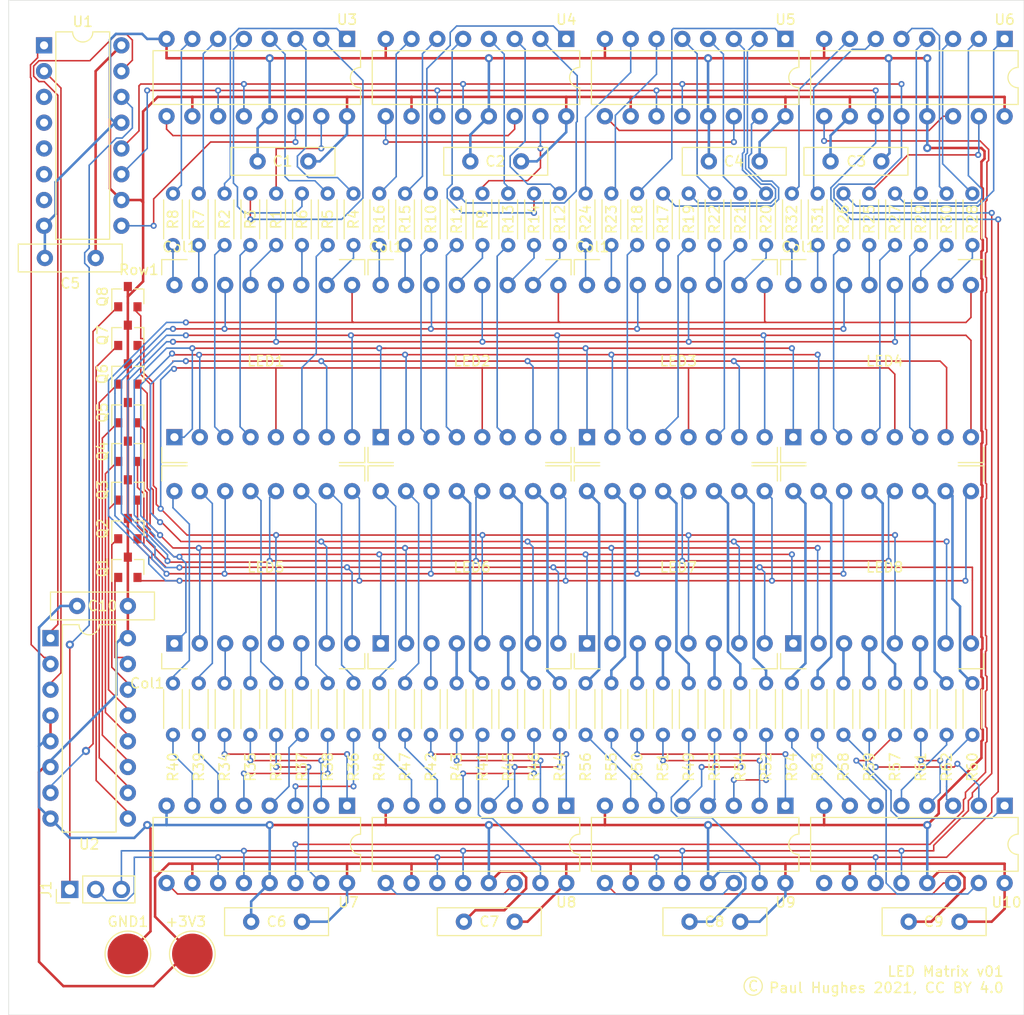
<source format=kicad_pcb>
(kicad_pcb (version 20171130) (host pcbnew "(5.1.10-1-10_14)")
  (layers (0 F.Cu signal) (31 B.Cu signal) (34 B.Paste user) (35 F.Paste user) (36 B.SilkS user) (37 F.SilkS user) (38 B.Mask user) (39 F.Mask user) (44 Edge.Cuts user))
  (net 0 "")
  (net 1 GND)
  (net 2 +3V3)
  (net 3 SRCLK)
  (net 4 SERIALIN)
  (net 5 "Net-(R1-Pad2)")
  (net 6 "Net-(R2-Pad2)")
  (net 7 "Net-(R3-Pad2)")
  (net 8 "Net-(R4-Pad2)")
  (net 9 "Net-(R5-Pad2)")
  (net 10 "Net-(R6-Pad2)")
  (net 11 "Net-(R7-Pad2)")
  (net 12 "Net-(R8-Pad2)")
  (net 13 "Net-(R9-Pad2)")
  (net 14 "Net-(R10-Pad2)")
  (net 15 "Net-(R11-Pad2)")
  (net 16 "Net-(R12-Pad2)")
  (net 17 "Net-(R13-Pad2)")
  (net 18 "Net-(R14-Pad2)")
  (net 19 "Net-(R15-Pad2)")
  (net 20 "Net-(R16-Pad2)")
  (net 21 "Net-(U1-Pad15)")
  (net 22 "Net-(U1-Pad7)")
  (net 23 "Net-(U1-Pad6)")
  (net 24 "Net-(U1-Pad5)")
  (net 25 RCLK)
  (net 26 "Net-(U1-Pad4)")
  (net 27 "Net-(U1-Pad3)")
  (net 28 "Net-(U1-Pad2)")
  (net 29 "Net-(U1-Pad1)")
  (net 30 Row1)
  (net 31 R1En)
  (net 32 R2En)
  (net 33 Row2)
  (net 34 Row3)
  (net 35 R3En)
  (net 36 R4En)
  (net 37 Row4)
  (net 38 Row5)
  (net 39 R5En)
  (net 40 R6En)
  (net 41 Row6)
  (net 42 Row7)
  (net 43 R7En)
  (net 44 R8En)
  (net 45 Row8)
  (net 46 "Net-(R17-Pad2)")
  (net 47 "Net-(R18-Pad2)")
  (net 48 "Net-(R19-Pad2)")
  (net 49 "Net-(R20-Pad2)")
  (net 50 "Net-(R21-Pad2)")
  (net 51 "Net-(R22-Pad2)")
  (net 52 "Net-(R23-Pad2)")
  (net 53 "Net-(R24-Pad2)")
  (net 54 "Net-(R25-Pad2)")
  (net 55 "Net-(R26-Pad2)")
  (net 56 "Net-(R27-Pad2)")
  (net 57 "Net-(R28-Pad2)")
  (net 58 "Net-(R29-Pad2)")
  (net 59 "Net-(R30-Pad2)")
  (net 60 "Net-(R31-Pad2)")
  (net 61 "Net-(R32-Pad2)")
  (net 62 "Net-(R33-Pad2)")
  (net 63 "Net-(R34-Pad2)")
  (net 64 "Net-(R35-Pad2)")
  (net 65 "Net-(R36-Pad2)")
  (net 66 "Net-(R37-Pad2)")
  (net 67 "Net-(R38-Pad2)")
  (net 68 "Net-(R39-Pad2)")
  (net 69 "Net-(R40-Pad2)")
  (net 70 "Net-(R41-Pad2)")
  (net 71 "Net-(R42-Pad2)")
  (net 72 "Net-(R43-Pad2)")
  (net 73 "Net-(R44-Pad2)")
  (net 74 "Net-(R45-Pad2)")
  (net 75 "Net-(R46-Pad2)")
  (net 76 "Net-(R47-Pad2)")
  (net 77 "Net-(R48-Pad2)")
  (net 78 "Net-(R49-Pad2)")
  (net 79 "Net-(R50-Pad2)")
  (net 80 "Net-(R51-Pad2)")
  (net 81 "Net-(R52-Pad2)")
  (net 82 "Net-(R53-Pad2)")
  (net 83 "Net-(R54-Pad2)")
  (net 84 "Net-(R55-Pad2)")
  (net 85 "Net-(R56-Pad2)")
  (net 86 "Net-(R57-Pad2)")
  (net 87 "Net-(R58-Pad2)")
  (net 88 "Net-(R59-Pad2)")
  (net 89 "Net-(R60-Pad2)")
  (net 90 "Net-(R61-Pad2)")
  (net 91 "Net-(R62-Pad2)")
  (net 92 "Net-(R63-Pad2)")
  (net 93 "Net-(R64-Pad2)")
  (net 94 /Display1/D1SERIALIN)
  (net 95 "Net-(U4-Pad9)")
  (net 96 "Net-(U10-Pad14)")
  (net 97 /Display1/D1SERIALOUT)
  (net 98 /Display2/D2SERIALOUT)
  (net 99 "Net-(LED1-Pad16)")
  (net 100 "Net-(LED1-Pad15)")
  (net 101 "Net-(LED1-Pad13)")
  (net 102 "Net-(LED1-Pad11)")
  (net 103 "Net-(LED1-Pad10)")
  (net 104 "Net-(LED1-Pad6)")
  (net 105 "Net-(LED1-Pad4)")
  (net 106 "Net-(LED1-Pad3)")
  (net 107 "Net-(LED2-Pad16)")
  (net 108 "Net-(LED2-Pad15)")
  (net 109 "Net-(LED2-Pad13)")
  (net 110 "Net-(LED2-Pad11)")
  (net 111 "Net-(LED2-Pad10)")
  (net 112 "Net-(LED2-Pad6)")
  (net 113 "Net-(LED2-Pad4)")
  (net 114 "Net-(LED2-Pad3)")
  (net 115 "Net-(LED3-Pad16)")
  (net 116 "Net-(LED3-Pad15)")
  (net 117 "Net-(LED3-Pad13)")
  (net 118 "Net-(LED3-Pad11)")
  (net 119 "Net-(LED3-Pad10)")
  (net 120 "Net-(LED3-Pad6)")
  (net 121 "Net-(LED3-Pad4)")
  (net 122 "Net-(LED3-Pad3)")
  (net 123 "Net-(LED4-Pad16)")
  (net 124 "Net-(LED4-Pad15)")
  (net 125 "Net-(LED4-Pad13)")
  (net 126 "Net-(LED4-Pad11)")
  (net 127 "Net-(LED4-Pad10)")
  (net 128 "Net-(LED4-Pad6)")
  (net 129 "Net-(LED4-Pad4)")
  (net 130 "Net-(LED4-Pad3)")
  (net 131 "Net-(LED5-Pad16)")
  (net 132 "Net-(LED5-Pad15)")
  (net 133 "Net-(LED5-Pad13)")
  (net 134 "Net-(LED5-Pad11)")
  (net 135 "Net-(LED5-Pad10)")
  (net 136 "Net-(LED5-Pad6)")
  (net 137 "Net-(LED5-Pad4)")
  (net 138 "Net-(LED5-Pad3)")
  (net 139 "Net-(LED6-Pad16)")
  (net 140 "Net-(LED6-Pad15)")
  (net 141 "Net-(LED6-Pad13)")
  (net 142 "Net-(LED6-Pad11)")
  (net 143 "Net-(LED6-Pad10)")
  (net 144 "Net-(LED6-Pad6)")
  (net 145 "Net-(LED6-Pad4)")
  (net 146 "Net-(LED6-Pad3)")
  (net 147 "Net-(LED7-Pad16)")
  (net 148 "Net-(LED7-Pad15)")
  (net 149 "Net-(LED7-Pad13)")
  (net 150 "Net-(LED7-Pad11)")
  (net 151 "Net-(LED7-Pad10)")
  (net 152 "Net-(LED7-Pad6)")
  (net 153 "Net-(LED7-Pad4)")
  (net 154 "Net-(LED7-Pad3)")
  (net 155 "Net-(LED8-Pad16)")
  (net 156 "Net-(LED8-Pad15)")
  (net 157 "Net-(LED8-Pad13)")
  (net 158 "Net-(LED8-Pad11)")
  (net 159 "Net-(LED8-Pad10)")
  (net 160 "Net-(LED8-Pad6)")
  (net 161 "Net-(LED8-Pad4)")
  (net 162 "Net-(LED8-Pad3)")
  (net 163 "Net-(U3-Pad9)")
  (net 164 "Net-(U5-Pad9)")
  (net 165 "Net-(U7-Pad9)")
  (net 166 "Net-(U8-Pad9)")
  (module first:788BS (layer F.Cu) (at 170.18 90.17)
    (fp_text reference LED8 (at 0.25 0) (layer F.SilkS))
    (fp_text value LED8x8_R2C4)
    (pad 16 thru_hole circle (at -8.75 -7.5) (size 1.6 1.6) (drill 0.8) (layers *.Cu *.Mask) (net 155 "Net-(LED8-Pad16)"))
    (pad 15 thru_hole circle (at -6.25 -7.5) (size 1.6 1.6) (drill 0.8) (layers *.Cu *.Mask) (net 156 "Net-(LED8-Pad15)"))
    (pad 9 thru_hole circle (at 8.75 -7.5) (size 1.6 1.6) (drill 0.8) (layers *.Cu *.Mask) (net 30 Row1))
    (pad 13 thru_hole circle (at -1.25 -7.5) (size 1.6 1.6) (drill 0.8) (layers *.Cu *.Mask) (net 157 "Net-(LED8-Pad13)"))
    (pad 14 thru_hole circle (at -3.75 -7.5) (size 1.6 1.6) (drill 0.8) (layers *.Cu *.Mask) (net 33 Row2))
    (pad 11 thru_hole circle (at 3.75 -7.5) (size 1.6 1.6) (drill 0.8) (layers *.Cu *.Mask) (net 158 "Net-(LED8-Pad11)"))
    (pad 10 thru_hole circle (at 6.25 -7.5) (size 1.6 1.6) (drill 0.8) (layers *.Cu *.Mask) (net 159 "Net-(LED8-Pad10)"))
    (pad 12 thru_hole circle (at 1.25 -7.5) (size 1.6 1.6) (drill 0.8) (layers *.Cu *.Mask) (net 37 Row4))
    (pad 7 thru_hole circle (at 6.25 7.5) (size 1.6 1.6) (drill 0.8) (layers *.Cu *.Mask) (net 42 Row7))
    (pad 6 thru_hole circle (at 3.75 7.5) (size 1.6 1.6) (drill 0.8) (layers *.Cu *.Mask) (net 160 "Net-(LED8-Pad6)"))
    (pad 8 thru_hole circle (at 8.75 7.5) (size 1.6 1.6) (drill 0.8) (layers *.Cu *.Mask) (net 34 Row3))
    (pad 5 thru_hole circle (at 1.25 7.5) (size 1.6 1.6) (drill 0.8) (layers *.Cu *.Mask) (net 45 Row8))
    (pad 4 thru_hole circle (at -1.25 7.5) (size 1.6 1.6) (drill 0.8) (layers *.Cu *.Mask) (net 161 "Net-(LED8-Pad4)"))
    (pad 3 thru_hole circle (at -3.75 7.5) (size 1.6 1.6) (drill 0.8) (layers *.Cu *.Mask) (net 162 "Net-(LED8-Pad3)"))
    (pad 2 thru_hole circle (at -6.25 7.5) (size 1.6 1.6) (drill 0.8) (layers *.Cu *.Mask) (net 41 Row6))
    (pad 1 thru_hole rect (at -8.75 7.5) (size 1.6 1.6) (drill 0.8) (layers *.Cu *.Mask) (net 38 Row5))
  )
  (module first:788BS (layer F.Cu) (at 149.86 90.17)
    (fp_text reference LED7 (at 0.25 0) (layer F.SilkS))
    (fp_text value LED8x8_R2C3)
    (pad 16 thru_hole circle (at -8.75 -7.5) (size 1.6 1.6) (drill 0.8) (layers *.Cu *.Mask) (net 147 "Net-(LED7-Pad16)"))
    (pad 15 thru_hole circle (at -6.25 -7.5) (size 1.6 1.6) (drill 0.8) (layers *.Cu *.Mask) (net 148 "Net-(LED7-Pad15)"))
    (pad 9 thru_hole circle (at 8.75 -7.5) (size 1.6 1.6) (drill 0.8) (layers *.Cu *.Mask) (net 30 Row1))
    (pad 13 thru_hole circle (at -1.25 -7.5) (size 1.6 1.6) (drill 0.8) (layers *.Cu *.Mask) (net 149 "Net-(LED7-Pad13)"))
    (pad 14 thru_hole circle (at -3.75 -7.5) (size 1.6 1.6) (drill 0.8) (layers *.Cu *.Mask) (net 33 Row2))
    (pad 11 thru_hole circle (at 3.75 -7.5) (size 1.6 1.6) (drill 0.8) (layers *.Cu *.Mask) (net 150 "Net-(LED7-Pad11)"))
    (pad 10 thru_hole circle (at 6.25 -7.5) (size 1.6 1.6) (drill 0.8) (layers *.Cu *.Mask) (net 151 "Net-(LED7-Pad10)"))
    (pad 12 thru_hole circle (at 1.25 -7.5) (size 1.6 1.6) (drill 0.8) (layers *.Cu *.Mask) (net 37 Row4))
    (pad 7 thru_hole circle (at 6.25 7.5) (size 1.6 1.6) (drill 0.8) (layers *.Cu *.Mask) (net 42 Row7))
    (pad 6 thru_hole circle (at 3.75 7.5) (size 1.6 1.6) (drill 0.8) (layers *.Cu *.Mask) (net 152 "Net-(LED7-Pad6)"))
    (pad 8 thru_hole circle (at 8.75 7.5) (size 1.6 1.6) (drill 0.8) (layers *.Cu *.Mask) (net 34 Row3))
    (pad 5 thru_hole circle (at 1.25 7.5) (size 1.6 1.6) (drill 0.8) (layers *.Cu *.Mask) (net 45 Row8))
    (pad 4 thru_hole circle (at -1.25 7.5) (size 1.6 1.6) (drill 0.8) (layers *.Cu *.Mask) (net 153 "Net-(LED7-Pad4)"))
    (pad 3 thru_hole circle (at -3.75 7.5) (size 1.6 1.6) (drill 0.8) (layers *.Cu *.Mask) (net 154 "Net-(LED7-Pad3)"))
    (pad 2 thru_hole circle (at -6.25 7.5) (size 1.6 1.6) (drill 0.8) (layers *.Cu *.Mask) (net 41 Row6))
    (pad 1 thru_hole rect (at -8.75 7.5) (size 1.6 1.6) (drill 0.8) (layers *.Cu *.Mask) (net 38 Row5))
  )
  (module first:788BS (layer F.Cu) (at 129.54 90.17)
    (fp_text reference LED6 (at 0.25 0) (layer F.SilkS))
    (fp_text value LED8x8_R2C2)
    (pad 16 thru_hole circle (at -8.75 -7.5) (size 1.6 1.6) (drill 0.8) (layers *.Cu *.Mask) (net 139 "Net-(LED6-Pad16)"))
    (pad 15 thru_hole circle (at -6.25 -7.5) (size 1.6 1.6) (drill 0.8) (layers *.Cu *.Mask) (net 140 "Net-(LED6-Pad15)"))
    (pad 9 thru_hole circle (at 8.75 -7.5) (size 1.6 1.6) (drill 0.8) (layers *.Cu *.Mask) (net 30 Row1))
    (pad 13 thru_hole circle (at -1.25 -7.5) (size 1.6 1.6) (drill 0.8) (layers *.Cu *.Mask) (net 141 "Net-(LED6-Pad13)"))
    (pad 14 thru_hole circle (at -3.75 -7.5) (size 1.6 1.6) (drill 0.8) (layers *.Cu *.Mask) (net 33 Row2))
    (pad 11 thru_hole circle (at 3.75 -7.5) (size 1.6 1.6) (drill 0.8) (layers *.Cu *.Mask) (net 142 "Net-(LED6-Pad11)"))
    (pad 10 thru_hole circle (at 6.25 -7.5) (size 1.6 1.6) (drill 0.8) (layers *.Cu *.Mask) (net 143 "Net-(LED6-Pad10)"))
    (pad 12 thru_hole circle (at 1.25 -7.5) (size 1.6 1.6) (drill 0.8) (layers *.Cu *.Mask) (net 37 Row4))
    (pad 7 thru_hole circle (at 6.25 7.5) (size 1.6 1.6) (drill 0.8) (layers *.Cu *.Mask) (net 42 Row7))
    (pad 6 thru_hole circle (at 3.75 7.5) (size 1.6 1.6) (drill 0.8) (layers *.Cu *.Mask) (net 144 "Net-(LED6-Pad6)"))
    (pad 8 thru_hole circle (at 8.75 7.5) (size 1.6 1.6) (drill 0.8) (layers *.Cu *.Mask) (net 34 Row3))
    (pad 5 thru_hole circle (at 1.25 7.5) (size 1.6 1.6) (drill 0.8) (layers *.Cu *.Mask) (net 45 Row8))
    (pad 4 thru_hole circle (at -1.25 7.5) (size 1.6 1.6) (drill 0.8) (layers *.Cu *.Mask) (net 145 "Net-(LED6-Pad4)"))
    (pad 3 thru_hole circle (at -3.75 7.5) (size 1.6 1.6) (drill 0.8) (layers *.Cu *.Mask) (net 146 "Net-(LED6-Pad3)"))
    (pad 2 thru_hole circle (at -6.25 7.5) (size 1.6 1.6) (drill 0.8) (layers *.Cu *.Mask) (net 41 Row6))
    (pad 1 thru_hole rect (at -8.75 7.5) (size 1.6 1.6) (drill 0.8) (layers *.Cu *.Mask) (net 38 Row5))
  )
  (module first:788BS (layer F.Cu) (at 109.22 90.17)
    (fp_text reference LED5 (at 0.25 0) (layer F.SilkS))
    (fp_text value LED8x8_R2C1)
    (fp_text user Col1 (at -11.43 11.43) (layer F.SilkS))
    (pad 16 thru_hole circle (at -8.75 -7.5) (size 1.6 1.6) (drill 0.8) (layers *.Cu *.Mask) (net 131 "Net-(LED5-Pad16)"))
    (pad 15 thru_hole circle (at -6.25 -7.5) (size 1.6 1.6) (drill 0.8) (layers *.Cu *.Mask) (net 132 "Net-(LED5-Pad15)"))
    (pad 9 thru_hole circle (at 8.75 -7.5) (size 1.6 1.6) (drill 0.8) (layers *.Cu *.Mask) (net 30 Row1))
    (pad 13 thru_hole circle (at -1.25 -7.5) (size 1.6 1.6) (drill 0.8) (layers *.Cu *.Mask) (net 133 "Net-(LED5-Pad13)"))
    (pad 14 thru_hole circle (at -3.75 -7.5) (size 1.6 1.6) (drill 0.8) (layers *.Cu *.Mask) (net 33 Row2))
    (pad 11 thru_hole circle (at 3.75 -7.5) (size 1.6 1.6) (drill 0.8) (layers *.Cu *.Mask) (net 134 "Net-(LED5-Pad11)"))
    (pad 10 thru_hole circle (at 6.25 -7.5) (size 1.6 1.6) (drill 0.8) (layers *.Cu *.Mask) (net 135 "Net-(LED5-Pad10)"))
    (pad 12 thru_hole circle (at 1.25 -7.5) (size 1.6 1.6) (drill 0.8) (layers *.Cu *.Mask) (net 37 Row4))
    (pad 7 thru_hole circle (at 6.25 7.5) (size 1.6 1.6) (drill 0.8) (layers *.Cu *.Mask) (net 42 Row7))
    (pad 6 thru_hole circle (at 3.75 7.5) (size 1.6 1.6) (drill 0.8) (layers *.Cu *.Mask) (net 136 "Net-(LED5-Pad6)"))
    (pad 8 thru_hole circle (at 8.75 7.5) (size 1.6 1.6) (drill 0.8) (layers *.Cu *.Mask) (net 34 Row3))
    (pad 5 thru_hole circle (at 1.25 7.5) (size 1.6 1.6) (drill 0.8) (layers *.Cu *.Mask) (net 45 Row8))
    (pad 4 thru_hole circle (at -1.25 7.5) (size 1.6 1.6) (drill 0.8) (layers *.Cu *.Mask) (net 137 "Net-(LED5-Pad4)"))
    (pad 3 thru_hole circle (at -3.75 7.5) (size 1.6 1.6) (drill 0.8) (layers *.Cu *.Mask) (net 138 "Net-(LED5-Pad3)"))
    (pad 2 thru_hole circle (at -6.25 7.5) (size 1.6 1.6) (drill 0.8) (layers *.Cu *.Mask) (net 41 Row6))
    (pad 1 thru_hole rect (at -8.75 7.5) (size 1.6 1.6) (drill 0.8) (layers *.Cu *.Mask) (net 38 Row5))
  )
  (module first:788BS (layer F.Cu) (at 170.18 69.85)
    (fp_text reference LED4 (at 0.25 0) (layer F.SilkS))
    (fp_text value LED8x8_R1C4)
    (fp_text user Col1 (at -8.25 -11.25) (layer F.SilkS))
    (pad 16 thru_hole circle (at -8.75 -7.5) (size 1.6 1.6) (drill 0.8) (layers *.Cu *.Mask) (net 123 "Net-(LED4-Pad16)"))
    (pad 15 thru_hole circle (at -6.25 -7.5) (size 1.6 1.6) (drill 0.8) (layers *.Cu *.Mask) (net 124 "Net-(LED4-Pad15)"))
    (pad 9 thru_hole circle (at 8.75 -7.5) (size 1.6 1.6) (drill 0.8) (layers *.Cu *.Mask) (net 30 Row1))
    (pad 13 thru_hole circle (at -1.25 -7.5) (size 1.6 1.6) (drill 0.8) (layers *.Cu *.Mask) (net 125 "Net-(LED4-Pad13)"))
    (pad 14 thru_hole circle (at -3.75 -7.5) (size 1.6 1.6) (drill 0.8) (layers *.Cu *.Mask) (net 33 Row2))
    (pad 11 thru_hole circle (at 3.75 -7.5) (size 1.6 1.6) (drill 0.8) (layers *.Cu *.Mask) (net 126 "Net-(LED4-Pad11)"))
    (pad 10 thru_hole circle (at 6.25 -7.5) (size 1.6 1.6) (drill 0.8) (layers *.Cu *.Mask) (net 127 "Net-(LED4-Pad10)"))
    (pad 12 thru_hole circle (at 1.25 -7.5) (size 1.6 1.6) (drill 0.8) (layers *.Cu *.Mask) (net 37 Row4))
    (pad 7 thru_hole circle (at 6.25 7.5) (size 1.6 1.6) (drill 0.8) (layers *.Cu *.Mask) (net 42 Row7))
    (pad 6 thru_hole circle (at 3.75 7.5) (size 1.6 1.6) (drill 0.8) (layers *.Cu *.Mask) (net 128 "Net-(LED4-Pad6)"))
    (pad 8 thru_hole circle (at 8.75 7.5) (size 1.6 1.6) (drill 0.8) (layers *.Cu *.Mask) (net 34 Row3))
    (pad 5 thru_hole circle (at 1.25 7.5) (size 1.6 1.6) (drill 0.8) (layers *.Cu *.Mask) (net 45 Row8))
    (pad 4 thru_hole circle (at -1.25 7.5) (size 1.6 1.6) (drill 0.8) (layers *.Cu *.Mask) (net 129 "Net-(LED4-Pad4)"))
    (pad 3 thru_hole circle (at -3.75 7.5) (size 1.6 1.6) (drill 0.8) (layers *.Cu *.Mask) (net 130 "Net-(LED4-Pad3)"))
    (pad 2 thru_hole circle (at -6.25 7.5) (size 1.6 1.6) (drill 0.8) (layers *.Cu *.Mask) (net 41 Row6))
    (pad 1 thru_hole rect (at -8.75 7.5) (size 1.6 1.6) (drill 0.8) (layers *.Cu *.Mask) (net 38 Row5))
  )
  (module first:788BS (layer F.Cu) (at 149.86 69.85)
    (fp_text reference LED3 (at 0.25 0) (layer F.SilkS))
    (fp_text value LED8x8_R1C3)
    (fp_text user Col1 (at -8.25 -11.25) (layer F.SilkS))
    (pad 16 thru_hole circle (at -8.75 -7.5) (size 1.6 1.6) (drill 0.8) (layers *.Cu *.Mask) (net 115 "Net-(LED3-Pad16)"))
    (pad 15 thru_hole circle (at -6.25 -7.5) (size 1.6 1.6) (drill 0.8) (layers *.Cu *.Mask) (net 116 "Net-(LED3-Pad15)"))
    (pad 9 thru_hole circle (at 8.75 -7.5) (size 1.6 1.6) (drill 0.8) (layers *.Cu *.Mask) (net 30 Row1))
    (pad 13 thru_hole circle (at -1.25 -7.5) (size 1.6 1.6) (drill 0.8) (layers *.Cu *.Mask) (net 117 "Net-(LED3-Pad13)"))
    (pad 14 thru_hole circle (at -3.75 -7.5) (size 1.6 1.6) (drill 0.8) (layers *.Cu *.Mask) (net 33 Row2))
    (pad 11 thru_hole circle (at 3.75 -7.5) (size 1.6 1.6) (drill 0.8) (layers *.Cu *.Mask) (net 118 "Net-(LED3-Pad11)"))
    (pad 10 thru_hole circle (at 6.25 -7.5) (size 1.6 1.6) (drill 0.8) (layers *.Cu *.Mask) (net 119 "Net-(LED3-Pad10)"))
    (pad 12 thru_hole circle (at 1.25 -7.5) (size 1.6 1.6) (drill 0.8) (layers *.Cu *.Mask) (net 37 Row4))
    (pad 7 thru_hole circle (at 6.25 7.5) (size 1.6 1.6) (drill 0.8) (layers *.Cu *.Mask) (net 42 Row7))
    (pad 6 thru_hole circle (at 3.75 7.5) (size 1.6 1.6) (drill 0.8) (layers *.Cu *.Mask) (net 120 "Net-(LED3-Pad6)"))
    (pad 8 thru_hole circle (at 8.75 7.5) (size 1.6 1.6) (drill 0.8) (layers *.Cu *.Mask) (net 34 Row3))
    (pad 5 thru_hole circle (at 1.25 7.5) (size 1.6 1.6) (drill 0.8) (layers *.Cu *.Mask) (net 45 Row8))
    (pad 4 thru_hole circle (at -1.25 7.5) (size 1.6 1.6) (drill 0.8) (layers *.Cu *.Mask) (net 121 "Net-(LED3-Pad4)"))
    (pad 3 thru_hole circle (at -3.75 7.5) (size 1.6 1.6) (drill 0.8) (layers *.Cu *.Mask) (net 122 "Net-(LED3-Pad3)"))
    (pad 2 thru_hole circle (at -6.25 7.5) (size 1.6 1.6) (drill 0.8) (layers *.Cu *.Mask) (net 41 Row6))
    (pad 1 thru_hole rect (at -8.75 7.5) (size 1.6 1.6) (drill 0.8) (layers *.Cu *.Mask) (net 38 Row5))
  )
  (module first:788BS (layer F.Cu) (at 129.54 69.85)
    (fp_text reference LED2 (at 0.25 0) (layer F.SilkS))
    (fp_text value LED8x8_R1C2)
    (fp_text user Col1 (at -8.25 -11.25) (layer F.SilkS))
    (pad 16 thru_hole circle (at -8.75 -7.5) (size 1.6 1.6) (drill 0.8) (layers *.Cu *.Mask) (net 107 "Net-(LED2-Pad16)"))
    (pad 15 thru_hole circle (at -6.25 -7.5) (size 1.6 1.6) (drill 0.8) (layers *.Cu *.Mask) (net 108 "Net-(LED2-Pad15)"))
    (pad 9 thru_hole circle (at 8.75 -7.5) (size 1.6 1.6) (drill 0.8) (layers *.Cu *.Mask) (net 30 Row1))
    (pad 13 thru_hole circle (at -1.25 -7.5) (size 1.6 1.6) (drill 0.8) (layers *.Cu *.Mask) (net 109 "Net-(LED2-Pad13)"))
    (pad 14 thru_hole circle (at -3.75 -7.5) (size 1.6 1.6) (drill 0.8) (layers *.Cu *.Mask) (net 33 Row2))
    (pad 11 thru_hole circle (at 3.75 -7.5) (size 1.6 1.6) (drill 0.8) (layers *.Cu *.Mask) (net 110 "Net-(LED2-Pad11)"))
    (pad 10 thru_hole circle (at 6.25 -7.5) (size 1.6 1.6) (drill 0.8) (layers *.Cu *.Mask) (net 111 "Net-(LED2-Pad10)"))
    (pad 12 thru_hole circle (at 1.25 -7.5) (size 1.6 1.6) (drill 0.8) (layers *.Cu *.Mask) (net 37 Row4))
    (pad 7 thru_hole circle (at 6.25 7.5) (size 1.6 1.6) (drill 0.8) (layers *.Cu *.Mask) (net 42 Row7))
    (pad 6 thru_hole circle (at 3.75 7.5) (size 1.6 1.6) (drill 0.8) (layers *.Cu *.Mask) (net 112 "Net-(LED2-Pad6)"))
    (pad 8 thru_hole circle (at 8.75 7.5) (size 1.6 1.6) (drill 0.8) (layers *.Cu *.Mask) (net 34 Row3))
    (pad 5 thru_hole circle (at 1.25 7.5) (size 1.6 1.6) (drill 0.8) (layers *.Cu *.Mask) (net 45 Row8))
    (pad 4 thru_hole circle (at -1.25 7.5) (size 1.6 1.6) (drill 0.8) (layers *.Cu *.Mask) (net 113 "Net-(LED2-Pad4)"))
    (pad 3 thru_hole circle (at -3.75 7.5) (size 1.6 1.6) (drill 0.8) (layers *.Cu *.Mask) (net 114 "Net-(LED2-Pad3)"))
    (pad 2 thru_hole circle (at -6.25 7.5) (size 1.6 1.6) (drill 0.8) (layers *.Cu *.Mask) (net 41 Row6))
    (pad 1 thru_hole rect (at -8.75 7.5) (size 1.6 1.6) (drill 0.8) (layers *.Cu *.Mask) (net 38 Row5))
  )
  (module first:788BS (layer F.Cu) (at 109.22 69.85)
    (fp_text reference LED1 (at 0.25 0) (layer F.SilkS))
    (fp_text value LED8x8_R1C1)
    (fp_text user Col1 (at -8.25 -11.25) (layer F.SilkS))
    (fp_text user Row1 (at -12.25 -9) (layer F.SilkS))
    (pad 16 thru_hole circle (at -8.75 -7.5) (size 1.6 1.6) (drill 0.8) (layers *.Cu *.Mask) (net 99 "Net-(LED1-Pad16)"))
    (pad 15 thru_hole circle (at -6.25 -7.5) (size 1.6 1.6) (drill 0.8) (layers *.Cu *.Mask) (net 100 "Net-(LED1-Pad15)"))
    (pad 9 thru_hole circle (at 8.75 -7.5) (size 1.6 1.6) (drill 0.8) (layers *.Cu *.Mask) (net 30 Row1))
    (pad 13 thru_hole circle (at -1.25 -7.5) (size 1.6 1.6) (drill 0.8) (layers *.Cu *.Mask) (net 101 "Net-(LED1-Pad13)"))
    (pad 14 thru_hole circle (at -3.75 -7.5) (size 1.6 1.6) (drill 0.8) (layers *.Cu *.Mask) (net 33 Row2))
    (pad 11 thru_hole circle (at 3.75 -7.5) (size 1.6 1.6) (drill 0.8) (layers *.Cu *.Mask) (net 102 "Net-(LED1-Pad11)"))
    (pad 10 thru_hole circle (at 6.25 -7.5) (size 1.6 1.6) (drill 0.8) (layers *.Cu *.Mask) (net 103 "Net-(LED1-Pad10)"))
    (pad 12 thru_hole circle (at 1.25 -7.5) (size 1.6 1.6) (drill 0.8) (layers *.Cu *.Mask) (net 37 Row4))
    (pad 7 thru_hole circle (at 6.25 7.5) (size 1.6 1.6) (drill 0.8) (layers *.Cu *.Mask) (net 42 Row7))
    (pad 6 thru_hole circle (at 3.75 7.5) (size 1.6 1.6) (drill 0.8) (layers *.Cu *.Mask) (net 104 "Net-(LED1-Pad6)"))
    (pad 8 thru_hole circle (at 8.75 7.5) (size 1.6 1.6) (drill 0.8) (layers *.Cu *.Mask) (net 34 Row3))
    (pad 5 thru_hole circle (at 1.25 7.5) (size 1.6 1.6) (drill 0.8) (layers *.Cu *.Mask) (net 45 Row8))
    (pad 4 thru_hole circle (at -1.25 7.5) (size 1.6 1.6) (drill 0.8) (layers *.Cu *.Mask) (net 105 "Net-(LED1-Pad4)"))
    (pad 3 thru_hole circle (at -3.75 7.5) (size 1.6 1.6) (drill 0.8) (layers *.Cu *.Mask) (net 106 "Net-(LED1-Pad3)"))
    (pad 2 thru_hole circle (at -6.25 7.5) (size 1.6 1.6) (drill 0.8) (layers *.Cu *.Mask) (net 41 Row6))
    (pad 1 thru_hole rect (at -8.75 7.5) (size 1.6 1.6) (drill 0.8) (layers *.Cu *.Mask) (net 38 Row5))
  )
  (module Capacitor_THT:C_Disc_D10.0mm_W2.5mm_P5.00mm (layer F.Cu) (at 134.62 50.165 180)
    (fp_text reference C2 (at 2.54 0) (layer F.SilkS))
    (fp_text value 100nF)
    (pad 2 thru_hole circle (at 5 0 180) (size 1.6 1.6) (drill 0.8) (layers *.Cu *.Mask) (net 1 GND))
    (pad 1 thru_hole circle (at 0 0 180) (size 1.6 1.6) (drill 0.8) (layers *.Cu *.Mask) (net 2 +3V3))
  )
  (module Package_DIP:DIP-16_W7.62mm (layer F.Cu) (at 87.63 38.735)
    (fp_text reference U1 (at 3.81 -2.33) (layer F.SilkS))
    (fp_text value 74HC595)
    (pad 16 thru_hole oval (at 7.62 0) (size 1.6 1.6) (drill 0.8) (layers *.Cu *.Mask) (net 2 +3V3))
    (pad 8 thru_hole oval (at 0 17.78) (size 1.6 1.6) (drill 0.8) (layers *.Cu *.Mask) (net 1 GND))
    (pad 15 thru_hole oval (at 7.62 2.54) (size 1.6 1.6) (drill 0.8) (layers *.Cu *.Mask) (net 21 "Net-(U1-Pad15)"))
    (pad 7 thru_hole oval (at 0 15.24) (size 1.6 1.6) (drill 0.8) (layers *.Cu *.Mask) (net 22 "Net-(U1-Pad7)"))
    (pad 14 thru_hole oval (at 7.62 5.08) (size 1.6 1.6) (drill 0.8) (layers *.Cu *.Mask) (net 4 SERIALIN))
    (pad 6 thru_hole oval (at 0 12.7) (size 1.6 1.6) (drill 0.8) (layers *.Cu *.Mask) (net 23 "Net-(U1-Pad6)"))
    (pad 13 thru_hole oval (at 7.62 7.62) (size 1.6 1.6) (drill 0.8) (layers *.Cu *.Mask) (net 1 GND))
    (pad 5 thru_hole oval (at 0 10.16) (size 1.6 1.6) (drill 0.8) (layers *.Cu *.Mask) (net 24 "Net-(U1-Pad5)"))
    (pad 12 thru_hole oval (at 7.62 10.16) (size 1.6 1.6) (drill 0.8) (layers *.Cu *.Mask) (net 25 RCLK))
    (pad 4 thru_hole oval (at 0 7.62) (size 1.6 1.6) (drill 0.8) (layers *.Cu *.Mask) (net 26 "Net-(U1-Pad4)"))
    (pad 11 thru_hole oval (at 7.62 12.7) (size 1.6 1.6) (drill 0.8) (layers *.Cu *.Mask) (net 3 SRCLK))
    (pad 3 thru_hole oval (at 0 5.08) (size 1.6 1.6) (drill 0.8) (layers *.Cu *.Mask) (net 27 "Net-(U1-Pad3)"))
    (pad 10 thru_hole oval (at 7.62 15.24) (size 1.6 1.6) (drill 0.8) (layers *.Cu *.Mask) (net 2 +3V3))
    (pad 2 thru_hole oval (at 0 2.54) (size 1.6 1.6) (drill 0.8) (layers *.Cu *.Mask) (net 28 "Net-(U1-Pad2)"))
    (pad 9 thru_hole oval (at 7.62 17.78) (size 1.6 1.6) (drill 0.8) (layers *.Cu *.Mask) (net 94 /Display1/D1SERIALIN))
    (pad 1 thru_hole rect (at 0 0) (size 1.6 1.6) (drill 0.8) (layers *.Cu *.Mask) (net 29 "Net-(U1-Pad1)"))
  )
  (module Package_DIP:DIP-16_W7.62mm (layer F.Cu) (at 182.245 38.1 270)
    (fp_text reference U6 (at -1.905 0 180) (layer F.SilkS))
    (fp_text value 74HC595)
    (pad 16 thru_hole oval (at 7.62 0 270) (size 1.6 1.6) (drill 0.8) (layers *.Cu *.Mask) (net 2 +3V3))
    (pad 8 thru_hole oval (at 0 17.78 270) (size 1.6 1.6) (drill 0.8) (layers *.Cu *.Mask) (net 1 GND))
    (pad 15 thru_hole oval (at 7.62 2.54 270) (size 1.6 1.6) (drill 0.8) (layers *.Cu *.Mask) (net 54 "Net-(R25-Pad2)"))
    (pad 7 thru_hole oval (at 0 15.24 270) (size 1.6 1.6) (drill 0.8) (layers *.Cu *.Mask) (net 61 "Net-(R32-Pad2)"))
    (pad 14 thru_hole oval (at 7.62 5.08 270) (size 1.6 1.6) (drill 0.8) (layers *.Cu *.Mask) (net 164 "Net-(U5-Pad9)"))
    (pad 6 thru_hole oval (at 0 12.7 270) (size 1.6 1.6) (drill 0.8) (layers *.Cu *.Mask) (net 60 "Net-(R31-Pad2)"))
    (pad 13 thru_hole oval (at 7.62 7.62 270) (size 1.6 1.6) (drill 0.8) (layers *.Cu *.Mask) (net 1 GND))
    (pad 5 thru_hole oval (at 0 10.16 270) (size 1.6 1.6) (drill 0.8) (layers *.Cu *.Mask) (net 59 "Net-(R30-Pad2)"))
    (pad 12 thru_hole oval (at 7.62 10.16 270) (size 1.6 1.6) (drill 0.8) (layers *.Cu *.Mask) (net 25 RCLK))
    (pad 4 thru_hole oval (at 0 7.62 270) (size 1.6 1.6) (drill 0.8) (layers *.Cu *.Mask) (net 58 "Net-(R29-Pad2)"))
    (pad 11 thru_hole oval (at 7.62 12.7 270) (size 1.6 1.6) (drill 0.8) (layers *.Cu *.Mask) (net 3 SRCLK))
    (pad 3 thru_hole oval (at 0 5.08 270) (size 1.6 1.6) (drill 0.8) (layers *.Cu *.Mask) (net 57 "Net-(R28-Pad2)"))
    (pad 10 thru_hole oval (at 7.62 15.24 270) (size 1.6 1.6) (drill 0.8) (layers *.Cu *.Mask) (net 2 +3V3))
    (pad 2 thru_hole oval (at 0 2.54 270) (size 1.6 1.6) (drill 0.8) (layers *.Cu *.Mask) (net 56 "Net-(R27-Pad2)"))
    (pad 9 thru_hole oval (at 7.62 17.78 270) (size 1.6 1.6) (drill 0.8) (layers *.Cu *.Mask) (net 97 /Display1/D1SERIALOUT))
    (pad 1 thru_hole rect (at 0 0 270) (size 1.6 1.6) (drill 0.8) (layers *.Cu *.Mask) (net 55 "Net-(R26-Pad2)"))
  )
  (module Package_DIP:DIP-16_W7.62mm (layer F.Cu) (at 139.065 38.1 270)
    (fp_text reference U4 (at -1.905 0 180) (layer F.SilkS))
    (fp_text value 74HC595)
    (pad 16 thru_hole oval (at 7.62 0 270) (size 1.6 1.6) (drill 0.8) (layers *.Cu *.Mask) (net 2 +3V3))
    (pad 8 thru_hole oval (at 0 17.78 270) (size 1.6 1.6) (drill 0.8) (layers *.Cu *.Mask) (net 1 GND))
    (pad 15 thru_hole oval (at 7.62 2.54 270) (size 1.6 1.6) (drill 0.8) (layers *.Cu *.Mask) (net 13 "Net-(R9-Pad2)"))
    (pad 7 thru_hole oval (at 0 15.24 270) (size 1.6 1.6) (drill 0.8) (layers *.Cu *.Mask) (net 20 "Net-(R16-Pad2)"))
    (pad 14 thru_hole oval (at 7.62 5.08 270) (size 1.6 1.6) (drill 0.8) (layers *.Cu *.Mask) (net 163 "Net-(U3-Pad9)"))
    (pad 6 thru_hole oval (at 0 12.7 270) (size 1.6 1.6) (drill 0.8) (layers *.Cu *.Mask) (net 19 "Net-(R15-Pad2)"))
    (pad 13 thru_hole oval (at 7.62 7.62 270) (size 1.6 1.6) (drill 0.8) (layers *.Cu *.Mask) (net 1 GND))
    (pad 5 thru_hole oval (at 0 10.16 270) (size 1.6 1.6) (drill 0.8) (layers *.Cu *.Mask) (net 18 "Net-(R14-Pad2)"))
    (pad 12 thru_hole oval (at 7.62 10.16 270) (size 1.6 1.6) (drill 0.8) (layers *.Cu *.Mask) (net 25 RCLK))
    (pad 4 thru_hole oval (at 0 7.62 270) (size 1.6 1.6) (drill 0.8) (layers *.Cu *.Mask) (net 17 "Net-(R13-Pad2)"))
    (pad 11 thru_hole oval (at 7.62 12.7 270) (size 1.6 1.6) (drill 0.8) (layers *.Cu *.Mask) (net 3 SRCLK))
    (pad 3 thru_hole oval (at 0 5.08 270) (size 1.6 1.6) (drill 0.8) (layers *.Cu *.Mask) (net 16 "Net-(R12-Pad2)"))
    (pad 10 thru_hole oval (at 7.62 15.24 270) (size 1.6 1.6) (drill 0.8) (layers *.Cu *.Mask) (net 2 +3V3))
    (pad 2 thru_hole oval (at 0 2.54 270) (size 1.6 1.6) (drill 0.8) (layers *.Cu *.Mask) (net 15 "Net-(R11-Pad2)"))
    (pad 9 thru_hole oval (at 7.62 17.78 270) (size 1.6 1.6) (drill 0.8) (layers *.Cu *.Mask) (net 95 "Net-(U4-Pad9)"))
    (pad 1 thru_hole rect (at 0 0 270) (size 1.6 1.6) (drill 0.8) (layers *.Cu *.Mask) (net 14 "Net-(R10-Pad2)"))
  )
  (module Package_DIP:DIP-16_W7.62mm (layer F.Cu) (at 182.245 113.665 270)
    (fp_text reference U10 (at 9.525 -0.1905 180) (layer F.SilkS))
    (fp_text value 74HC595)
    (pad 16 thru_hole oval (at 7.62 0 270) (size 1.6 1.6) (drill 0.8) (layers *.Cu *.Mask) (net 2 +3V3))
    (pad 8 thru_hole oval (at 0 17.78 270) (size 1.6 1.6) (drill 0.8) (layers *.Cu *.Mask) (net 1 GND))
    (pad 15 thru_hole oval (at 7.62 2.54 270) (size 1.6 1.6) (drill 0.8) (layers *.Cu *.Mask) (net 86 "Net-(R57-Pad2)"))
    (pad 7 thru_hole oval (at 0 15.24 270) (size 1.6 1.6) (drill 0.8) (layers *.Cu *.Mask) (net 93 "Net-(R64-Pad2)"))
    (pad 14 thru_hole oval (at 7.62 5.08 270) (size 1.6 1.6) (drill 0.8) (layers *.Cu *.Mask) (net 96 "Net-(U10-Pad14)"))
    (pad 6 thru_hole oval (at 0 12.7 270) (size 1.6 1.6) (drill 0.8) (layers *.Cu *.Mask) (net 92 "Net-(R63-Pad2)"))
    (pad 13 thru_hole oval (at 7.62 7.62 270) (size 1.6 1.6) (drill 0.8) (layers *.Cu *.Mask) (net 1 GND))
    (pad 5 thru_hole oval (at 0 10.16 270) (size 1.6 1.6) (drill 0.8) (layers *.Cu *.Mask) (net 91 "Net-(R62-Pad2)"))
    (pad 12 thru_hole oval (at 7.62 10.16 270) (size 1.6 1.6) (drill 0.8) (layers *.Cu *.Mask) (net 25 RCLK))
    (pad 4 thru_hole oval (at 0 7.62 270) (size 1.6 1.6) (drill 0.8) (layers *.Cu *.Mask) (net 90 "Net-(R61-Pad2)"))
    (pad 11 thru_hole oval (at 7.62 12.7 270) (size 1.6 1.6) (drill 0.8) (layers *.Cu *.Mask) (net 3 SRCLK))
    (pad 3 thru_hole oval (at 0 5.08 270) (size 1.6 1.6) (drill 0.8) (layers *.Cu *.Mask) (net 89 "Net-(R60-Pad2)"))
    (pad 10 thru_hole oval (at 7.62 15.24 270) (size 1.6 1.6) (drill 0.8) (layers *.Cu *.Mask) (net 2 +3V3))
    (pad 2 thru_hole oval (at 0 2.54 270) (size 1.6 1.6) (drill 0.8) (layers *.Cu *.Mask) (net 88 "Net-(R59-Pad2)"))
    (pad 9 thru_hole oval (at 7.62 17.78 270) (size 1.6 1.6) (drill 0.8) (layers *.Cu *.Mask) (net 98 /Display2/D2SERIALOUT))
    (pad 1 thru_hole rect (at 0 0 270) (size 1.6 1.6) (drill 0.8) (layers *.Cu *.Mask) (net 87 "Net-(R58-Pad2)"))
  )
  (module Package_DIP:DIP-16_W7.62mm (layer F.Cu) (at 160.655 113.665 270)
    (fp_text reference U9 (at 9.525 0 180) (layer F.SilkS))
    (fp_text value 74HC595)
    (pad 16 thru_hole oval (at 7.62 0 270) (size 1.6 1.6) (drill 0.8) (layers *.Cu *.Mask) (net 2 +3V3))
    (pad 8 thru_hole oval (at 0 17.78 270) (size 1.6 1.6) (drill 0.8) (layers *.Cu *.Mask) (net 1 GND))
    (pad 15 thru_hole oval (at 7.62 2.54 270) (size 1.6 1.6) (drill 0.8) (layers *.Cu *.Mask) (net 78 "Net-(R49-Pad2)"))
    (pad 7 thru_hole oval (at 0 15.24 270) (size 1.6 1.6) (drill 0.8) (layers *.Cu *.Mask) (net 85 "Net-(R56-Pad2)"))
    (pad 14 thru_hole oval (at 7.62 5.08 270) (size 1.6 1.6) (drill 0.8) (layers *.Cu *.Mask) (net 166 "Net-(U8-Pad9)"))
    (pad 6 thru_hole oval (at 0 12.7 270) (size 1.6 1.6) (drill 0.8) (layers *.Cu *.Mask) (net 84 "Net-(R55-Pad2)"))
    (pad 13 thru_hole oval (at 7.62 7.62 270) (size 1.6 1.6) (drill 0.8) (layers *.Cu *.Mask) (net 1 GND))
    (pad 5 thru_hole oval (at 0 10.16 270) (size 1.6 1.6) (drill 0.8) (layers *.Cu *.Mask) (net 83 "Net-(R54-Pad2)"))
    (pad 12 thru_hole oval (at 7.62 10.16 270) (size 1.6 1.6) (drill 0.8) (layers *.Cu *.Mask) (net 25 RCLK))
    (pad 4 thru_hole oval (at 0 7.62 270) (size 1.6 1.6) (drill 0.8) (layers *.Cu *.Mask) (net 82 "Net-(R53-Pad2)"))
    (pad 11 thru_hole oval (at 7.62 12.7 270) (size 1.6 1.6) (drill 0.8) (layers *.Cu *.Mask) (net 3 SRCLK))
    (pad 3 thru_hole oval (at 0 5.08 270) (size 1.6 1.6) (drill 0.8) (layers *.Cu *.Mask) (net 81 "Net-(R52-Pad2)"))
    (pad 10 thru_hole oval (at 7.62 15.24 270) (size 1.6 1.6) (drill 0.8) (layers *.Cu *.Mask) (net 2 +3V3))
    (pad 2 thru_hole oval (at 0 2.54 270) (size 1.6 1.6) (drill 0.8) (layers *.Cu *.Mask) (net 80 "Net-(R51-Pad2)"))
    (pad 9 thru_hole oval (at 7.62 17.78 270) (size 1.6 1.6) (drill 0.8) (layers *.Cu *.Mask) (net 96 "Net-(U10-Pad14)"))
    (pad 1 thru_hole rect (at 0 0 270) (size 1.6 1.6) (drill 0.8) (layers *.Cu *.Mask) (net 79 "Net-(R50-Pad2)"))
  )
  (module Package_DIP:DIP-16_W7.62mm (layer F.Cu) (at 139.065 113.665 270)
    (fp_text reference U8 (at 9.525 0 180) (layer F.SilkS))
    (fp_text value 74HC595)
    (pad 16 thru_hole oval (at 7.62 0 270) (size 1.6 1.6) (drill 0.8) (layers *.Cu *.Mask) (net 2 +3V3))
    (pad 8 thru_hole oval (at 0 17.78 270) (size 1.6 1.6) (drill 0.8) (layers *.Cu *.Mask) (net 1 GND))
    (pad 15 thru_hole oval (at 7.62 2.54 270) (size 1.6 1.6) (drill 0.8) (layers *.Cu *.Mask) (net 70 "Net-(R41-Pad2)"))
    (pad 7 thru_hole oval (at 0 15.24 270) (size 1.6 1.6) (drill 0.8) (layers *.Cu *.Mask) (net 77 "Net-(R48-Pad2)"))
    (pad 14 thru_hole oval (at 7.62 5.08 270) (size 1.6 1.6) (drill 0.8) (layers *.Cu *.Mask) (net 165 "Net-(U7-Pad9)"))
    (pad 6 thru_hole oval (at 0 12.7 270) (size 1.6 1.6) (drill 0.8) (layers *.Cu *.Mask) (net 76 "Net-(R47-Pad2)"))
    (pad 13 thru_hole oval (at 7.62 7.62 270) (size 1.6 1.6) (drill 0.8) (layers *.Cu *.Mask) (net 1 GND))
    (pad 5 thru_hole oval (at 0 10.16 270) (size 1.6 1.6) (drill 0.8) (layers *.Cu *.Mask) (net 75 "Net-(R46-Pad2)"))
    (pad 12 thru_hole oval (at 7.62 10.16 270) (size 1.6 1.6) (drill 0.8) (layers *.Cu *.Mask) (net 25 RCLK))
    (pad 4 thru_hole oval (at 0 7.62 270) (size 1.6 1.6) (drill 0.8) (layers *.Cu *.Mask) (net 74 "Net-(R45-Pad2)"))
    (pad 11 thru_hole oval (at 7.62 12.7 270) (size 1.6 1.6) (drill 0.8) (layers *.Cu *.Mask) (net 3 SRCLK))
    (pad 3 thru_hole oval (at 0 5.08 270) (size 1.6 1.6) (drill 0.8) (layers *.Cu *.Mask) (net 73 "Net-(R44-Pad2)"))
    (pad 10 thru_hole oval (at 7.62 15.24 270) (size 1.6 1.6) (drill 0.8) (layers *.Cu *.Mask) (net 2 +3V3))
    (pad 2 thru_hole oval (at 0 2.54 270) (size 1.6 1.6) (drill 0.8) (layers *.Cu *.Mask) (net 72 "Net-(R43-Pad2)"))
    (pad 9 thru_hole oval (at 7.62 17.78 270) (size 1.6 1.6) (drill 0.8) (layers *.Cu *.Mask) (net 166 "Net-(U8-Pad9)"))
    (pad 1 thru_hole rect (at 0 0 270) (size 1.6 1.6) (drill 0.8) (layers *.Cu *.Mask) (net 71 "Net-(R42-Pad2)"))
  )
  (module Package_DIP:DIP-16_W7.62mm (layer F.Cu) (at 117.475 113.665 270)
    (fp_text reference U7 (at 9.525 -0.127 180) (layer F.SilkS))
    (fp_text value 74HC595)
    (pad 16 thru_hole oval (at 7.62 0 270) (size 1.6 1.6) (drill 0.8) (layers *.Cu *.Mask) (net 2 +3V3))
    (pad 8 thru_hole oval (at 0 17.78 270) (size 1.6 1.6) (drill 0.8) (layers *.Cu *.Mask) (net 1 GND))
    (pad 15 thru_hole oval (at 7.62 2.54 270) (size 1.6 1.6) (drill 0.8) (layers *.Cu *.Mask) (net 62 "Net-(R33-Pad2)"))
    (pad 7 thru_hole oval (at 0 15.24 270) (size 1.6 1.6) (drill 0.8) (layers *.Cu *.Mask) (net 69 "Net-(R40-Pad2)"))
    (pad 14 thru_hole oval (at 7.62 5.08 270) (size 1.6 1.6) (drill 0.8) (layers *.Cu *.Mask) (net 97 /Display1/D1SERIALOUT))
    (pad 6 thru_hole oval (at 0 12.7 270) (size 1.6 1.6) (drill 0.8) (layers *.Cu *.Mask) (net 68 "Net-(R39-Pad2)"))
    (pad 13 thru_hole oval (at 7.62 7.62 270) (size 1.6 1.6) (drill 0.8) (layers *.Cu *.Mask) (net 1 GND))
    (pad 5 thru_hole oval (at 0 10.16 270) (size 1.6 1.6) (drill 0.8) (layers *.Cu *.Mask) (net 67 "Net-(R38-Pad2)"))
    (pad 12 thru_hole oval (at 7.62 10.16 270) (size 1.6 1.6) (drill 0.8) (layers *.Cu *.Mask) (net 25 RCLK))
    (pad 4 thru_hole oval (at 0 7.62 270) (size 1.6 1.6) (drill 0.8) (layers *.Cu *.Mask) (net 66 "Net-(R37-Pad2)"))
    (pad 11 thru_hole oval (at 7.62 12.7 270) (size 1.6 1.6) (drill 0.8) (layers *.Cu *.Mask) (net 3 SRCLK))
    (pad 3 thru_hole oval (at 0 5.08 270) (size 1.6 1.6) (drill 0.8) (layers *.Cu *.Mask) (net 65 "Net-(R36-Pad2)"))
    (pad 10 thru_hole oval (at 7.62 15.24 270) (size 1.6 1.6) (drill 0.8) (layers *.Cu *.Mask) (net 2 +3V3))
    (pad 2 thru_hole oval (at 0 2.54 270) (size 1.6 1.6) (drill 0.8) (layers *.Cu *.Mask) (net 64 "Net-(R35-Pad2)"))
    (pad 9 thru_hole oval (at 7.62 17.78 270) (size 1.6 1.6) (drill 0.8) (layers *.Cu *.Mask) (net 165 "Net-(U7-Pad9)"))
    (pad 1 thru_hole rect (at 0 0 270) (size 1.6 1.6) (drill 0.8) (layers *.Cu *.Mask) (net 63 "Net-(R34-Pad2)"))
  )
  (module Package_DIP:DIP-16_W7.62mm (layer F.Cu) (at 160.655 38.1 270)
    (fp_text reference U5 (at -1.905 0 180) (layer F.SilkS))
    (fp_text value 74HC595)
    (pad 16 thru_hole oval (at 7.62 0 270) (size 1.6 1.6) (drill 0.8) (layers *.Cu *.Mask) (net 2 +3V3))
    (pad 8 thru_hole oval (at 0 17.78 270) (size 1.6 1.6) (drill 0.8) (layers *.Cu *.Mask) (net 1 GND))
    (pad 15 thru_hole oval (at 7.62 2.54 270) (size 1.6 1.6) (drill 0.8) (layers *.Cu *.Mask) (net 46 "Net-(R17-Pad2)"))
    (pad 7 thru_hole oval (at 0 15.24 270) (size 1.6 1.6) (drill 0.8) (layers *.Cu *.Mask) (net 53 "Net-(R24-Pad2)"))
    (pad 14 thru_hole oval (at 7.62 5.08 270) (size 1.6 1.6) (drill 0.8) (layers *.Cu *.Mask) (net 95 "Net-(U4-Pad9)"))
    (pad 6 thru_hole oval (at 0 12.7 270) (size 1.6 1.6) (drill 0.8) (layers *.Cu *.Mask) (net 52 "Net-(R23-Pad2)"))
    (pad 13 thru_hole oval (at 7.62 7.62 270) (size 1.6 1.6) (drill 0.8) (layers *.Cu *.Mask) (net 1 GND))
    (pad 5 thru_hole oval (at 0 10.16 270) (size 1.6 1.6) (drill 0.8) (layers *.Cu *.Mask) (net 51 "Net-(R22-Pad2)"))
    (pad 12 thru_hole oval (at 7.62 10.16 270) (size 1.6 1.6) (drill 0.8) (layers *.Cu *.Mask) (net 25 RCLK))
    (pad 4 thru_hole oval (at 0 7.62 270) (size 1.6 1.6) (drill 0.8) (layers *.Cu *.Mask) (net 50 "Net-(R21-Pad2)"))
    (pad 11 thru_hole oval (at 7.62 12.7 270) (size 1.6 1.6) (drill 0.8) (layers *.Cu *.Mask) (net 3 SRCLK))
    (pad 3 thru_hole oval (at 0 5.08 270) (size 1.6 1.6) (drill 0.8) (layers *.Cu *.Mask) (net 49 "Net-(R20-Pad2)"))
    (pad 10 thru_hole oval (at 7.62 15.24 270) (size 1.6 1.6) (drill 0.8) (layers *.Cu *.Mask) (net 2 +3V3))
    (pad 2 thru_hole oval (at 0 2.54 270) (size 1.6 1.6) (drill 0.8) (layers *.Cu *.Mask) (net 48 "Net-(R19-Pad2)"))
    (pad 9 thru_hole oval (at 7.62 17.78 270) (size 1.6 1.6) (drill 0.8) (layers *.Cu *.Mask) (net 164 "Net-(U5-Pad9)"))
    (pad 1 thru_hole rect (at 0 0 270) (size 1.6 1.6) (drill 0.8) (layers *.Cu *.Mask) (net 47 "Net-(R18-Pad2)"))
  )
  (module Package_DIP:DIP-16_W7.62mm (layer F.Cu) (at 117.475 38.1 270)
    (fp_text reference U3 (at -1.905 0 180) (layer F.SilkS))
    (fp_text value 74HC595)
    (pad 16 thru_hole oval (at 7.62 0 270) (size 1.6 1.6) (drill 0.8) (layers *.Cu *.Mask) (net 2 +3V3))
    (pad 8 thru_hole oval (at 0 17.78 270) (size 1.6 1.6) (drill 0.8) (layers *.Cu *.Mask) (net 1 GND))
    (pad 15 thru_hole oval (at 7.62 2.54 270) (size 1.6 1.6) (drill 0.8) (layers *.Cu *.Mask) (net 5 "Net-(R1-Pad2)"))
    (pad 7 thru_hole oval (at 0 15.24 270) (size 1.6 1.6) (drill 0.8) (layers *.Cu *.Mask) (net 12 "Net-(R8-Pad2)"))
    (pad 14 thru_hole oval (at 7.62 5.08 270) (size 1.6 1.6) (drill 0.8) (layers *.Cu *.Mask) (net 94 /Display1/D1SERIALIN))
    (pad 6 thru_hole oval (at 0 12.7 270) (size 1.6 1.6) (drill 0.8) (layers *.Cu *.Mask) (net 11 "Net-(R7-Pad2)"))
    (pad 13 thru_hole oval (at 7.62 7.62 270) (size 1.6 1.6) (drill 0.8) (layers *.Cu *.Mask) (net 1 GND))
    (pad 5 thru_hole oval (at 0 10.16 270) (size 1.6 1.6) (drill 0.8) (layers *.Cu *.Mask) (net 10 "Net-(R6-Pad2)"))
    (pad 12 thru_hole oval (at 7.62 10.16 270) (size 1.6 1.6) (drill 0.8) (layers *.Cu *.Mask) (net 25 RCLK))
    (pad 4 thru_hole oval (at 0 7.62 270) (size 1.6 1.6) (drill 0.8) (layers *.Cu *.Mask) (net 9 "Net-(R5-Pad2)"))
    (pad 11 thru_hole oval (at 7.62 12.7 270) (size 1.6 1.6) (drill 0.8) (layers *.Cu *.Mask) (net 3 SRCLK))
    (pad 3 thru_hole oval (at 0 5.08 270) (size 1.6 1.6) (drill 0.8) (layers *.Cu *.Mask) (net 8 "Net-(R4-Pad2)"))
    (pad 10 thru_hole oval (at 7.62 15.24 270) (size 1.6 1.6) (drill 0.8) (layers *.Cu *.Mask) (net 2 +3V3))
    (pad 2 thru_hole oval (at 0 2.54 270) (size 1.6 1.6) (drill 0.8) (layers *.Cu *.Mask) (net 7 "Net-(R3-Pad2)"))
    (pad 9 thru_hole oval (at 7.62 17.78 270) (size 1.6 1.6) (drill 0.8) (layers *.Cu *.Mask) (net 163 "Net-(U3-Pad9)"))
    (pad 1 thru_hole rect (at 0 0 270) (size 1.6 1.6) (drill 0.8) (layers *.Cu *.Mask) (net 6 "Net-(R2-Pad2)"))
  )
  (module Resistor_THT:R_Axial_DIN0204_L3.6mm_D1.6mm_P5.08mm_Horizontal (layer F.Cu) (at 161.29 101.6 270)
    (fp_text reference R64 (at 8.255 0 90) (layer F.SilkS))
    (fp_text value 680)
    (pad 2 thru_hole oval (at 5.08 0 270) (size 1.4 1.4) (drill 0.7) (layers *.Cu *.Mask) (net 93 "Net-(R64-Pad2)"))
    (pad 1 thru_hole circle (at 0 0 270) (size 1.4 1.4) (drill 0.7) (layers *.Cu *.Mask) (net 155 "Net-(LED8-Pad16)"))
  )
  (module Resistor_THT:R_Axial_DIN0204_L3.6mm_D1.6mm_P5.08mm_Horizontal (layer F.Cu) (at 163.83 101.6 270)
    (fp_text reference R63 (at 8.255 0 90) (layer F.SilkS))
    (fp_text value 680)
    (pad 2 thru_hole oval (at 5.08 0 270) (size 1.4 1.4) (drill 0.7) (layers *.Cu *.Mask) (net 92 "Net-(R63-Pad2)"))
    (pad 1 thru_hole circle (at 0 0 270) (size 1.4 1.4) (drill 0.7) (layers *.Cu *.Mask) (net 156 "Net-(LED8-Pad15)"))
  )
  (module Resistor_THT:R_Axial_DIN0204_L3.6mm_D1.6mm_P5.08mm_Horizontal (layer F.Cu) (at 176.53 101.6 270)
    (fp_text reference R62 (at 8.255 0 90) (layer F.SilkS))
    (fp_text value 680)
    (pad 2 thru_hole oval (at 5.08 0 270) (size 1.4 1.4) (drill 0.7) (layers *.Cu *.Mask) (net 91 "Net-(R62-Pad2)"))
    (pad 1 thru_hole circle (at 0 0 270) (size 1.4 1.4) (drill 0.7) (layers *.Cu *.Mask) (net 158 "Net-(LED8-Pad11)"))
  )
  (module Resistor_THT:R_Axial_DIN0204_L3.6mm_D1.6mm_P5.08mm_Horizontal (layer F.Cu) (at 173.99 101.6 270)
    (fp_text reference R61 (at 8.255 0 90) (layer F.SilkS))
    (fp_text value 680)
    (pad 2 thru_hole oval (at 5.08 0 270) (size 1.4 1.4) (drill 0.7) (layers *.Cu *.Mask) (net 90 "Net-(R61-Pad2)"))
    (pad 1 thru_hole circle (at 0 0 270) (size 1.4 1.4) (drill 0.7) (layers *.Cu *.Mask) (net 160 "Net-(LED8-Pad6)"))
  )
  (module Resistor_THT:R_Axial_DIN0204_L3.6mm_D1.6mm_P5.08mm_Horizontal (layer F.Cu) (at 179.07 101.6 270)
    (fp_text reference R60 (at 8.255 0 90) (layer F.SilkS))
    (fp_text value 680)
    (pad 2 thru_hole oval (at 5.08 0 270) (size 1.4 1.4) (drill 0.7) (layers *.Cu *.Mask) (net 89 "Net-(R60-Pad2)"))
    (pad 1 thru_hole circle (at 0 0 270) (size 1.4 1.4) (drill 0.7) (layers *.Cu *.Mask) (net 159 "Net-(LED8-Pad10)"))
  )
  (module Resistor_THT:R_Axial_DIN0204_L3.6mm_D1.6mm_P5.08mm_Horizontal (layer F.Cu) (at 168.91 101.6 270)
    (fp_text reference R59 (at 8.255 0 90) (layer F.SilkS))
    (fp_text value 680)
    (pad 2 thru_hole oval (at 5.08 0 270) (size 1.4 1.4) (drill 0.7) (layers *.Cu *.Mask) (net 88 "Net-(R59-Pad2)"))
    (pad 1 thru_hole circle (at 0 0 270) (size 1.4 1.4) (drill 0.7) (layers *.Cu *.Mask) (net 161 "Net-(LED8-Pad4)"))
  )
  (module Resistor_THT:R_Axial_DIN0204_L3.6mm_D1.6mm_P5.08mm_Horizontal (layer F.Cu) (at 166.37 101.6 270)
    (fp_text reference R58 (at 8.255 0 90) (layer F.SilkS))
    (fp_text value 680)
    (pad 2 thru_hole oval (at 5.08 0 270) (size 1.4 1.4) (drill 0.7) (layers *.Cu *.Mask) (net 87 "Net-(R58-Pad2)"))
    (pad 1 thru_hole circle (at 0 0 270) (size 1.4 1.4) (drill 0.7) (layers *.Cu *.Mask) (net 162 "Net-(LED8-Pad3)"))
  )
  (module Resistor_THT:R_Axial_DIN0204_L3.6mm_D1.6mm_P5.08mm_Horizontal (layer F.Cu) (at 171.45 101.6 270)
    (fp_text reference R57 (at 8.255 0 90) (layer F.SilkS))
    (fp_text value 680)
    (pad 2 thru_hole oval (at 5.08 0 270) (size 1.4 1.4) (drill 0.7) (layers *.Cu *.Mask) (net 86 "Net-(R57-Pad2)"))
    (pad 1 thru_hole circle (at 0 0 270) (size 1.4 1.4) (drill 0.7) (layers *.Cu *.Mask) (net 157 "Net-(LED8-Pad13)"))
  )
  (module Resistor_THT:R_Axial_DIN0204_L3.6mm_D1.6mm_P5.08mm_Horizontal (layer F.Cu) (at 140.97 101.6 270)
    (fp_text reference R56 (at 8.255 0 90) (layer F.SilkS))
    (fp_text value 680)
    (pad 2 thru_hole oval (at 5.08 0 270) (size 1.4 1.4) (drill 0.7) (layers *.Cu *.Mask) (net 85 "Net-(R56-Pad2)"))
    (pad 1 thru_hole circle (at 0 0 270) (size 1.4 1.4) (drill 0.7) (layers *.Cu *.Mask) (net 147 "Net-(LED7-Pad16)"))
  )
  (module Resistor_THT:R_Axial_DIN0204_L3.6mm_D1.6mm_P5.08mm_Horizontal (layer F.Cu) (at 143.51 101.6 270)
    (fp_text reference R55 (at 8.255 0 90) (layer F.SilkS))
    (fp_text value 680)
    (pad 2 thru_hole oval (at 5.08 0 270) (size 1.4 1.4) (drill 0.7) (layers *.Cu *.Mask) (net 84 "Net-(R55-Pad2)"))
    (pad 1 thru_hole circle (at 0 0 270) (size 1.4 1.4) (drill 0.7) (layers *.Cu *.Mask) (net 148 "Net-(LED7-Pad15)"))
  )
  (module Resistor_THT:R_Axial_DIN0204_L3.6mm_D1.6mm_P5.08mm_Horizontal (layer F.Cu) (at 156.21 101.6 270)
    (fp_text reference R54 (at 8.255 0 90) (layer F.SilkS))
    (fp_text value 680)
    (pad 2 thru_hole oval (at 5.08 0 270) (size 1.4 1.4) (drill 0.7) (layers *.Cu *.Mask) (net 83 "Net-(R54-Pad2)"))
    (pad 1 thru_hole circle (at 0 0 270) (size 1.4 1.4) (drill 0.7) (layers *.Cu *.Mask) (net 150 "Net-(LED7-Pad11)"))
  )
  (module Resistor_THT:R_Axial_DIN0204_L3.6mm_D1.6mm_P5.08mm_Horizontal (layer F.Cu) (at 153.67 101.6 270)
    (fp_text reference R53 (at 8.255 0 90) (layer F.SilkS))
    (fp_text value 680)
    (pad 2 thru_hole oval (at 5.08 0 270) (size 1.4 1.4) (drill 0.7) (layers *.Cu *.Mask) (net 82 "Net-(R53-Pad2)"))
    (pad 1 thru_hole circle (at 0 0 270) (size 1.4 1.4) (drill 0.7) (layers *.Cu *.Mask) (net 152 "Net-(LED7-Pad6)"))
  )
  (module Resistor_THT:R_Axial_DIN0204_L3.6mm_D1.6mm_P5.08mm_Horizontal (layer F.Cu) (at 158.75 101.6 270)
    (fp_text reference R52 (at 8.255 0 90) (layer F.SilkS))
    (fp_text value 680)
    (pad 2 thru_hole oval (at 5.08 0 270) (size 1.4 1.4) (drill 0.7) (layers *.Cu *.Mask) (net 81 "Net-(R52-Pad2)"))
    (pad 1 thru_hole circle (at 0 0 270) (size 1.4 1.4) (drill 0.7) (layers *.Cu *.Mask) (net 151 "Net-(LED7-Pad10)"))
  )
  (module Resistor_THT:R_Axial_DIN0204_L3.6mm_D1.6mm_P5.08mm_Horizontal (layer F.Cu) (at 148.59 101.6 270)
    (fp_text reference R51 (at 8.255 0 90) (layer F.SilkS))
    (fp_text value 680)
    (pad 2 thru_hole oval (at 5.08 0 270) (size 1.4 1.4) (drill 0.7) (layers *.Cu *.Mask) (net 80 "Net-(R51-Pad2)"))
    (pad 1 thru_hole circle (at 0 0 270) (size 1.4 1.4) (drill 0.7) (layers *.Cu *.Mask) (net 153 "Net-(LED7-Pad4)"))
  )
  (module Resistor_THT:R_Axial_DIN0204_L3.6mm_D1.6mm_P5.08mm_Horizontal (layer F.Cu) (at 146.05 101.6 270)
    (fp_text reference R50 (at 8.255 0 90) (layer F.SilkS))
    (fp_text value 680)
    (pad 2 thru_hole oval (at 5.08 0 270) (size 1.4 1.4) (drill 0.7) (layers *.Cu *.Mask) (net 79 "Net-(R50-Pad2)"))
    (pad 1 thru_hole circle (at 0 0 270) (size 1.4 1.4) (drill 0.7) (layers *.Cu *.Mask) (net 154 "Net-(LED7-Pad3)"))
  )
  (module Resistor_THT:R_Axial_DIN0204_L3.6mm_D1.6mm_P5.08mm_Horizontal (layer F.Cu) (at 151.13 101.6 270)
    (fp_text reference R49 (at 8.255 0 90) (layer F.SilkS))
    (fp_text value 680)
    (pad 2 thru_hole oval (at 5.08 0 270) (size 1.4 1.4) (drill 0.7) (layers *.Cu *.Mask) (net 78 "Net-(R49-Pad2)"))
    (pad 1 thru_hole circle (at 0 0 270) (size 1.4 1.4) (drill 0.7) (layers *.Cu *.Mask) (net 149 "Net-(LED7-Pad13)"))
  )
  (module Resistor_THT:R_Axial_DIN0204_L3.6mm_D1.6mm_P5.08mm_Horizontal (layer F.Cu) (at 120.65 101.6 270)
    (fp_text reference R48 (at 8.255 0 90) (layer F.SilkS))
    (fp_text value 680)
    (pad 2 thru_hole oval (at 5.08 0 270) (size 1.4 1.4) (drill 0.7) (layers *.Cu *.Mask) (net 77 "Net-(R48-Pad2)"))
    (pad 1 thru_hole circle (at 0 0 270) (size 1.4 1.4) (drill 0.7) (layers *.Cu *.Mask) (net 139 "Net-(LED6-Pad16)"))
  )
  (module Resistor_THT:R_Axial_DIN0204_L3.6mm_D1.6mm_P5.08mm_Horizontal (layer F.Cu) (at 123.19 101.6 270)
    (fp_text reference R47 (at 8.255 0 90) (layer F.SilkS))
    (fp_text value 680)
    (pad 2 thru_hole oval (at 5.08 0 270) (size 1.4 1.4) (drill 0.7) (layers *.Cu *.Mask) (net 76 "Net-(R47-Pad2)"))
    (pad 1 thru_hole circle (at 0 0 270) (size 1.4 1.4) (drill 0.7) (layers *.Cu *.Mask) (net 140 "Net-(LED6-Pad15)"))
  )
  (module Resistor_THT:R_Axial_DIN0204_L3.6mm_D1.6mm_P5.08mm_Horizontal (layer F.Cu) (at 135.89 101.6 270)
    (fp_text reference R46 (at 8.255 0 90) (layer F.SilkS))
    (fp_text value 680)
    (pad 2 thru_hole oval (at 5.08 0 270) (size 1.4 1.4) (drill 0.7) (layers *.Cu *.Mask) (net 75 "Net-(R46-Pad2)"))
    (pad 1 thru_hole circle (at 0 0 270) (size 1.4 1.4) (drill 0.7) (layers *.Cu *.Mask) (net 142 "Net-(LED6-Pad11)"))
  )
  (module Resistor_THT:R_Axial_DIN0204_L3.6mm_D1.6mm_P5.08mm_Horizontal (layer F.Cu) (at 133.35 101.6 270)
    (fp_text reference R45 (at 8.255 0 90) (layer F.SilkS))
    (fp_text value 680)
    (pad 2 thru_hole oval (at 5.08 0 270) (size 1.4 1.4) (drill 0.7) (layers *.Cu *.Mask) (net 74 "Net-(R45-Pad2)"))
    (pad 1 thru_hole circle (at 0 0 270) (size 1.4 1.4) (drill 0.7) (layers *.Cu *.Mask) (net 144 "Net-(LED6-Pad6)"))
  )
  (module Resistor_THT:R_Axial_DIN0204_L3.6mm_D1.6mm_P5.08mm_Horizontal (layer F.Cu) (at 138.43 101.6 270)
    (fp_text reference R44 (at 8.255 0 90) (layer F.SilkS))
    (fp_text value 680)
    (pad 2 thru_hole oval (at 5.08 0 270) (size 1.4 1.4) (drill 0.7) (layers *.Cu *.Mask) (net 73 "Net-(R44-Pad2)"))
    (pad 1 thru_hole circle (at 0 0 270) (size 1.4 1.4) (drill 0.7) (layers *.Cu *.Mask) (net 143 "Net-(LED6-Pad10)"))
  )
  (module Resistor_THT:R_Axial_DIN0204_L3.6mm_D1.6mm_P5.08mm_Horizontal (layer F.Cu) (at 128.27 101.6 270)
    (fp_text reference R43 (at 8.255 0 90) (layer F.SilkS))
    (fp_text value 680)
    (pad 2 thru_hole oval (at 5.08 0 270) (size 1.4 1.4) (drill 0.7) (layers *.Cu *.Mask) (net 72 "Net-(R43-Pad2)"))
    (pad 1 thru_hole circle (at 0 0 270) (size 1.4 1.4) (drill 0.7) (layers *.Cu *.Mask) (net 145 "Net-(LED6-Pad4)"))
  )
  (module Resistor_THT:R_Axial_DIN0204_L3.6mm_D1.6mm_P5.08mm_Horizontal (layer F.Cu) (at 125.73 101.6 270)
    (fp_text reference R42 (at 8.255 0 90) (layer F.SilkS))
    (fp_text value 680)
    (pad 2 thru_hole oval (at 5.08 0 270) (size 1.4 1.4) (drill 0.7) (layers *.Cu *.Mask) (net 71 "Net-(R42-Pad2)"))
    (pad 1 thru_hole circle (at 0 0 270) (size 1.4 1.4) (drill 0.7) (layers *.Cu *.Mask) (net 146 "Net-(LED6-Pad3)"))
  )
  (module Resistor_THT:R_Axial_DIN0204_L3.6mm_D1.6mm_P5.08mm_Horizontal (layer F.Cu) (at 130.81 101.6 270)
    (fp_text reference R41 (at 8.255 0 90) (layer F.SilkS))
    (fp_text value 680)
    (pad 2 thru_hole oval (at 5.08 0 270) (size 1.4 1.4) (drill 0.7) (layers *.Cu *.Mask) (net 70 "Net-(R41-Pad2)"))
    (pad 1 thru_hole circle (at 0 0 270) (size 1.4 1.4) (drill 0.7) (layers *.Cu *.Mask) (net 141 "Net-(LED6-Pad13)"))
  )
  (module Resistor_THT:R_Axial_DIN0204_L3.6mm_D1.6mm_P5.08mm_Horizontal (layer F.Cu) (at 100.33 101.6 270)
    (fp_text reference R40 (at 8.255 0 90) (layer F.SilkS))
    (fp_text value 680)
    (pad 2 thru_hole oval (at 5.08 0 270) (size 1.4 1.4) (drill 0.7) (layers *.Cu *.Mask) (net 69 "Net-(R40-Pad2)"))
    (pad 1 thru_hole circle (at 0 0 270) (size 1.4 1.4) (drill 0.7) (layers *.Cu *.Mask) (net 131 "Net-(LED5-Pad16)"))
  )
  (module Resistor_THT:R_Axial_DIN0204_L3.6mm_D1.6mm_P5.08mm_Horizontal (layer F.Cu) (at 102.87 101.6 270)
    (fp_text reference R39 (at 8.255 0 90) (layer F.SilkS))
    (fp_text value 680)
    (pad 2 thru_hole oval (at 5.08 0 270) (size 1.4 1.4) (drill 0.7) (layers *.Cu *.Mask) (net 68 "Net-(R39-Pad2)"))
    (pad 1 thru_hole circle (at 0 0 270) (size 1.4 1.4) (drill 0.7) (layers *.Cu *.Mask) (net 132 "Net-(LED5-Pad15)"))
  )
  (module Resistor_THT:R_Axial_DIN0204_L3.6mm_D1.6mm_P5.08mm_Horizontal (layer F.Cu) (at 115.57 101.6 270)
    (fp_text reference R38 (at 8.255 0 90) (layer F.SilkS))
    (fp_text value 680)
    (pad 2 thru_hole oval (at 5.08 0 270) (size 1.4 1.4) (drill 0.7) (layers *.Cu *.Mask) (net 67 "Net-(R38-Pad2)"))
    (pad 1 thru_hole circle (at 0 0 270) (size 1.4 1.4) (drill 0.7) (layers *.Cu *.Mask) (net 134 "Net-(LED5-Pad11)"))
  )
  (module Resistor_THT:R_Axial_DIN0204_L3.6mm_D1.6mm_P5.08mm_Horizontal (layer F.Cu) (at 113.03 101.6 270)
    (fp_text reference R37 (at 8.255 0 90) (layer F.SilkS))
    (fp_text value 680)
    (pad 2 thru_hole oval (at 5.08 0 270) (size 1.4 1.4) (drill 0.7) (layers *.Cu *.Mask) (net 66 "Net-(R37-Pad2)"))
    (pad 1 thru_hole circle (at 0 0 270) (size 1.4 1.4) (drill 0.7) (layers *.Cu *.Mask) (net 136 "Net-(LED5-Pad6)"))
  )
  (module Resistor_THT:R_Axial_DIN0204_L3.6mm_D1.6mm_P5.08mm_Horizontal (layer F.Cu) (at 118.11 101.6 270)
    (fp_text reference R36 (at 8.255 0 90) (layer F.SilkS))
    (fp_text value 680)
    (pad 2 thru_hole oval (at 5.08 0 270) (size 1.4 1.4) (drill 0.7) (layers *.Cu *.Mask) (net 65 "Net-(R36-Pad2)"))
    (pad 1 thru_hole circle (at 0 0 270) (size 1.4 1.4) (drill 0.7) (layers *.Cu *.Mask) (net 135 "Net-(LED5-Pad10)"))
  )
  (module Resistor_THT:R_Axial_DIN0204_L3.6mm_D1.6mm_P5.08mm_Horizontal (layer F.Cu) (at 107.95 101.6 270)
    (fp_text reference R35 (at 8.255 0 90) (layer F.SilkS))
    (fp_text value 680)
    (pad 2 thru_hole oval (at 5.08 0 270) (size 1.4 1.4) (drill 0.7) (layers *.Cu *.Mask) (net 64 "Net-(R35-Pad2)"))
    (pad 1 thru_hole circle (at 0 0 270) (size 1.4 1.4) (drill 0.7) (layers *.Cu *.Mask) (net 137 "Net-(LED5-Pad4)"))
  )
  (module Resistor_THT:R_Axial_DIN0204_L3.6mm_D1.6mm_P5.08mm_Horizontal (layer F.Cu) (at 105.41 101.6 270)
    (fp_text reference R34 (at 8.255 0 90) (layer F.SilkS))
    (fp_text value 680)
    (pad 2 thru_hole oval (at 5.08 0 270) (size 1.4 1.4) (drill 0.7) (layers *.Cu *.Mask) (net 63 "Net-(R34-Pad2)"))
    (pad 1 thru_hole circle (at 0 0 270) (size 1.4 1.4) (drill 0.7) (layers *.Cu *.Mask) (net 138 "Net-(LED5-Pad3)"))
  )
  (module Resistor_THT:R_Axial_DIN0204_L3.6mm_D1.6mm_P5.08mm_Horizontal (layer F.Cu) (at 110.49 101.6 270)
    (fp_text reference R33 (at 8.255 0 90) (layer F.SilkS))
    (fp_text value 680)
    (pad 2 thru_hole oval (at 5.08 0 270) (size 1.4 1.4) (drill 0.7) (layers *.Cu *.Mask) (net 62 "Net-(R33-Pad2)"))
    (pad 1 thru_hole circle (at 0 0 270) (size 1.4 1.4) (drill 0.7) (layers *.Cu *.Mask) (net 133 "Net-(LED5-Pad13)"))
  )
  (module Resistor_THT:R_Axial_DIN0204_L3.6mm_D1.6mm_P5.08mm_Horizontal (layer F.Cu) (at 161.29 58.42 90)
    (fp_text reference R32 (at 2.54 0 90) (layer F.SilkS))
    (fp_text value 680)
    (pad 2 thru_hole oval (at 5.08 0 90) (size 1.4 1.4) (drill 0.7) (layers *.Cu *.Mask) (net 61 "Net-(R32-Pad2)"))
    (pad 1 thru_hole circle (at 0 0 90) (size 1.4 1.4) (drill 0.7) (layers *.Cu *.Mask) (net 123 "Net-(LED4-Pad16)"))
  )
  (module Resistor_THT:R_Axial_DIN0204_L3.6mm_D1.6mm_P5.08mm_Horizontal (layer F.Cu) (at 163.83 58.42 90)
    (fp_text reference R31 (at 2.54 0 90) (layer F.SilkS))
    (fp_text value 680)
    (pad 2 thru_hole oval (at 5.08 0 90) (size 1.4 1.4) (drill 0.7) (layers *.Cu *.Mask) (net 60 "Net-(R31-Pad2)"))
    (pad 1 thru_hole circle (at 0 0 90) (size 1.4 1.4) (drill 0.7) (layers *.Cu *.Mask) (net 124 "Net-(LED4-Pad15)"))
  )
  (module Resistor_THT:R_Axial_DIN0204_L3.6mm_D1.6mm_P5.08mm_Horizontal (layer F.Cu) (at 176.53 58.42 90)
    (fp_text reference R30 (at 2.54 0 90) (layer F.SilkS))
    (fp_text value 680)
    (pad 2 thru_hole oval (at 5.08 0 90) (size 1.4 1.4) (drill 0.7) (layers *.Cu *.Mask) (net 59 "Net-(R30-Pad2)"))
    (pad 1 thru_hole circle (at 0 0 90) (size 1.4 1.4) (drill 0.7) (layers *.Cu *.Mask) (net 126 "Net-(LED4-Pad11)"))
  )
  (module Resistor_THT:R_Axial_DIN0204_L3.6mm_D1.6mm_P5.08mm_Horizontal (layer F.Cu) (at 173.99 58.42 90)
    (fp_text reference R29 (at 2.54 0 90) (layer F.SilkS))
    (fp_text value 680)
    (pad 2 thru_hole oval (at 5.08 0 90) (size 1.4 1.4) (drill 0.7) (layers *.Cu *.Mask) (net 58 "Net-(R29-Pad2)"))
    (pad 1 thru_hole circle (at 0 0 90) (size 1.4 1.4) (drill 0.7) (layers *.Cu *.Mask) (net 128 "Net-(LED4-Pad6)"))
  )
  (module Resistor_THT:R_Axial_DIN0204_L3.6mm_D1.6mm_P5.08mm_Horizontal (layer F.Cu) (at 179.07 58.42 90)
    (fp_text reference R28 (at 2.54 0 90) (layer F.SilkS))
    (fp_text value 680)
    (pad 2 thru_hole oval (at 5.08 0 90) (size 1.4 1.4) (drill 0.7) (layers *.Cu *.Mask) (net 57 "Net-(R28-Pad2)"))
    (pad 1 thru_hole circle (at 0 0 90) (size 1.4 1.4) (drill 0.7) (layers *.Cu *.Mask) (net 127 "Net-(LED4-Pad10)"))
  )
  (module Resistor_THT:R_Axial_DIN0204_L3.6mm_D1.6mm_P5.08mm_Horizontal (layer F.Cu) (at 171.45 58.42 90)
    (fp_text reference R27 (at 2.54 0 90) (layer F.SilkS))
    (fp_text value 680)
    (pad 2 thru_hole oval (at 5.08 0 90) (size 1.4 1.4) (drill 0.7) (layers *.Cu *.Mask) (net 56 "Net-(R27-Pad2)"))
    (pad 1 thru_hole circle (at 0 0 90) (size 1.4 1.4) (drill 0.7) (layers *.Cu *.Mask) (net 129 "Net-(LED4-Pad4)"))
  )
  (module Resistor_THT:R_Axial_DIN0204_L3.6mm_D1.6mm_P5.08mm_Horizontal (layer F.Cu) (at 166.37 58.42 90)
    (fp_text reference R26 (at 2.54 0 90) (layer F.SilkS))
    (fp_text value 680)
    (pad 2 thru_hole oval (at 5.08 0 90) (size 1.4 1.4) (drill 0.7) (layers *.Cu *.Mask) (net 55 "Net-(R26-Pad2)"))
    (pad 1 thru_hole circle (at 0 0 90) (size 1.4 1.4) (drill 0.7) (layers *.Cu *.Mask) (net 130 "Net-(LED4-Pad3)"))
  )
  (module Resistor_THT:R_Axial_DIN0204_L3.6mm_D1.6mm_P5.08mm_Horizontal (layer F.Cu) (at 168.91 58.42 90)
    (fp_text reference R25 (at 2.54 0 90) (layer F.SilkS))
    (fp_text value 680)
    (pad 2 thru_hole oval (at 5.08 0 90) (size 1.4 1.4) (drill 0.7) (layers *.Cu *.Mask) (net 54 "Net-(R25-Pad2)"))
    (pad 1 thru_hole circle (at 0 0 90) (size 1.4 1.4) (drill 0.7) (layers *.Cu *.Mask) (net 125 "Net-(LED4-Pad13)"))
  )
  (module Resistor_THT:R_Axial_DIN0204_L3.6mm_D1.6mm_P5.08mm_Horizontal (layer F.Cu) (at 140.97 58.42 90)
    (fp_text reference R24 (at 2.54 0 90) (layer F.SilkS))
    (fp_text value 680)
    (pad 2 thru_hole oval (at 5.08 0 90) (size 1.4 1.4) (drill 0.7) (layers *.Cu *.Mask) (net 53 "Net-(R24-Pad2)"))
    (pad 1 thru_hole circle (at 0 0 90) (size 1.4 1.4) (drill 0.7) (layers *.Cu *.Mask) (net 115 "Net-(LED3-Pad16)"))
  )
  (module Resistor_THT:R_Axial_DIN0204_L3.6mm_D1.6mm_P5.08mm_Horizontal (layer F.Cu) (at 143.51 58.42 90)
    (fp_text reference R23 (at 2.54 0 90) (layer F.SilkS))
    (fp_text value 680)
    (pad 2 thru_hole oval (at 5.08 0 90) (size 1.4 1.4) (drill 0.7) (layers *.Cu *.Mask) (net 52 "Net-(R23-Pad2)"))
    (pad 1 thru_hole circle (at 0 0 90) (size 1.4 1.4) (drill 0.7) (layers *.Cu *.Mask) (net 116 "Net-(LED3-Pad15)"))
  )
  (module Resistor_THT:R_Axial_DIN0204_L3.6mm_D1.6mm_P5.08mm_Horizontal (layer F.Cu) (at 153.67 58.42 90)
    (fp_text reference R22 (at 2.54 0 90) (layer F.SilkS))
    (fp_text value 680)
    (pad 2 thru_hole oval (at 5.08 0 90) (size 1.4 1.4) (drill 0.7) (layers *.Cu *.Mask) (net 51 "Net-(R22-Pad2)"))
    (pad 1 thru_hole circle (at 0 0 90) (size 1.4 1.4) (drill 0.7) (layers *.Cu *.Mask) (net 118 "Net-(LED3-Pad11)"))
  )
  (module Resistor_THT:R_Axial_DIN0204_L3.6mm_D1.6mm_P5.08mm_Horizontal (layer F.Cu) (at 156.21 58.42 90)
    (fp_text reference R21 (at 2.54 0 90) (layer F.SilkS))
    (fp_text value 680)
    (pad 2 thru_hole oval (at 5.08 0 90) (size 1.4 1.4) (drill 0.7) (layers *.Cu *.Mask) (net 50 "Net-(R21-Pad2)"))
    (pad 1 thru_hole circle (at 0 0 90) (size 1.4 1.4) (drill 0.7) (layers *.Cu *.Mask) (net 120 "Net-(LED3-Pad6)"))
  )
  (module Resistor_THT:R_Axial_DIN0204_L3.6mm_D1.6mm_P5.08mm_Horizontal (layer F.Cu) (at 158.75 58.42 90)
    (fp_text reference R20 (at 2.54 0 90) (layer F.SilkS))
    (fp_text value 680)
    (pad 2 thru_hole oval (at 5.08 0 90) (size 1.4 1.4) (drill 0.7) (layers *.Cu *.Mask) (net 49 "Net-(R20-Pad2)"))
    (pad 1 thru_hole circle (at 0 0 90) (size 1.4 1.4) (drill 0.7) (layers *.Cu *.Mask) (net 119 "Net-(LED3-Pad10)"))
  )
  (module Resistor_THT:R_Axial_DIN0204_L3.6mm_D1.6mm_P5.08mm_Horizontal (layer F.Cu) (at 151.13 58.42 90)
    (fp_text reference R19 (at 2.54 0 90) (layer F.SilkS))
    (fp_text value 680)
    (pad 2 thru_hole oval (at 5.08 0 90) (size 1.4 1.4) (drill 0.7) (layers *.Cu *.Mask) (net 48 "Net-(R19-Pad2)"))
    (pad 1 thru_hole circle (at 0 0 90) (size 1.4 1.4) (drill 0.7) (layers *.Cu *.Mask) (net 121 "Net-(LED3-Pad4)"))
  )
  (module Resistor_THT:R_Axial_DIN0204_L3.6mm_D1.6mm_P5.08mm_Horizontal (layer F.Cu) (at 146.05 58.42 90)
    (fp_text reference R18 (at 2.54 0 90) (layer F.SilkS))
    (fp_text value 680)
    (pad 2 thru_hole oval (at 5.08 0 90) (size 1.4 1.4) (drill 0.7) (layers *.Cu *.Mask) (net 47 "Net-(R18-Pad2)"))
    (pad 1 thru_hole circle (at 0 0 90) (size 1.4 1.4) (drill 0.7) (layers *.Cu *.Mask) (net 122 "Net-(LED3-Pad3)"))
  )
  (module Resistor_THT:R_Axial_DIN0204_L3.6mm_D1.6mm_P5.08mm_Horizontal (layer F.Cu) (at 148.59 58.42 90)
    (fp_text reference R17 (at 2.54 0 90) (layer F.SilkS))
    (fp_text value 680)
    (pad 2 thru_hole oval (at 5.08 0 90) (size 1.4 1.4) (drill 0.7) (layers *.Cu *.Mask) (net 46 "Net-(R17-Pad2)"))
    (pad 1 thru_hole circle (at 0 0 90) (size 1.4 1.4) (drill 0.7) (layers *.Cu *.Mask) (net 117 "Net-(LED3-Pad13)"))
  )
  (module Resistor_THT:R_Axial_DIN0204_L3.6mm_D1.6mm_P5.08mm_Horizontal (layer F.Cu) (at 120.65 58.42 90)
    (fp_text reference R16 (at 2.54 0 90) (layer F.SilkS))
    (fp_text value 680)
    (pad 2 thru_hole oval (at 5.08 0 90) (size 1.4 1.4) (drill 0.7) (layers *.Cu *.Mask) (net 20 "Net-(R16-Pad2)"))
    (pad 1 thru_hole circle (at 0 0 90) (size 1.4 1.4) (drill 0.7) (layers *.Cu *.Mask) (net 107 "Net-(LED2-Pad16)"))
  )
  (module Resistor_THT:R_Axial_DIN0204_L3.6mm_D1.6mm_P5.08mm_Horizontal (layer F.Cu) (at 123.19 58.42 90)
    (fp_text reference R15 (at 2.54 0 90) (layer F.SilkS))
    (fp_text value 680)
    (pad 2 thru_hole oval (at 5.08 0 90) (size 1.4 1.4) (drill 0.7) (layers *.Cu *.Mask) (net 19 "Net-(R15-Pad2)"))
    (pad 1 thru_hole circle (at 0 0 90) (size 1.4 1.4) (drill 0.7) (layers *.Cu *.Mask) (net 108 "Net-(LED2-Pad15)"))
  )
  (module Resistor_THT:R_Axial_DIN0204_L3.6mm_D1.6mm_P5.08mm_Horizontal (layer F.Cu) (at 135.89 58.42 90)
    (fp_text reference R14 (at 2.54 0 90) (layer F.SilkS))
    (fp_text value 680)
    (pad 2 thru_hole oval (at 5.08 0 90) (size 1.4 1.4) (drill 0.7) (layers *.Cu *.Mask) (net 18 "Net-(R14-Pad2)"))
    (pad 1 thru_hole circle (at 0 0 90) (size 1.4 1.4) (drill 0.7) (layers *.Cu *.Mask) (net 110 "Net-(LED2-Pad11)"))
  )
  (module Resistor_THT:R_Axial_DIN0204_L3.6mm_D1.6mm_P5.08mm_Horizontal (layer F.Cu) (at 133.35 58.42 90)
    (fp_text reference R13 (at 2.54 0 90) (layer F.SilkS))
    (fp_text value 680)
    (pad 2 thru_hole oval (at 5.08 0 90) (size 1.4 1.4) (drill 0.7) (layers *.Cu *.Mask) (net 17 "Net-(R13-Pad2)"))
    (pad 1 thru_hole circle (at 0 0 90) (size 1.4 1.4) (drill 0.7) (layers *.Cu *.Mask) (net 112 "Net-(LED2-Pad6)"))
  )
  (module Resistor_THT:R_Axial_DIN0204_L3.6mm_D1.6mm_P5.08mm_Horizontal (layer F.Cu) (at 138.43 58.42 90)
    (fp_text reference R12 (at 2.54 0 90) (layer F.SilkS))
    (fp_text value 680)
    (pad 2 thru_hole oval (at 5.08 0 90) (size 1.4 1.4) (drill 0.7) (layers *.Cu *.Mask) (net 16 "Net-(R12-Pad2)"))
    (pad 1 thru_hole circle (at 0 0 90) (size 1.4 1.4) (drill 0.7) (layers *.Cu *.Mask) (net 111 "Net-(LED2-Pad10)"))
  )
  (module Resistor_THT:R_Axial_DIN0204_L3.6mm_D1.6mm_P5.08mm_Horizontal (layer F.Cu) (at 128.27 58.42 90)
    (fp_text reference R11 (at 2.54 0 90) (layer F.SilkS))
    (fp_text value 680)
    (pad 2 thru_hole oval (at 5.08 0 90) (size 1.4 1.4) (drill 0.7) (layers *.Cu *.Mask) (net 15 "Net-(R11-Pad2)"))
    (pad 1 thru_hole circle (at 0 0 90) (size 1.4 1.4) (drill 0.7) (layers *.Cu *.Mask) (net 113 "Net-(LED2-Pad4)"))
  )
  (module Resistor_THT:R_Axial_DIN0204_L3.6mm_D1.6mm_P5.08mm_Horizontal (layer F.Cu) (at 125.73 58.42 90)
    (fp_text reference R10 (at 2.54 0 90) (layer F.SilkS))
    (fp_text value 680)
    (pad 2 thru_hole oval (at 5.08 0 90) (size 1.4 1.4) (drill 0.7) (layers *.Cu *.Mask) (net 14 "Net-(R10-Pad2)"))
    (pad 1 thru_hole circle (at 0 0 90) (size 1.4 1.4) (drill 0.7) (layers *.Cu *.Mask) (net 114 "Net-(LED2-Pad3)"))
  )
  (module Resistor_THT:R_Axial_DIN0204_L3.6mm_D1.6mm_P5.08mm_Horizontal (layer F.Cu) (at 130.81 58.42 90)
    (fp_text reference R9 (at 2.54 0 90) (layer F.SilkS))
    (fp_text value 680)
    (pad 2 thru_hole oval (at 5.08 0 90) (size 1.4 1.4) (drill 0.7) (layers *.Cu *.Mask) (net 13 "Net-(R9-Pad2)"))
    (pad 1 thru_hole circle (at 0 0 90) (size 1.4 1.4) (drill 0.7) (layers *.Cu *.Mask) (net 109 "Net-(LED2-Pad13)"))
  )
  (module Resistor_THT:R_Axial_DIN0204_L3.6mm_D1.6mm_P5.08mm_Horizontal (layer F.Cu) (at 100.33 58.42 90)
    (fp_text reference R8 (at 2.54 0 90) (layer F.SilkS))
    (fp_text value 680)
    (pad 2 thru_hole oval (at 5.08 0 90) (size 1.4 1.4) (drill 0.7) (layers *.Cu *.Mask) (net 12 "Net-(R8-Pad2)"))
    (pad 1 thru_hole circle (at 0 0 90) (size 1.4 1.4) (drill 0.7) (layers *.Cu *.Mask) (net 99 "Net-(LED1-Pad16)"))
  )
  (module Resistor_THT:R_Axial_DIN0204_L3.6mm_D1.6mm_P5.08mm_Horizontal (layer F.Cu) (at 102.87 58.42 90)
    (fp_text reference R7 (at 2.54 0 90) (layer F.SilkS))
    (fp_text value 680)
    (pad 2 thru_hole oval (at 5.08 0 90) (size 1.4 1.4) (drill 0.7) (layers *.Cu *.Mask) (net 11 "Net-(R7-Pad2)"))
    (pad 1 thru_hole circle (at 0 0 90) (size 1.4 1.4) (drill 0.7) (layers *.Cu *.Mask) (net 100 "Net-(LED1-Pad15)"))
  )
  (module Resistor_THT:R_Axial_DIN0204_L3.6mm_D1.6mm_P5.08mm_Horizontal (layer F.Cu) (at 113.03 58.42 90)
    (fp_text reference R6 (at 2.54 0 90) (layer F.SilkS))
    (fp_text value 680)
    (pad 2 thru_hole oval (at 5.08 0 90) (size 1.4 1.4) (drill 0.7) (layers *.Cu *.Mask) (net 10 "Net-(R6-Pad2)"))
    (pad 1 thru_hole circle (at 0 0 90) (size 1.4 1.4) (drill 0.7) (layers *.Cu *.Mask) (net 102 "Net-(LED1-Pad11)"))
  )
  (module Resistor_THT:R_Axial_DIN0204_L3.6mm_D1.6mm_P5.08mm_Horizontal (layer F.Cu) (at 115.57 58.42 90)
    (fp_text reference R5 (at 2.54 0 90) (layer F.SilkS))
    (fp_text value 680)
    (pad 2 thru_hole oval (at 5.08 0 90) (size 1.4 1.4) (drill 0.7) (layers *.Cu *.Mask) (net 9 "Net-(R5-Pad2)"))
    (pad 1 thru_hole circle (at 0 0 90) (size 1.4 1.4) (drill 0.7) (layers *.Cu *.Mask) (net 104 "Net-(LED1-Pad6)"))
  )
  (module Resistor_THT:R_Axial_DIN0204_L3.6mm_D1.6mm_P5.08mm_Horizontal (layer F.Cu) (at 118.11 58.42 90)
    (fp_text reference R4 (at 2.54 0 90) (layer F.SilkS))
    (fp_text value 680)
    (pad 2 thru_hole oval (at 5.08 0 90) (size 1.4 1.4) (drill 0.7) (layers *.Cu *.Mask) (net 8 "Net-(R4-Pad2)"))
    (pad 1 thru_hole circle (at 0 0 90) (size 1.4 1.4) (drill 0.7) (layers *.Cu *.Mask) (net 103 "Net-(LED1-Pad10)"))
  )
  (module Resistor_THT:R_Axial_DIN0204_L3.6mm_D1.6mm_P5.08mm_Horizontal (layer F.Cu) (at 107.95 58.42 90)
    (fp_text reference R3 (at 2.54 0 90) (layer F.SilkS))
    (fp_text value 680)
    (pad 2 thru_hole oval (at 5.08 0 90) (size 1.4 1.4) (drill 0.7) (layers *.Cu *.Mask) (net 7 "Net-(R3-Pad2)"))
    (pad 1 thru_hole circle (at 0 0 90) (size 1.4 1.4) (drill 0.7) (layers *.Cu *.Mask) (net 105 "Net-(LED1-Pad4)"))
  )
  (module Resistor_THT:R_Axial_DIN0204_L3.6mm_D1.6mm_P5.08mm_Horizontal (layer F.Cu) (at 105.41 58.42 90)
    (fp_text reference R2 (at 2.54 0 90) (layer F.SilkS))
    (fp_text value 680)
    (pad 2 thru_hole oval (at 5.08 0 90) (size 1.4 1.4) (drill 0.7) (layers *.Cu *.Mask) (net 6 "Net-(R2-Pad2)"))
    (pad 1 thru_hole circle (at 0 0 90) (size 1.4 1.4) (drill 0.7) (layers *.Cu *.Mask) (net 106 "Net-(LED1-Pad3)"))
  )
  (module Resistor_THT:R_Axial_DIN0204_L3.6mm_D1.6mm_P5.08mm_Horizontal (layer F.Cu) (at 110.49 58.42 90)
    (fp_text reference R1 (at 2.54 0 90) (layer F.SilkS))
    (fp_text value 680)
    (pad 2 thru_hole oval (at 5.08 0 90) (size 1.4 1.4) (drill 0.7) (layers *.Cu *.Mask) (net 5 "Net-(R1-Pad2)"))
    (pad 1 thru_hole circle (at 0 0 90) (size 1.4 1.4) (drill 0.7) (layers *.Cu *.Mask) (net 101 "Net-(LED1-Pad13)"))
  )
  (module Package_TO_SOT_SMD:SOT-23 (layer F.Cu) (at 95.885 63.5 90)
    (fp_text reference Q8 (at 0 -2.5 90) (layer F.SilkS))
    (fp_text value PMV16XN)
    (pad 3 smd rect (at 1 0 90) (size 0.9 0.8) (layers F.Cu F.Paste F.Mask) (net 2 +3V3))
    (pad 2 smd rect (at -1 0.95 90) (size 0.9 0.8) (layers F.Cu F.Paste F.Mask) (net 45 Row8))
    (pad 1 smd rect (at -1 -0.95 90) (size 0.9 0.8) (layers F.Cu F.Paste F.Mask) (net 44 R8En))
  )
  (module Package_TO_SOT_SMD:SOT-23 (layer F.Cu) (at 95.885 67.31 90)
    (fp_text reference Q7 (at 0 -2.5 90) (layer F.SilkS))
    (fp_text value PMV16XN)
    (pad 3 smd rect (at 1 0 90) (size 0.9 0.8) (layers F.Cu F.Paste F.Mask) (net 2 +3V3))
    (pad 2 smd rect (at -1 0.95 90) (size 0.9 0.8) (layers F.Cu F.Paste F.Mask) (net 42 Row7))
    (pad 1 smd rect (at -1 -0.95 90) (size 0.9 0.8) (layers F.Cu F.Paste F.Mask) (net 43 R7En))
  )
  (module Package_TO_SOT_SMD:SOT-23 (layer F.Cu) (at 95.885 71.12 90)
    (fp_text reference Q6 (at 0 -2.5 90) (layer F.SilkS))
    (fp_text value PMV16XN)
    (pad 3 smd rect (at 1 0 90) (size 0.9 0.8) (layers F.Cu F.Paste F.Mask) (net 2 +3V3))
    (pad 2 smd rect (at -1 0.95 90) (size 0.9 0.8) (layers F.Cu F.Paste F.Mask) (net 41 Row6))
    (pad 1 smd rect (at -1 -0.95 90) (size 0.9 0.8) (layers F.Cu F.Paste F.Mask) (net 40 R6En))
  )
  (module Package_TO_SOT_SMD:SOT-23 (layer F.Cu) (at 95.885 74.93 90)
    (fp_text reference Q5 (at 0 -2.5 90) (layer F.SilkS))
    (fp_text value PMV16XN)
    (pad 3 smd rect (at 1 0 90) (size 0.9 0.8) (layers F.Cu F.Paste F.Mask) (net 2 +3V3))
    (pad 2 smd rect (at -1 0.95 90) (size 0.9 0.8) (layers F.Cu F.Paste F.Mask) (net 38 Row5))
    (pad 1 smd rect (at -1 -0.95 90) (size 0.9 0.8) (layers F.Cu F.Paste F.Mask) (net 39 R5En))
  )
  (module Package_TO_SOT_SMD:SOT-23 (layer F.Cu) (at 95.885 78.74 90)
    (fp_text reference Q4 (at 0 -2.5 90) (layer F.SilkS))
    (fp_text value PMV16XN)
    (pad 3 smd rect (at 1 0 90) (size 0.9 0.8) (layers F.Cu F.Paste F.Mask) (net 2 +3V3))
    (pad 2 smd rect (at -1 0.95 90) (size 0.9 0.8) (layers F.Cu F.Paste F.Mask) (net 37 Row4))
    (pad 1 smd rect (at -1 -0.95 90) (size 0.9 0.8) (layers F.Cu F.Paste F.Mask) (net 36 R4En))
  )
  (module Package_TO_SOT_SMD:SOT-23 (layer F.Cu) (at 95.885 82.55 90)
    (fp_text reference Q3 (at 0 -2.5 90) (layer F.SilkS))
    (fp_text value PMV16XN)
    (pad 3 smd rect (at 1 0 90) (size 0.9 0.8) (layers F.Cu F.Paste F.Mask) (net 2 +3V3))
    (pad 2 smd rect (at -1 0.95 90) (size 0.9 0.8) (layers F.Cu F.Paste F.Mask) (net 34 Row3))
    (pad 1 smd rect (at -1 -0.95 90) (size 0.9 0.8) (layers F.Cu F.Paste F.Mask) (net 35 R3En))
  )
  (module Package_TO_SOT_SMD:SOT-23 (layer F.Cu) (at 95.885 86.36 90)
    (fp_text reference Q2 (at 0 -2.5 90) (layer F.SilkS))
    (fp_text value PMV16XN)
    (pad 3 smd rect (at 1 0 90) (size 0.9 0.8) (layers F.Cu F.Paste F.Mask) (net 2 +3V3))
    (pad 2 smd rect (at -1 0.95 90) (size 0.9 0.8) (layers F.Cu F.Paste F.Mask) (net 33 Row2))
    (pad 1 smd rect (at -1 -0.95 90) (size 0.9 0.8) (layers F.Cu F.Paste F.Mask) (net 32 R2En))
  )
  (module Package_TO_SOT_SMD:SOT-23 (layer F.Cu) (at 95.885 90.17 90)
    (fp_text reference Q1 (at 0 -2.5 90) (layer F.SilkS))
    (fp_text value PMV16XN)
    (pad 3 smd rect (at 1 0 90) (size 0.9 0.8) (layers F.Cu F.Paste F.Mask) (net 2 +3V3))
    (pad 2 smd rect (at -1 0.95 90) (size 0.9 0.8) (layers F.Cu F.Paste F.Mask) (net 30 Row1))
    (pad 1 smd rect (at -1 -0.95 90) (size 0.9 0.8) (layers F.Cu F.Paste F.Mask) (net 31 R1En))
  )
  (module TestPoint:TestPoint_Pad_D4.0mm (layer F.Cu) (at 95.885 128.27)
    (fp_text reference GND1 (at 0 -3.175) (layer F.SilkS))
    (fp_text value GND)
    (pad 1 smd circle (at 0 0) (size 4 4) (layers F.Cu F.Mask) (net 1 GND))
  )
  (module TestPoint:TestPoint_Pad_D4.0mm (layer F.Cu) (at 102.235 128.27)
    (fp_text reference +3V3 (at -0.635 -3.175) (layer F.SilkS))
    (fp_text value +3V3)
    (pad 1 smd circle (at 0 0) (size 4 4) (layers F.Cu F.Mask) (net 2 +3V3))
  )
  (module Connector_PinHeader_2.54mm:PinHeader_1x03_P2.54mm_Vertical (layer F.Cu) (at 90.17 121.92 90)
    (fp_text reference J1 (at 0 -2.33 90) (layer F.SilkS))
    (fp_text value Header_01x03)
    (pad 3 thru_hole oval (at 0 5.08 90) (size 1.7 1.7) (drill 1) (layers *.Cu *.Mask) (net 25 RCLK))
    (pad 2 thru_hole oval (at 0 2.54 90) (size 1.7 1.7) (drill 1) (layers *.Cu *.Mask) (net 3 SRCLK))
    (pad 1 thru_hole rect (at 0 0 90) (size 1.7 1.7) (drill 1) (layers *.Cu *.Mask) (net 4 SERIALIN))
  )
  (module Package_DIP:DIP-16_W7.62mm (layer F.Cu) (at 88.265 97.155)
    (fp_text reference U2 (at 3.81 20.32) (layer F.SilkS))
    (fp_text value 74HC238)
    (pad 16 thru_hole oval (at 7.62 0) (size 1.6 1.6) (drill 0.8) (layers *.Cu *.Mask) (net 2 +3V3))
    (pad 8 thru_hole oval (at 0 17.78) (size 1.6 1.6) (drill 0.8) (layers *.Cu *.Mask) (net 1 GND))
    (pad 15 thru_hole oval (at 7.62 2.54) (size 1.6 1.6) (drill 0.8) (layers *.Cu *.Mask) (net 31 R1En))
    (pad 7 thru_hole oval (at 0 15.24) (size 1.6 1.6) (drill 0.8) (layers *.Cu *.Mask) (net 44 R8En))
    (pad 14 thru_hole oval (at 7.62 5.08) (size 1.6 1.6) (drill 0.8) (layers *.Cu *.Mask) (net 32 R2En))
    (pad 6 thru_hole oval (at 0 12.7) (size 1.6 1.6) (drill 0.8) (layers *.Cu *.Mask) (net 2 +3V3))
    (pad 13 thru_hole oval (at 7.62 7.62) (size 1.6 1.6) (drill 0.8) (layers *.Cu *.Mask) (net 35 R3En))
    (pad 5 thru_hole oval (at 0 10.16) (size 1.6 1.6) (drill 0.8) (layers *.Cu *.Mask) (net 1 GND))
    (pad 12 thru_hole oval (at 7.62 10.16) (size 1.6 1.6) (drill 0.8) (layers *.Cu *.Mask) (net 36 R4En))
    (pad 4 thru_hole oval (at 0 7.62) (size 1.6 1.6) (drill 0.8) (layers *.Cu *.Mask) (net 1 GND))
    (pad 11 thru_hole oval (at 7.62 12.7) (size 1.6 1.6) (drill 0.8) (layers *.Cu *.Mask) (net 39 R5En))
    (pad 3 thru_hole oval (at 0 5.08) (size 1.6 1.6) (drill 0.8) (layers *.Cu *.Mask) (net 28 "Net-(U1-Pad2)"))
    (pad 10 thru_hole oval (at 7.62 15.24) (size 1.6 1.6) (drill 0.8) (layers *.Cu *.Mask) (net 40 R6En))
    (pad 2 thru_hole oval (at 0 2.54) (size 1.6 1.6) (drill 0.8) (layers *.Cu *.Mask) (net 29 "Net-(U1-Pad1)"))
    (pad 9 thru_hole oval (at 7.62 17.78) (size 1.6 1.6) (drill 0.8) (layers *.Cu *.Mask) (net 43 R7En))
    (pad 1 thru_hole rect (at 0 0) (size 1.6 1.6) (drill 0.8) (layers *.Cu *.Mask) (net 21 "Net-(U1-Pad15)"))
  )
  (module Capacitor_THT:C_Disc_D10.0mm_W2.5mm_P5.00mm (layer F.Cu) (at 113.665 50.165 180)
    (fp_text reference C1 (at 2.54 0) (layer F.SilkS))
    (fp_text value 100nF)
    (pad 1 thru_hole circle (at 0 0 180) (size 1.6 1.6) (drill 0.8) (layers *.Cu *.Mask) (net 2 +3V3))
    (pad 2 thru_hole circle (at 5 0 180) (size 1.6 1.6) (drill 0.8) (layers *.Cu *.Mask) (net 1 GND))
  )
  (module Capacitor_THT:C_Disc_D10.0mm_W2.5mm_P5.00mm (layer F.Cu) (at 165.1 50.165)
    (fp_text reference C3 (at 2.54 0) (layer F.SilkS))
    (fp_text value 100nF)
    (pad 1 thru_hole circle (at 0 0) (size 1.6 1.6) (drill 0.8) (layers *.Cu *.Mask) (net 2 +3V3))
    (pad 2 thru_hole circle (at 5 0) (size 1.6 1.6) (drill 0.8) (layers *.Cu *.Mask) (net 1 GND))
  )
  (module Capacitor_THT:C_Disc_D10.0mm_W2.5mm_P5.00mm (layer F.Cu) (at 158.115 50.165 180)
    (fp_text reference C4 (at 2.54 0) (layer F.SilkS))
    (fp_text value 100nF)
    (pad 2 thru_hole circle (at 5 0 180) (size 1.6 1.6) (drill 0.8) (layers *.Cu *.Mask) (net 1 GND))
    (pad 1 thru_hole circle (at 0 0 180) (size 1.6 1.6) (drill 0.8) (layers *.Cu *.Mask) (net 2 +3V3))
  )
  (module Capacitor_THT:C_Disc_D10.0mm_W2.5mm_P5.00mm (layer F.Cu) (at 92.71 59.69 180)
    (fp_text reference C5 (at 2.5 -2.5) (layer F.SilkS))
    (fp_text value 100nF)
    (pad 1 thru_hole circle (at 0 0 180) (size 1.6 1.6) (drill 0.8) (layers *.Cu *.Mask) (net 2 +3V3))
    (pad 2 thru_hole circle (at 5 0 180) (size 1.6 1.6) (drill 0.8) (layers *.Cu *.Mask) (net 1 GND))
  )
  (module Capacitor_THT:C_Disc_D10.0mm_W2.5mm_P5.00mm (layer F.Cu) (at 113.03 125.095 180)
    (fp_text reference C6 (at 2.5 0) (layer F.SilkS))
    (fp_text value 100nF)
    (pad 2 thru_hole circle (at 5 0 180) (size 1.6 1.6) (drill 0.8) (layers *.Cu *.Mask) (net 1 GND))
    (pad 1 thru_hole circle (at 0 0 180) (size 1.6 1.6) (drill 0.8) (layers *.Cu *.Mask) (net 2 +3V3))
  )
  (module Capacitor_THT:C_Disc_D10.0mm_W2.5mm_P5.00mm (layer F.Cu) (at 133.985 125.095 180)
    (fp_text reference C7 (at 2.5 0) (layer F.SilkS))
    (fp_text value 100nF)
    (pad 1 thru_hole circle (at 0 0 180) (size 1.6 1.6) (drill 0.8) (layers *.Cu *.Mask) (net 2 +3V3))
    (pad 2 thru_hole circle (at 5 0 180) (size 1.6 1.6) (drill 0.8) (layers *.Cu *.Mask) (net 1 GND))
  )
  (module Capacitor_THT:C_Disc_D10.0mm_W2.5mm_P5.00mm (layer F.Cu) (at 156.21 125.095 180)
    (fp_text reference C8 (at 2.54 0) (layer F.SilkS))
    (fp_text value 100nF)
    (pad 2 thru_hole circle (at 5 0 180) (size 1.6 1.6) (drill 0.8) (layers *.Cu *.Mask) (net 1 GND))
    (pad 1 thru_hole circle (at 0 0 180) (size 1.6 1.6) (drill 0.8) (layers *.Cu *.Mask) (net 2 +3V3))
  )
  (module Capacitor_THT:C_Disc_D10.0mm_W2.5mm_P5.00mm (layer F.Cu) (at 177.8 125.095 180)
    (fp_text reference C9 (at 2.54 0) (layer F.SilkS))
    (fp_text value 100nF)
    (pad 1 thru_hole circle (at 0 0 180) (size 1.6 1.6) (drill 0.8) (layers *.Cu *.Mask) (net 2 +3V3))
    (pad 2 thru_hole circle (at 5 0 180) (size 1.6 1.6) (drill 0.8) (layers *.Cu *.Mask) (net 1 GND))
  )
  (module Capacitor_THT:C_Disc_D10.0mm_W2.5mm_P5.00mm (layer F.Cu) (at 95.885 93.98 180)
    (fp_text reference C10 (at 2.5 0) (layer F.SilkS))
    (fp_text value 100nF)
    (pad 1 thru_hole circle (at 0 0 180) (size 1.6 1.6) (drill 0.8) (layers *.Cu *.Mask) (net 2 +3V3))
    (pad 2 thru_hole circle (at 5 0 180) (size 1.6 1.6) (drill 0.8) (layers *.Cu *.Mask) (net 1 GND))
  )
  (gr_circle (center 157.48 131.445) (end 156.845 130.81) (layer F.SilkS) (width 0.12))
  (gr_text C (at 157.48 131.445) (layer F.SilkS) (effects (font (size 1 1))))
  (gr_text "LED Matrix v01\nPaul Hughes 2021, CC BY 4.0" (at 182.245 130.81) (layer F.SilkS) (effects (font (size 1 1)) (justify right)))
  (gr_line (start 84.15 134.29) (end 84.15 34.29) (layer Edge.Cuts) (width 0.05))
  (gr_line (start 84.15 134.29) (end 184.15 134.29) (layer Edge.Cuts) (width 0.05))
  (gr_line (start 184.15 134.29) (end 184.15 34.29) (layer Edge.Cuts) (width 0.05))
  (gr_line (start 84.15 34.29) (end 184.15 34.29) (layer Edge.Cuts) (width 0.05))
  (segment (start 99.695 38.1) (end 99.695 40.005) (width 0.25) (layer F.Cu) (net 1))
  (segment (start 164.465 40.005) (end 164.465 38.1) (width 0.25) (layer F.Cu) (net 1))
  (segment (start 142.875 38.1) (end 142.875 40.005) (width 0.25) (layer F.Cu) (net 1))
  (segment (start 121.285 38.1) (end 121.285 40.005) (width 0.25) (layer F.Cu) (net 1))
  (via (at 109.855 40.005) (size 0.8) (drill 0.4) (layers F.Cu B.Cu) (net 1))
  (segment (start 109.855 40.005) (end 121.285 40.005) (width 0.25) (layer F.Cu) (net 1))
  (segment (start 109.855 45.72) (end 109.855 40.005) (width 0.25) (layer B.Cu) (net 1))
  (segment (start 99.695 40.005) (end 109.855 40.005) (width 0.25) (layer F.Cu) (net 1))
  (via (at 131.445 40.005) (size 0.8) (drill 0.4) (layers F.Cu B.Cu) (net 1))
  (segment (start 131.445 45.72) (end 131.445 40.005) (width 0.25) (layer B.Cu) (net 1))
  (segment (start 131.445 40.005) (end 142.875 40.005) (width 0.25) (layer F.Cu) (net 1))
  (segment (start 121.285 40.005) (end 131.445 40.005) (width 0.25) (layer F.Cu) (net 1))
  (via (at 153.035 40.005) (size 0.8) (drill 0.4) (layers F.Cu B.Cu) (net 1))
  (segment (start 153.035 45.72) (end 153.035 40.005) (width 0.25) (layer B.Cu) (net 1))
  (segment (start 153.035 40.005) (end 164.465 40.005) (width 0.25) (layer F.Cu) (net 1))
  (segment (start 142.875 40.005) (end 153.035 40.005) (width 0.25) (layer F.Cu) (net 1))
  (via (at 174.625 40.005) (size 0.8) (drill 0.4) (layers F.Cu B.Cu) (net 1))
  (segment (start 174.625 45.72) (end 174.625 40.005) (width 0.25) (layer B.Cu) (net 1))
  (segment (start 99.695 113.665) (end 99.695 115.57) (width 0.25) (layer B.Cu) (net 1))
  (segment (start 164.465 115.57) (end 164.465 113.665) (width 0.25) (layer F.Cu) (net 1))
  (segment (start 142.875 113.665) (end 142.875 115.57) (width 0.25) (layer F.Cu) (net 1))
  (segment (start 121.285 113.665) (end 121.285 115.57) (width 0.25) (layer F.Cu) (net 1))
  (segment (start 109.855 121.285) (end 109.855 115.57) (width 0.25) (layer B.Cu) (net 1))
  (via (at 109.855 115.57) (size 0.8) (drill 0.4) (layers F.Cu B.Cu) (net 1))
  (segment (start 109.855 115.57) (end 121.285 115.57) (width 0.25) (layer F.Cu) (net 1))
  (segment (start 99.695 115.57) (end 109.855 115.57) (width 0.25) (layer B.Cu) (net 1))
  (segment (start 131.445 121.285) (end 131.445 115.57) (width 0.25) (layer B.Cu) (net 1))
  (via (at 131.445 115.57) (size 0.8) (drill 0.4) (layers F.Cu B.Cu) (net 1))
  (segment (start 131.445 115.57) (end 142.875 115.57) (width 0.25) (layer F.Cu) (net 1))
  (segment (start 121.285 115.57) (end 131.445 115.57) (width 0.25) (layer F.Cu) (net 1))
  (via (at 153.035 115.57) (size 0.8) (drill 0.4) (layers F.Cu B.Cu) (net 1))
  (segment (start 153.035 121.285) (end 153.035 115.57) (width 0.25) (layer B.Cu) (net 1))
  (segment (start 153.035 115.57) (end 164.465 115.57) (width 0.25) (layer F.Cu) (net 1))
  (segment (start 142.875 115.57) (end 153.035 115.57) (width 0.25) (layer F.Cu) (net 1))
  (segment (start 174.625 121.285) (end 174.625 115.57) (width 0.25) (layer B.Cu) (net 1))
  (via (at 174.625 115.57) (size 0.8) (drill 0.4) (layers F.Cu B.Cu) (net 1))
  (segment (start 174.625 115.57) (end 164.465 115.57) (width 0.25) (layer F.Cu) (net 1))
  (via (at 174.625 48.85059) (size 0.8) (drill 0.4) (layers F.Cu B.Cu) (net 1))
  (segment (start 174.625 46.355) (end 174.625 48.85059) (width 0.25) (layer B.Cu) (net 1))
  (segment (start 99.695 38.1) (end 97.79 38.1) (width 0.25) (layer B.Cu) (net 1))
  (segment (start 87.136799 107.808201) (end 88.265 106.68) (width 0.25) (layer B.Cu) (net 1))
  (segment (start 88.265 106.68) (end 88.265 104.14) (width 0.25) (layer F.Cu) (net 1))
  (segment (start 94.121799 38.193463) (end 94.121799 45.861799) (width 0.25) (layer B.Cu) (net 1))
  (segment (start 94.708463 37.606799) (end 94.121799 38.193463) (width 0.25) (layer B.Cu) (net 1))
  (segment (start 97.296799 37.606799) (end 94.708463 37.606799) (width 0.25) (layer B.Cu) (net 1))
  (segment (start 97.79 38.1) (end 97.296799 37.606799) (width 0.25) (layer B.Cu) (net 1))
  (segment (start 94.121799 45.861799) (end 94.615 46.355) (width 0.25) (layer B.Cu) (net 1))
  (segment (start 88.758201 52.211799) (end 88.758201 55.386799) (width 0.25) (layer B.Cu) (net 1))
  (segment (start 94.615 46.355) (end 88.758201 52.211799) (width 0.25) (layer B.Cu) (net 1))
  (segment (start 88.758201 55.386799) (end 87.63 56.515) (width 0.25) (layer B.Cu) (net 1))
  (segment (start 98.113589 115.893589) (end 97.79 115.57) (width 0.25) (layer F.Cu) (net 1))
  (segment (start 98.113589 126.041411) (end 98.113589 115.893589) (width 0.25) (layer F.Cu) (net 1))
  (segment (start 95.885 128.27) (end 98.113589 126.041411) (width 0.25) (layer F.Cu) (net 1))
  (segment (start 97.79 115.57) (end 97.79 115.57) (width 0.25) (layer B.Cu) (net 1))
  (segment (start 99.695 115.57) (end 97.79 115.57) (width 0.25) (layer B.Cu) (net 1))
  (via (at 97.79 115.57) (size 0.8) (drill 0.4) (layers F.Cu B.Cu) (net 1))
  (segment (start 108.665 50.165) (end 108.665 46.91) (width 0.25) (layer B.Cu) (net 1))
  (segment (start 108.665 46.91) (end 109.855 45.72) (width 0.25) (layer B.Cu) (net 1))
  (segment (start 129.62 50.165) (end 129.62 47.545) (width 0.25) (layer B.Cu) (net 1))
  (segment (start 129.62 47.545) (end 131.445 45.72) (width 0.25) (layer B.Cu) (net 1))
  (segment (start 87.71 59.69) (end 87.71 56.595) (width 0.25) (layer B.Cu) (net 1))
  (segment (start 153.115 50.165) (end 153.115 45.8) (width 0.25) (layer B.Cu) (net 1))
  (segment (start 153.115 45.8) (end 153.035 45.72) (width 0.25) (layer B.Cu) (net 1))
  (segment (start 170.899999 40.089999) (end 170.815 40.005) (width 0.25) (layer B.Cu) (net 1))
  (via (at 170.815 40.005) (size 0.8) (drill 0.4) (layers F.Cu B.Cu) (net 1))
  (segment (start 170.1 50.165) (end 170.899999 49.365001) (width 0.25) (layer B.Cu) (net 1))
  (segment (start 170.899999 49.365001) (end 170.899999 40.089999) (width 0.25) (layer B.Cu) (net 1))
  (segment (start 170.815 40.005) (end 164.465 40.005) (width 0.25) (layer F.Cu) (net 1))
  (segment (start 174.625 40.005) (end 170.815 40.005) (width 0.25) (layer F.Cu) (net 1))
  (segment (start 108.03 125.095) (end 108.03 123.11) (width 0.25) (layer B.Cu) (net 1))
  (segment (start 108.03 123.11) (end 109.855 121.285) (width 0.25) (layer B.Cu) (net 1))
  (segment (start 135.113201 120.743463) (end 134.526537 120.156799) (width 0.25) (layer F.Cu) (net 1))
  (segment (start 135.113201 121.826537) (end 135.113201 120.743463) (width 0.25) (layer F.Cu) (net 1))
  (segment (start 134.526537 120.156799) (end 132.573201 120.156799) (width 0.25) (layer F.Cu) (net 1))
  (segment (start 128.985 125.095) (end 130.113201 123.966799) (width 0.25) (layer F.Cu) (net 1))
  (segment (start 132.972939 123.966799) (end 135.113201 121.826537) (width 0.25) (layer F.Cu) (net 1))
  (segment (start 130.113201 123.966799) (end 132.972939 123.966799) (width 0.25) (layer F.Cu) (net 1))
  (segment (start 132.573201 120.156799) (end 131.445 121.285) (width 0.25) (layer F.Cu) (net 1))
  (segment (start 156.703201 120.743463) (end 156.116537 120.156799) (width 0.25) (layer B.Cu) (net 1))
  (segment (start 156.116537 120.156799) (end 154.163201 120.156799) (width 0.25) (layer B.Cu) (net 1))
  (segment (start 153.434738 125.095) (end 156.703201 121.826537) (width 0.25) (layer B.Cu) (net 1))
  (segment (start 156.703201 121.826537) (end 156.703201 120.743463) (width 0.25) (layer B.Cu) (net 1))
  (segment (start 151.21 125.095) (end 153.434738 125.095) (width 0.25) (layer B.Cu) (net 1))
  (segment (start 154.163201 120.156799) (end 153.035 121.285) (width 0.25) (layer B.Cu) (net 1))
  (segment (start 177.706537 120.156799) (end 175.753201 120.156799) (width 0.25) (layer F.Cu) (net 1))
  (segment (start 178.293201 121.826537) (end 178.293201 120.743463) (width 0.25) (layer F.Cu) (net 1))
  (segment (start 178.293201 120.743463) (end 177.706537 120.156799) (width 0.25) (layer F.Cu) (net 1))
  (segment (start 175.024738 125.095) (end 178.293201 121.826537) (width 0.25) (layer F.Cu) (net 1))
  (segment (start 172.8 125.095) (end 175.024738 125.095) (width 0.25) (layer F.Cu) (net 1))
  (segment (start 175.753201 120.156799) (end 174.625 121.285) (width 0.25) (layer F.Cu) (net 1))
  (segment (start 87.136799 96.092439) (end 87.136799 107.808201) (width 0.25) (layer B.Cu) (net 1))
  (segment (start 89.249238 93.98) (end 87.136799 96.092439) (width 0.25) (layer B.Cu) (net 1))
  (segment (start 90.885 93.98) (end 89.249238 93.98) (width 0.25) (layer B.Cu) (net 1))
  (segment (start 87.136799 107.808201) (end 87.136799 113.171799) (width 0.25) (layer B.Cu) (net 1))
  (segment (start 87.136799 113.806799) (end 87.136799 113.171799) (width 0.25) (layer B.Cu) (net 1))
  (segment (start 88.265 114.935) (end 87.136799 113.806799) (width 0.25) (layer B.Cu) (net 1))
  (segment (start 96.52 116.84) (end 97.79 115.57) (width 0.25) (layer B.Cu) (net 1))
  (segment (start 90.17 116.84) (end 96.52 116.84) (width 0.25) (layer B.Cu) (net 1))
  (segment (start 88.265 114.935) (end 90.17 116.84) (width 0.25) (layer B.Cu) (net 1))
  (segment (start 180.098201 58.913537) (end 180.098201 57.926463) (width 0.25) (layer F.Cu) (net 1))
  (segment (start 179.960967 61.711229) (end 179.960967 59.050771) (width 0.25) (layer F.Cu) (net 1))
  (segment (start 179.960967 100.969229) (end 179.960967 98.308771) (width 0.25) (layer F.Cu) (net 1))
  (segment (start 180.098201 101.106463) (end 179.960967 100.969229) (width 0.25) (layer F.Cu) (net 1))
  (segment (start 179.960967 53.970771) (end 180.098201 53.833537) (width 0.25) (layer F.Cu) (net 1))
  (segment (start 180.098201 53.833537) (end 180.098201 52.846463) (width 0.25) (layer F.Cu) (net 1))
  (segment (start 179.960967 106.049229) (end 179.960967 102.230771) (width 0.25) (layer F.Cu) (net 1))
  (segment (start 179.960967 52.709229) (end 179.960967 50.203771) (width 0.25) (layer F.Cu) (net 1))
  (segment (start 180.058201 61.808463) (end 179.960967 61.711229) (width 0.25) (layer F.Cu) (net 1))
  (segment (start 180.058201 62.891537) (end 180.058201 61.808463) (width 0.25) (layer F.Cu) (net 1))
  (segment (start 179.960967 108.964033) (end 179.960967 107.310771) (width 0.25) (layer F.Cu) (net 1))
  (segment (start 179.960967 83.308771) (end 180.058201 83.211537) (width 0.25) (layer F.Cu) (net 1))
  (segment (start 180.058201 76.808463) (end 179.960967 76.711229) (width 0.25) (layer F.Cu) (net 1))
  (segment (start 175.753201 114.441799) (end 175.753201 113.171799) (width 0.25) (layer F.Cu) (net 1))
  (segment (start 175.753201 113.171799) (end 179.960967 108.964033) (width 0.25) (layer F.Cu) (net 1))
  (segment (start 180.098201 106.186463) (end 179.960967 106.049229) (width 0.25) (layer F.Cu) (net 1))
  (segment (start 179.960967 76.711229) (end 179.960967 62.988771) (width 0.25) (layer F.Cu) (net 1))
  (segment (start 180.098201 107.173537) (end 180.098201 106.186463) (width 0.25) (layer F.Cu) (net 1))
  (segment (start 179.960967 102.230771) (end 180.098201 102.093537) (width 0.25) (layer F.Cu) (net 1))
  (segment (start 180.098201 102.093537) (end 180.098201 101.106463) (width 0.25) (layer F.Cu) (net 1))
  (segment (start 179.960967 98.308771) (end 180.058201 98.211537) (width 0.25) (layer F.Cu) (net 1))
  (segment (start 180.058201 83.211537) (end 180.058201 82.128463) (width 0.25) (layer F.Cu) (net 1))
  (segment (start 179.960967 57.789229) (end 179.960967 53.970771) (width 0.25) (layer F.Cu) (net 1))
  (segment (start 180.265778 49.89896) (end 180.265778 49.161041) (width 0.25) (layer F.Cu) (net 1))
  (segment (start 179.960967 82.031229) (end 179.960967 77.988771) (width 0.25) (layer F.Cu) (net 1))
  (segment (start 180.098201 52.846463) (end 179.960967 52.709229) (width 0.25) (layer F.Cu) (net 1))
  (segment (start 180.058201 77.891537) (end 180.058201 76.808463) (width 0.25) (layer F.Cu) (net 1))
  (segment (start 179.960967 77.988771) (end 180.058201 77.891537) (width 0.25) (layer F.Cu) (net 1))
  (segment (start 180.265778 49.161041) (end 179.955327 48.85059) (width 0.25) (layer F.Cu) (net 1))
  (segment (start 180.058201 98.211537) (end 180.058201 97.128463) (width 0.25) (layer F.Cu) (net 1))
  (segment (start 179.960967 59.050771) (end 180.098201 58.913537) (width 0.25) (layer F.Cu) (net 1))
  (segment (start 179.960967 62.988771) (end 180.058201 62.891537) (width 0.25) (layer F.Cu) (net 1))
  (segment (start 179.955327 48.85059) (end 174.625 48.85059) (width 0.25) (layer F.Cu) (net 1))
  (segment (start 174.625 115.57) (end 175.753201 114.441799) (width 0.25) (layer F.Cu) (net 1))
  (segment (start 180.098201 57.926463) (end 179.960967 57.789229) (width 0.25) (layer F.Cu) (net 1))
  (segment (start 180.058201 97.128463) (end 179.960967 97.031229) (width 0.25) (layer F.Cu) (net 1))
  (segment (start 179.960967 50.203771) (end 180.265778 49.89896) (width 0.25) (layer F.Cu) (net 1))
  (segment (start 179.960967 107.310771) (end 180.098201 107.173537) (width 0.25) (layer F.Cu) (net 1))
  (segment (start 180.058201 82.128463) (end 179.960967 82.031229) (width 0.25) (layer F.Cu) (net 1))
  (segment (start 179.960967 97.031229) (end 179.960967 83.308771) (width 0.25) (layer F.Cu) (net 1))
  (segment (start 182.245 45.72) (end 182.245 43.815) (width 0.25) (layer F.Cu) (net 2))
  (segment (start 102.235 43.815) (end 102.235 45.72) (width 0.25) (layer F.Cu) (net 2))
  (segment (start 117.475 45.72) (end 117.475 43.815) (width 0.25) (layer F.Cu) (net 2))
  (segment (start 123.825 45.72) (end 123.825 43.815) (width 0.25) (layer F.Cu) (net 2))
  (segment (start 123.825 43.815) (end 102.235 43.815) (width 0.25) (layer F.Cu) (net 2))
  (segment (start 139.065 45.72) (end 139.065 43.815) (width 0.25) (layer F.Cu) (net 2))
  (segment (start 139.065 43.815) (end 123.825 43.815) (width 0.25) (layer F.Cu) (net 2))
  (segment (start 145.415 45.72) (end 145.415 43.815) (width 0.25) (layer F.Cu) (net 2))
  (segment (start 145.415 43.815) (end 139.065 43.815) (width 0.25) (layer F.Cu) (net 2))
  (segment (start 160.655 45.72) (end 160.655 43.815) (width 0.25) (layer F.Cu) (net 2))
  (segment (start 160.655 43.815) (end 145.415 43.815) (width 0.25) (layer F.Cu) (net 2))
  (segment (start 167.005 45.72) (end 167.005 43.815) (width 0.25) (layer F.Cu) (net 2))
  (segment (start 167.005 43.815) (end 160.655 43.815) (width 0.25) (layer F.Cu) (net 2))
  (segment (start 182.245 43.815) (end 167.005 43.815) (width 0.25) (layer F.Cu) (net 2))
  (segment (start 182.245 121.285) (end 182.245 119.38) (width 0.25) (layer F.Cu) (net 2))
  (segment (start 102.235 119.38) (end 102.235 121.285) (width 0.25) (layer F.Cu) (net 2))
  (segment (start 117.475 121.285) (end 117.475 119.38) (width 0.25) (layer F.Cu) (net 2))
  (segment (start 117.475 119.38) (end 102.235 119.38) (width 0.25) (layer F.Cu) (net 2))
  (segment (start 123.825 121.285) (end 123.825 119.38) (width 0.25) (layer F.Cu) (net 2))
  (segment (start 123.825 119.38) (end 117.475 119.38) (width 0.25) (layer F.Cu) (net 2))
  (segment (start 139.065 121.285) (end 139.065 119.38) (width 0.25) (layer F.Cu) (net 2))
  (segment (start 139.065 119.38) (end 123.825 119.38) (width 0.25) (layer F.Cu) (net 2))
  (segment (start 145.415 121.285) (end 145.415 119.38) (width 0.25) (layer F.Cu) (net 2))
  (segment (start 145.415 119.38) (end 139.065 119.38) (width 0.25) (layer F.Cu) (net 2))
  (segment (start 160.655 121.285) (end 160.655 119.38) (width 0.25) (layer F.Cu) (net 2))
  (segment (start 160.655 119.38) (end 145.415 119.38) (width 0.25) (layer F.Cu) (net 2))
  (segment (start 167.005 121.285) (end 167.005 119.38) (width 0.25) (layer F.Cu) (net 2))
  (segment (start 167.005 119.38) (end 160.655 119.38) (width 0.25) (layer F.Cu) (net 2))
  (segment (start 182.245 119.38) (end 167.005 119.38) (width 0.25) (layer F.Cu) (net 2))
  (segment (start 95.885 63.5) (end 95.885 62.865) (width 0.25) (layer F.Cu) (net 2))
  (segment (start 97.38559 45.254148) (end 98.824738 43.815) (width 0.25) (layer F.Cu) (net 2))
  (segment (start 98.824738 43.815) (end 102.235 43.815) (width 0.25) (layer F.Cu) (net 2))
  (segment (start 95.885 63.5) (end 97.38559 61.99941) (width 0.25) (layer F.Cu) (net 2))
  (segment (start 97.155 53.975) (end 97.38559 54.20559) (width 0.25) (layer F.Cu) (net 2))
  (segment (start 97.38559 54.20559) (end 97.38559 45.254148) (width 0.25) (layer F.Cu) (net 2))
  (segment (start 95.25 53.975) (end 97.155 53.975) (width 0.25) (layer F.Cu) (net 2))
  (segment (start 97.38559 61.99941) (end 97.38559 54.20559) (width 0.25) (layer F.Cu) (net 2))
  (segment (start 94.121799 52.846799) (end 94.121799 39.863201) (width 0.25) (layer F.Cu) (net 2))
  (segment (start 95.25 53.975) (end 94.121799 52.846799) (width 0.25) (layer F.Cu) (net 2))
  (segment (start 94.121799 39.863201) (end 95.25 38.735) (width 0.25) (layer F.Cu) (net 2))
  (segment (start 99.930262 119.38) (end 102.235 119.38) (width 0.25) (layer F.Cu) (net 2))
  (segment (start 98.566799 120.743463) (end 99.930262 119.38) (width 0.25) (layer F.Cu) (net 2))
  (segment (start 98.566799 124.601799) (end 98.566799 120.743463) (width 0.25) (layer F.Cu) (net 2))
  (segment (start 102.235 128.27) (end 98.566799 124.601799) (width 0.25) (layer F.Cu) (net 2))
  (segment (start 95.885 64.135) (end 95.885 63.5) (width 0.25) (layer F.Cu) (net 2))
  (segment (start 95.885 96.52) (end 95.885 64.135) (width 0.25) (layer F.Cu) (net 2))
  (segment (start 94.756799 102.728201) (end 94.756799 97.648201) (width 0.25) (layer B.Cu) (net 2))
  (segment (start 88.265 109.22) (end 94.756799 102.728201) (width 0.25) (layer B.Cu) (net 2))
  (segment (start 94.756799 97.648201) (end 95.885 96.52) (width 0.25) (layer B.Cu) (net 2))
  (segment (start 114.79637 50.165) (end 117.475 47.48637) (width 0.25) (layer B.Cu) (net 2))
  (segment (start 113.665 50.165) (end 114.79637 50.165) (width 0.25) (layer B.Cu) (net 2))
  (segment (start 117.475 47.48637) (end 117.475 45.72) (width 0.25) (layer B.Cu) (net 2))
  (segment (start 136.184738 50.165) (end 139.065 47.284738) (width 0.25) (layer B.Cu) (net 2))
  (segment (start 134.62 50.165) (end 136.184738 50.165) (width 0.25) (layer B.Cu) (net 2))
  (segment (start 139.065 47.284738) (end 139.065 45.72) (width 0.25) (layer B.Cu) (net 2))
  (segment (start 92.71 41.275) (end 94.121799 39.863201) (width 0.25) (layer F.Cu) (net 2))
  (segment (start 92.71 59.69) (end 92.71 41.275) (width 0.25) (layer F.Cu) (net 2))
  (segment (start 158.115 50.165) (end 158.115 48.26) (width 0.25) (layer B.Cu) (net 2))
  (segment (start 158.115 48.26) (end 160.655 45.72) (width 0.25) (layer B.Cu) (net 2))
  (segment (start 165.1 50.165) (end 165.1 47.625) (width 0.25) (layer B.Cu) (net 2))
  (segment (start 165.1 47.625) (end 167.005 45.72) (width 0.25) (layer B.Cu) (net 2))
  (segment (start 113.03 125.095) (end 115.57 125.095) (width 0.25) (layer B.Cu) (net 2))
  (segment (start 115.57 125.095) (end 117.475 123.19) (width 0.25) (layer B.Cu) (net 2))
  (segment (start 117.475 123.19) (end 117.475 121.285) (width 0.25) (layer B.Cu) (net 2))
  (segment (start 133.985 125.095) (end 135.255 125.095) (width 0.25) (layer F.Cu) (net 2))
  (segment (start 135.255 125.095) (end 139.065 121.285) (width 0.25) (layer F.Cu) (net 2))
  (segment (start 156.21 125.095) (end 158.115 125.095) (width 0.25) (layer B.Cu) (net 2))
  (segment (start 158.115 125.095) (end 160.655 122.555) (width 0.25) (layer B.Cu) (net 2))
  (segment (start 160.655 122.555) (end 160.655 121.285) (width 0.25) (layer B.Cu) (net 2))
  (segment (start 177.8 125.095) (end 180.975 125.095) (width 0.25) (layer F.Cu) (net 2))
  (segment (start 180.975 125.095) (end 182.245 123.825) (width 0.25) (layer F.Cu) (net 2))
  (segment (start 182.245 123.825) (end 182.245 121.285) (width 0.25) (layer F.Cu) (net 2))
  (segment (start 89.535 131.445) (end 98.425 131.445) (width 0.25) (layer F.Cu) (net 2))
  (segment (start 87.136799 110.348201) (end 87.136799 129.046799) (width 0.25) (layer F.Cu) (net 2))
  (segment (start 98.425 131.445) (end 101.6 128.27) (width 0.25) (layer F.Cu) (net 2))
  (segment (start 87.136799 129.046799) (end 89.535 131.445) (width 0.25) (layer F.Cu) (net 2))
  (segment (start 88.265 109.22) (end 87.136799 110.348201) (width 0.25) (layer F.Cu) (net 2))
  (via (at 104.775 43.18) (size 0.6) (drill 0.3) (layers F.Cu B.Cu) (net 3))
  (segment (start 104.775 45.72) (end 104.775 43.18) (width 0.1524) (layer B.Cu) (net 3))
  (via (at 169.545 43.18) (size 0.6) (drill 0.3) (layers F.Cu B.Cu) (net 3))
  (segment (start 169.545 43.18) (end 169.545 45.72) (width 0.1524) (layer B.Cu) (net 3))
  (via (at 147.955 43.18) (size 0.6) (drill 0.3) (layers F.Cu B.Cu) (net 3))
  (segment (start 147.955 43.18) (end 169.545 43.18) (width 0.1524) (layer F.Cu) (net 3))
  (segment (start 147.955 45.72) (end 147.955 43.18) (width 0.1524) (layer B.Cu) (net 3))
  (via (at 126.365 43.18) (size 0.6) (drill 0.3) (layers F.Cu B.Cu) (net 3))
  (segment (start 126.365 43.18) (end 147.955 43.18) (width 0.1524) (layer F.Cu) (net 3))
  (segment (start 126.365 45.72) (end 126.365 43.18) (width 0.1524) (layer B.Cu) (net 3))
  (segment (start 104.775 43.18) (end 126.365 43.18) (width 0.1524) (layer F.Cu) (net 3))
  (segment (start 97.79 43.18) (end 104.775 43.18) (width 0.1524) (layer F.Cu) (net 3))
  (via (at 169.545 118.745) (size 0.6) (drill 0.3) (layers F.Cu B.Cu) (net 3))
  (segment (start 169.545 121.285) (end 169.545 118.745) (width 0.1524) (layer B.Cu) (net 3))
  (via (at 104.775 118.745) (size 0.6) (drill 0.3) (layers F.Cu B.Cu) (net 3))
  (segment (start 104.775 118.745) (end 104.775 121.285) (width 0.1524) (layer B.Cu) (net 3))
  (via (at 126.365 118.745) (size 0.6) (drill 0.3) (layers F.Cu B.Cu) (net 3))
  (segment (start 126.365 121.285) (end 126.365 118.745) (width 0.1524) (layer B.Cu) (net 3))
  (segment (start 126.365 118.745) (end 104.775 118.745) (width 0.1524) (layer F.Cu) (net 3))
  (via (at 147.955 118.745) (size 0.6) (drill 0.3) (layers F.Cu B.Cu) (net 3))
  (segment (start 147.955 121.285) (end 147.955 118.745) (width 0.1524) (layer B.Cu) (net 3))
  (segment (start 147.955 118.745) (end 126.365 118.745) (width 0.1524) (layer F.Cu) (net 3))
  (segment (start 169.545 118.745) (end 147.955 118.745) (width 0.1524) (layer F.Cu) (net 3))
  (segment (start 96.52 118.745) (end 104.775 118.745) (width 0.1524) (layer B.Cu) (net 3))
  (via (at 97.79 43.18) (size 0.6) (drill 0.3) (layers F.Cu B.Cu) (net 3))
  (segment (start 97.79 48.895) (end 97.79 43.18) (width 0.1524) (layer B.Cu) (net 3))
  (segment (start 95.25 51.435) (end 97.79 48.895) (width 0.1524) (layer B.Cu) (net 3))
  (segment (start 95.767729 122.998601) (end 93.788601 122.998601) (width 0.1524) (layer B.Cu) (net 3))
  (segment (start 96.52 122.24633) (end 95.767729 122.998601) (width 0.1524) (layer B.Cu) (net 3))
  (segment (start 96.52 118.745) (end 96.52 122.24633) (width 0.1524) (layer B.Cu) (net 3))
  (segment (start 93.788601 122.998601) (end 92.71 121.92) (width 0.1524) (layer B.Cu) (net 3))
  (segment (start 169.545 118.745) (end 176.53 118.745) (width 0.1524) (layer F.Cu) (net 3))
  (segment (start 180.975 112.923518) (end 181.61 112.288518) (width 0.1524) (layer F.Cu) (net 3))
  (segment (start 180.975 114.3) (end 180.975 112.923518) (width 0.1524) (layer F.Cu) (net 3))
  (segment (start 176.53 118.745) (end 180.975 114.3) (width 0.1524) (layer F.Cu) (net 3))
  (segment (start 181.61 112.288518) (end 181.61 55.88) (width 0.1524) (layer F.Cu) (net 3))
  (via (at 181.61 55.88) (size 0.6) (drill 0.3) (layers F.Cu B.Cu) (net 3))
  (segment (start 165.13659 53.911986) (end 167.104604 55.88) (width 0.1524) (layer B.Cu) (net 3))
  (segment (start 165.136589 52.768015) (end 165.13659 53.911986) (width 0.1524) (layer B.Cu) (net 3))
  (segment (start 167.104604 55.88) (end 181.61 55.88) (width 0.1524) (layer B.Cu) (net 3))
  (segment (start 169.545 48.359604) (end 165.136589 52.768015) (width 0.1524) (layer B.Cu) (net 3))
  (segment (start 169.545 45.72) (end 169.545 48.359604) (width 0.1524) (layer B.Cu) (net 3))
  (segment (start 90.17 97.79) (end 90.17 121.92) (width 0.1524) (layer F.Cu) (net 4))
  (via (at 90.17 97.79) (size 0.8) (drill 0.4) (layers F.Cu B.Cu) (net 4))
  (segment (start 91.630599 60.208113) (end 92.075 60.652514) (width 0.1524) (layer B.Cu) (net 4))
  (segment (start 92.075 60.652514) (end 92.075 95.885) (width 0.1524) (layer B.Cu) (net 4))
  (segment (start 91.630599 59.171887) (end 91.630599 60.208113) (width 0.1524) (layer B.Cu) (net 4))
  (segment (start 92.075 50.54767) (end 92.075 58.727486) (width 0.1524) (layer B.Cu) (net 4))
  (segment (start 92.075 58.727486) (end 91.630599 59.171887) (width 0.1524) (layer B.Cu) (net 4))
  (segment (start 95.25 43.815) (end 96.329401 44.894401) (width 0.1524) (layer B.Cu) (net 4))
  (segment (start 96.329401 46.873113) (end 95.336115 47.866399) (width 0.1524) (layer B.Cu) (net 4))
  (segment (start 96.329401 44.894401) (end 96.329401 46.873113) (width 0.1524) (layer B.Cu) (net 4))
  (segment (start 94.756271 47.866399) (end 92.075 50.54767) (width 0.1524) (layer B.Cu) (net 4))
  (segment (start 92.075 95.885) (end 90.17 97.79) (width 0.1524) (layer B.Cu) (net 4))
  (segment (start 95.336115 47.866399) (end 94.756271 47.866399) (width 0.1524) (layer B.Cu) (net 4))
  (via (at 114.935 48.895) (size 0.6) (drill 0.3) (layers F.Cu B.Cu) (net 5))
  (segment (start 114.935 45.72) (end 114.935 48.895) (width 0.1524) (layer B.Cu) (net 5))
  (segment (start 114.935 48.895) (end 110.49 48.895) (width 0.1524) (layer F.Cu) (net 5))
  (segment (start 110.49 48.895) (end 110.49 53.34) (width 0.1524) (layer F.Cu) (net 5))
  (segment (start 106.821271 37.071399) (end 116.446399 37.071399) (width 0.1524) (layer B.Cu) (net 6))
  (segment (start 105.981589 37.911081) (end 106.821271 37.071399) (width 0.1524) (layer B.Cu) (net 6))
  (segment (start 105.981589 51.778462) (end 105.981589 37.911081) (width 0.1524) (layer B.Cu) (net 6))
  (segment (start 105.41 52.350051) (end 105.981589 51.778462) (width 0.1524) (layer B.Cu) (net 6))
  (segment (start 105.41 53.34) (end 105.41 52.350051) (width 0.1524) (layer B.Cu) (net 6))
  (segment (start 116.446399 37.071399) (end 117.475 38.1) (width 0.1524) (layer B.Cu) (net 6))
  (via (at 107.95 55.88) (size 0.6) (drill 0.3) (layers F.Cu B.Cu) (net 7))
  (segment (start 116.94433 55.88) (end 107.95 55.88) (width 0.1524) (layer B.Cu) (net 7))
  (segment (start 119.038601 53.785729) (end 116.94433 55.88) (width 0.1524) (layer B.Cu) (net 7))
  (segment (start 119.038601 42.203601) (end 119.038601 53.785729) (width 0.1524) (layer B.Cu) (net 7))
  (segment (start 114.935 38.1) (end 119.038601 42.203601) (width 0.1524) (layer B.Cu) (net 7))
  (segment (start 107.95 55.88) (end 107.95 53.34) (width 0.1524) (layer F.Cu) (net 7))
  (segment (start 112.395 38.1) (end 113.423601 39.128601) (width 0.1524) (layer B.Cu) (net 8))
  (segment (start 112.585599 49.646887) (end 112.585599 50.683113) (width 0.1524) (layer B.Cu) (net 8))
  (segment (start 113.667676 51.76519) (end 116.53519 51.76519) (width 0.1524) (layer B.Cu) (net 8))
  (segment (start 112.585599 50.683113) (end 113.667676 51.76519) (width 0.1524) (layer B.Cu) (net 8))
  (segment (start 113.423601 48.808885) (end 112.585599 49.646887) (width 0.1524) (layer B.Cu) (net 8))
  (segment (start 113.423601 39.128601) (end 113.423601 48.808885) (width 0.1524) (layer B.Cu) (net 8))
  (segment (start 116.53519 51.76519) (end 118.11 53.34) (width 0.1524) (layer B.Cu) (net 8))
  (segment (start 111.366399 39.611399) (end 111.366399 51.676399) (width 0.1524) (layer B.Cu) (net 9))
  (segment (start 109.855 38.1) (end 111.366399 39.611399) (width 0.1524) (layer B.Cu) (net 9))
  (segment (start 111.366399 51.676399) (end 111.76 52.07) (width 0.1524) (layer B.Cu) (net 9))
  (segment (start 111.76 52.07) (end 114.3 52.07) (width 0.1524) (layer B.Cu) (net 9))
  (segment (start 114.3 52.07) (end 115.57 53.34) (width 0.1524) (layer B.Cu) (net 9))
  (segment (start 106.286399 52.311399) (end 106.68 52.705) (width 0.1524) (layer B.Cu) (net 10))
  (segment (start 106.286399 39.128601) (end 106.286399 52.311399) (width 0.1524) (layer B.Cu) (net 10))
  (segment (start 107.315 38.1) (end 106.286399 39.128601) (width 0.1524) (layer B.Cu) (net 10))
  (segment (start 106.68 52.705) (end 106.68 54.61) (width 0.1524) (layer B.Cu) (net 10))
  (segment (start 106.68 54.61) (end 107.315 55.245) (width 0.1524) (layer B.Cu) (net 10))
  (segment (start 107.315 55.245) (end 112.395 55.245) (width 0.1524) (layer B.Cu) (net 10))
  (segment (start 112.395 55.245) (end 113.03 54.61) (width 0.1524) (layer B.Cu) (net 10))
  (segment (start 113.03 54.61) (end 113.03 53.34) (width 0.1524) (layer B.Cu) (net 10))
  (segment (start 103.314401 39.560599) (end 103.314401 52.895599) (width 0.1524) (layer B.Cu) (net 11))
  (segment (start 104.775 38.1) (end 103.314401 39.560599) (width 0.1524) (layer B.Cu) (net 11))
  (segment (start 103.314401 52.895599) (end 102.87 53.34) (width 0.1524) (layer B.Cu) (net 11))
  (segment (start 101.155599 39.179401) (end 101.155599 52.514401) (width 0.1524) (layer B.Cu) (net 12))
  (segment (start 102.235 38.1) (end 101.155599 39.179401) (width 0.1524) (layer B.Cu) (net 12))
  (segment (start 101.155599 52.514401) (end 100.33 53.34) (width 0.1524) (layer B.Cu) (net 12))
  (via (at 136.525 48.895) (size 0.6) (drill 0.3) (layers F.Cu B.Cu) (net 13))
  (segment (start 136.525 45.72) (end 136.525 48.895) (width 0.1524) (layer B.Cu) (net 13))
  (segment (start 130.81 52.705) (end 130.81 53.34) (width 0.1524) (layer F.Cu) (net 13))
  (segment (start 131.445 52.07) (end 130.81 52.705) (width 0.1524) (layer F.Cu) (net 13))
  (segment (start 136.525 50.8) (end 135.255 52.07) (width 0.1524) (layer F.Cu) (net 13))
  (segment (start 135.255 52.07) (end 131.445 52.07) (width 0.1524) (layer F.Cu) (net 13))
  (segment (start 136.525 48.895) (end 136.525 50.8) (width 0.1524) (layer F.Cu) (net 13))
  (segment (start 137.795 36.83) (end 139.065 38.1) (width 0.1524) (layer B.Cu) (net 14))
  (segment (start 128.27 36.83) (end 137.795 36.83) (width 0.1524) (layer B.Cu) (net 14))
  (segment (start 127.635 38.735) (end 127.635 37.465) (width 0.1524) (layer B.Cu) (net 14))
  (segment (start 125.336399 41.033601) (end 127.635 38.735) (width 0.1524) (layer B.Cu) (net 14))
  (segment (start 125.73 53.34) (end 125.336399 52.946399) (width 0.1524) (layer B.Cu) (net 14))
  (segment (start 125.336399 52.946399) (end 125.336399 41.033601) (width 0.1524) (layer B.Cu) (net 14))
  (segment (start 127.635 37.465) (end 128.27 36.83) (width 0.1524) (layer B.Cu) (net 14))
  (segment (start 140.144401 46.238113) (end 140.144401 41.719401) (width 0.1524) (layer B.Cu) (net 15))
  (segment (start 129.198601 54.268601) (end 138.875729 54.268601) (width 0.1524) (layer B.Cu) (net 15))
  (segment (start 140.041399 53.102931) (end 140.041399 46.341115) (width 0.1524) (layer B.Cu) (net 15))
  (segment (start 138.875729 54.268601) (end 140.041399 53.102931) (width 0.1524) (layer B.Cu) (net 15))
  (segment (start 128.27 53.34) (end 129.198601 54.268601) (width 0.1524) (layer B.Cu) (net 15))
  (segment (start 140.144401 41.719401) (end 136.525 38.1) (width 0.1524) (layer B.Cu) (net 15))
  (segment (start 140.041399 46.341115) (end 140.144401 46.238113) (width 0.1524) (layer B.Cu) (net 15))
  (segment (start 133.985 38.1) (end 135.013601 39.128601) (width 0.1524) (layer B.Cu) (net 16))
  (segment (start 135.268885 52.411399) (end 137.501399 52.411399) (width 0.1524) (layer B.Cu) (net 16))
  (segment (start 133.540599 50.683113) (end 135.268885 52.411399) (width 0.1524) (layer B.Cu) (net 16))
  (segment (start 133.540599 49.646887) (end 133.540599 50.683113) (width 0.1524) (layer B.Cu) (net 16))
  (segment (start 135.013601 48.173885) (end 133.540599 49.646887) (width 0.1524) (layer B.Cu) (net 16))
  (segment (start 135.013601 39.128601) (end 135.013601 48.173885) (width 0.1524) (layer B.Cu) (net 16))
  (segment (start 137.501399 52.411399) (end 138.43 53.34) (width 0.1524) (layer B.Cu) (net 16))
  (segment (start 132.956399 39.611399) (end 132.956399 52.311399) (width 0.1524) (layer B.Cu) (net 17))
  (segment (start 131.445 38.1) (end 132.956399 39.611399) (width 0.1524) (layer B.Cu) (net 17))
  (segment (start 132.956399 52.311399) (end 133.35 52.705) (width 0.1524) (layer B.Cu) (net 17))
  (segment (start 128.80067 55.245) (end 135.89 55.245) (width 0.1524) (layer B.Cu) (net 18))
  (segment (start 127.341399 53.785729) (end 128.80067 55.245) (width 0.1524) (layer B.Cu) (net 18))
  (segment (start 127.824271 52.411399) (end 127.341399 52.894271) (width 0.1524) (layer B.Cu) (net 18))
  (segment (start 127.824271 39.180729) (end 127.824271 52.411399) (width 0.1524) (layer B.Cu) (net 18))
  (segment (start 127.341399 52.894271) (end 127.341399 53.785729) (width 0.1524) (layer B.Cu) (net 18))
  (via (at 135.89 55.245) (size 0.6) (drill 0.3) (layers F.Cu B.Cu) (net 18))
  (segment (start 128.905 38.1) (end 127.824271 39.180729) (width 0.1524) (layer B.Cu) (net 18))
  (segment (start 135.89 55.245) (end 135.89 53.34) (width 0.1524) (layer F.Cu) (net 18))
  (segment (start 124.904401 39.560599) (end 124.904401 51.625599) (width 0.1524) (layer B.Cu) (net 19))
  (segment (start 126.365 38.1) (end 124.904401 39.560599) (width 0.1524) (layer B.Cu) (net 19))
  (segment (start 124.904401 51.625599) (end 123.19 53.34) (width 0.1524) (layer B.Cu) (net 19))
  (segment (start 122.313601 39.611399) (end 122.313601 51.676399) (width 0.1524) (layer B.Cu) (net 20))
  (segment (start 123.825 38.1) (end 122.313601 39.611399) (width 0.1524) (layer B.Cu) (net 20))
  (segment (start 122.313601 51.676399) (end 120.65 53.34) (width 0.1524) (layer B.Cu) (net 20))
  (segment (start 88.265 96.52) (end 88.9 95.885) (width 0.1524) (layer F.Cu) (net 21))
  (segment (start 88.265 96.52) (end 88.988791 95.796209) (width 0.1524) (layer F.Cu) (net 21))
  (segment (start 96.329401 40.195599) (end 95.25 41.275) (width 0.1524) (layer F.Cu) (net 21))
  (segment (start 87.640931 42.303601) (end 87.136271 42.303601) (width 0.1524) (layer F.Cu) (net 21))
  (segment (start 95.768113 37.655599) (end 96.329401 38.216887) (width 0.1524) (layer F.Cu) (net 21))
  (segment (start 88.988791 95.796209) (end 88.988791 43.651461) (width 0.1524) (layer F.Cu) (net 21))
  (segment (start 87.136271 42.303601) (end 86.601399 41.768729) (width 0.1524) (layer F.Cu) (net 21))
  (segment (start 88.988791 43.651461) (end 87.640931 42.303601) (width 0.1524) (layer F.Cu) (net 21))
  (segment (start 86.601399 41.768729) (end 86.601399 40.781271) (width 0.1524) (layer F.Cu) (net 21))
  (segment (start 96.329401 38.216887) (end 96.329401 40.195599) (width 0.1524) (layer F.Cu) (net 21))
  (segment (start 86.601399 40.781271) (end 87.136271 40.246399) (width 0.1524) (layer F.Cu) (net 21))
  (segment (start 87.136271 40.246399) (end 92.141087 40.246399) (width 0.1524) (layer F.Cu) (net 21))
  (segment (start 92.141087 40.246399) (end 94.731887 37.655599) (width 0.1524) (layer F.Cu) (net 21))
  (segment (start 94.731887 37.655599) (end 95.768113 37.655599) (width 0.1524) (layer F.Cu) (net 21))
  (via (at 107.315 42.545) (size 0.6) (drill 0.3) (layers F.Cu B.Cu) (net 25))
  (segment (start 107.315 45.72) (end 107.315 42.545) (width 0.1524) (layer B.Cu) (net 25))
  (via (at 172.085 42.545) (size 0.6) (drill 0.3) (layers F.Cu B.Cu) (net 25))
  (segment (start 172.085 42.545) (end 172.085 45.72) (width 0.1524) (layer B.Cu) (net 25))
  (segment (start 150.495 45.72) (end 150.495 42.545) (width 0.1524) (layer B.Cu) (net 25))
  (via (at 150.495 42.545) (size 0.6) (drill 0.3) (layers F.Cu B.Cu) (net 25))
  (segment (start 150.495 42.545) (end 172.085 42.545) (width 0.1524) (layer F.Cu) (net 25))
  (segment (start 128.905 45.72) (end 128.905 42.545) (width 0.1524) (layer B.Cu) (net 25))
  (segment (start 128.905 42.545) (end 150.495 42.545) (width 0.1524) (layer F.Cu) (net 25))
  (via (at 128.905 42.545) (size 0.6) (drill 0.3) (layers F.Cu B.Cu) (net 25))
  (segment (start 107.315 42.545) (end 128.905 42.545) (width 0.1524) (layer F.Cu) (net 25))
  (segment (start 172.085 120.15363) (end 172.085 118.11) (width 0.1524) (layer B.Cu) (net 25))
  (via (at 172.085 118.11) (size 0.6) (drill 0.3) (layers F.Cu B.Cu) (net 25))
  (segment (start 172.085 121.285) (end 172.085 120.15363) (width 0.1524) (layer B.Cu) (net 25))
  (via (at 107.315 118.11) (size 0.6) (drill 0.3) (layers F.Cu B.Cu) (net 25))
  (segment (start 107.315 118.11) (end 107.315 121.285) (width 0.1524) (layer B.Cu) (net 25))
  (via (at 128.905 118.11) (size 0.6) (drill 0.3) (layers F.Cu B.Cu) (net 25))
  (segment (start 128.905 118.11) (end 107.315 118.11) (width 0.1524) (layer F.Cu) (net 25))
  (segment (start 128.905 121.285) (end 128.905 118.11) (width 0.1524) (layer B.Cu) (net 25))
  (via (at 150.495 118.11) (size 0.6) (drill 0.3) (layers F.Cu B.Cu) (net 25))
  (segment (start 150.495 121.285) (end 150.495 118.11) (width 0.1524) (layer B.Cu) (net 25))
  (segment (start 150.495 118.11) (end 128.905 118.11) (width 0.1524) (layer F.Cu) (net 25))
  (segment (start 172.085 118.11) (end 150.495 118.11) (width 0.1524) (layer F.Cu) (net 25))
  (segment (start 96.98118 42.71882) (end 97.155 42.545) (width 0.1524) (layer F.Cu) (net 25))
  (segment (start 96.98118 47.16382) (end 96.98118 42.71882) (width 0.1524) (layer F.Cu) (net 25))
  (segment (start 97.155 42.545) (end 107.315 42.545) (width 0.1524) (layer F.Cu) (net 25))
  (segment (start 95.25 48.895) (end 96.98118 47.16382) (width 0.1524) (layer F.Cu) (net 25))
  (segment (start 95.25 121.92) (end 95.25 118.11) (width 0.1524) (layer B.Cu) (net 25))
  (segment (start 95.25 118.11) (end 107.315 118.11) (width 0.1524) (layer B.Cu) (net 25))
  (segment (start 180.975 110.49) (end 180.975 55.245) (width 0.1524) (layer F.Cu) (net 25))
  (segment (start 179.07 112.395) (end 180.975 110.49) (width 0.1524) (layer F.Cu) (net 25))
  (segment (start 178.676399 114.158729) (end 178.676399 113.171271) (width 0.1524) (layer F.Cu) (net 25))
  (segment (start 175.26 118.11) (end 175.26 117.575128) (width 0.1524) (layer F.Cu) (net 25))
  (segment (start 175.26 117.575128) (end 178.676399 114.158729) (width 0.1524) (layer F.Cu) (net 25))
  (segment (start 178.676399 113.171271) (end 179.07 112.77767) (width 0.1524) (layer F.Cu) (net 25))
  (segment (start 172.085 118.11) (end 175.26 118.11) (width 0.1524) (layer F.Cu) (net 25))
  (segment (start 179.07 112.77767) (end 179.07 112.395) (width 0.1524) (layer F.Cu) (net 25))
  (via (at 180.975 55.245) (size 0.6) (drill 0.3) (layers F.Cu B.Cu) (net 25))
  (segment (start 165.441399 52.894271) (end 165.441399 53.785729) (width 0.1524) (layer B.Cu) (net 25))
  (segment (start 165.924271 52.411399) (end 165.441399 52.894271) (width 0.1524) (layer B.Cu) (net 25))
  (segment (start 172.085 49.777514) (end 169.451115 52.411399) (width 0.1524) (layer B.Cu) (net 25))
  (segment (start 166.90067 55.245) (end 180.975 55.245) (width 0.1524) (layer B.Cu) (net 25))
  (segment (start 169.451115 52.411399) (end 165.924271 52.411399) (width 0.1524) (layer B.Cu) (net 25))
  (segment (start 165.441399 53.785729) (end 166.90067 55.245) (width 0.1524) (layer B.Cu) (net 25))
  (segment (start 172.085 45.72) (end 172.085 49.777514) (width 0.1524) (layer B.Cu) (net 25))
  (segment (start 89.293601 100.571399) (end 89.293601 42.938601) (width 0.1524) (layer F.Cu) (net 28))
  (segment (start 88.265 101.6) (end 89.293601 100.571399) (width 0.1524) (layer F.Cu) (net 28))
  (segment (start 89.293601 42.938601) (end 87.63 41.275) (width 0.1524) (layer F.Cu) (net 28))
  (segment (start 87.63 99.06) (end 88.265 99.06) (width 0.1524) (layer F.Cu) (net 29))
  (segment (start 86.36 97.79) (end 87.63 99.06) (width 0.1524) (layer F.Cu) (net 29))
  (segment (start 86.36 41.958397) (end 86.36 97.79) (width 0.1524) (layer F.Cu) (net 29))
  (segment (start 86.296588 41.894985) (end 86.36 41.958397) (width 0.1524) (layer F.Cu) (net 29))
  (segment (start 86.296588 40.655015) (end 86.296588 41.894985) (width 0.1524) (layer F.Cu) (net 29))
  (segment (start 86.995 39.956603) (end 86.296588 40.655015) (width 0.1524) (layer F.Cu) (net 29))
  (segment (start 86.995 39.37) (end 86.995 39.956603) (width 0.1524) (layer F.Cu) (net 29))
  (segment (start 87.63 38.735) (end 86.995 39.37) (width 0.1524) (layer F.Cu) (net 29))
  (segment (start 178.93 62.35) (end 178.93 65.545) (width 0.1524) (layer F.Cu) (net 30))
  (segment (start 178.93 65.545) (end 178.435 66.04) (width 0.1524) (layer F.Cu) (net 30))
  (segment (start 158.61 65.9) (end 158.75 66.04) (width 0.1524) (layer F.Cu) (net 30))
  (segment (start 158.61 62.35) (end 158.61 65.9) (width 0.1524) (layer F.Cu) (net 30))
  (segment (start 178.435 66.04) (end 158.75 66.04) (width 0.1524) (layer F.Cu) (net 30))
  (segment (start 138.29 65.9) (end 138.43 66.04) (width 0.1524) (layer F.Cu) (net 30))
  (segment (start 138.29 62.35) (end 138.29 65.9) (width 0.1524) (layer F.Cu) (net 30))
  (segment (start 158.75 66.04) (end 138.43 66.04) (width 0.1524) (layer F.Cu) (net 30))
  (segment (start 117.97 62.35) (end 117.97 65.9) (width 0.1524) (layer F.Cu) (net 30))
  (segment (start 117.97 65.9) (end 118.11 66.04) (width 0.1524) (layer F.Cu) (net 30))
  (segment (start 138.43 66.04) (end 118.11 66.04) (width 0.1524) (layer F.Cu) (net 30))
  (via (at 178.378723 91.496277) (size 0.6) (drill 0.3) (layers F.Cu B.Cu) (net 30))
  (segment (start 178.435 83.185) (end 179.07 82.55) (width 0.1524) (layer B.Cu) (net 30))
  (segment (start 178.435 91.44) (end 178.435 83.185) (width 0.1524) (layer B.Cu) (net 30))
  (segment (start 178.378723 91.496277) (end 178.435 91.44) (width 0.1524) (layer B.Cu) (net 30))
  (via (at 159.328723 91.496277) (size 0.6) (drill 0.3) (layers F.Cu B.Cu) (net 30))
  (segment (start 158.61 82.67) (end 159.328723 83.388723) (width 0.1524) (layer B.Cu) (net 30))
  (segment (start 159.328723 83.388723) (end 159.328723 91.496277) (width 0.1524) (layer B.Cu) (net 30))
  (segment (start 159.328723 91.496277) (end 178.378723 91.496277) (width 0.1524) (layer F.Cu) (net 30))
  (via (at 139.008723 91.496277) (size 0.6) (drill 0.3) (layers F.Cu B.Cu) (net 30))
  (segment (start 139.008723 83.388723) (end 139.008723 91.496277) (width 0.1524) (layer B.Cu) (net 30))
  (segment (start 139.008723 91.496277) (end 159.328723 91.496277) (width 0.1524) (layer F.Cu) (net 30))
  (segment (start 138.29 82.67) (end 139.008723 83.388723) (width 0.1524) (layer B.Cu) (net 30))
  (via (at 118.688723 91.496277) (size 0.6) (drill 0.3) (layers F.Cu B.Cu) (net 30))
  (segment (start 118.688723 91.496277) (end 139.008723 91.496277) (width 0.1524) (layer F.Cu) (net 30))
  (segment (start 118.688723 83.388723) (end 118.688723 91.496277) (width 0.1524) (layer B.Cu) (net 30))
  (segment (start 117.97 82.67) (end 118.688723 83.388723) (width 0.1524) (layer B.Cu) (net 30))
  (segment (start 100.973723 91.496277) (end 118.688723 91.496277) (width 0.1524) (layer F.Cu) (net 30))
  (via (at 100.973723 91.496277) (size 0.6) (drill 0.3) (layers F.Cu B.Cu) (net 30))
  (via (at 101.6 66.04) (size 0.6) (drill 0.3) (layers F.Cu B.Cu) (net 30))
  (segment (start 118.11 66.04) (end 101.6 66.04) (width 0.1524) (layer F.Cu) (net 30))
  (segment (start 97.947154 89.057154) (end 93.98 85.09) (width 0.1524) (layer B.Cu) (net 30))
  (segment (start 93.98 85.09) (end 93.98 71.755) (width 0.1524) (layer B.Cu) (net 30))
  (segment (start 93.98 71.755) (end 99.695 66.04) (width 0.1524) (layer B.Cu) (net 30))
  (segment (start 99.695 66.04) (end 101.6 66.04) (width 0.1524) (layer B.Cu) (net 30))
  (segment (start 100.973723 91.496277) (end 99.603945 91.496277) (width 0.1524) (layer B.Cu) (net 30))
  (segment (start 97.947154 89.839486) (end 97.947154 89.057154) (width 0.1524) (layer B.Cu) (net 30))
  (segment (start 98.668834 90.561166) (end 97.947154 89.839486) (width 0.1524) (layer B.Cu) (net 30))
  (segment (start 99.603945 91.496277) (end 98.668834 90.561166) (width 0.1524) (layer B.Cu) (net 30))
  (segment (start 97.161277 91.496277) (end 100.973723 91.496277) (width 0.1524) (layer F.Cu) (net 30))
  (segment (start 96.835 91.17) (end 97.161277 91.496277) (width 0.1524) (layer F.Cu) (net 30))
  (segment (start 95.885 99.06) (end 94.615 99.06) (width 0.1524) (layer F.Cu) (net 31))
  (segment (start 94.615 99.06) (end 94.615 91.44) (width 0.1524) (layer F.Cu) (net 31))
  (segment (start 94.306399 100.021399) (end 94.306399 87.938601) (width 0.1524) (layer F.Cu) (net 32))
  (segment (start 95.885 101.6) (end 94.306399 100.021399) (width 0.1524) (layer F.Cu) (net 32))
  (segment (start 94.306399 87.938601) (end 94.615 87.63) (width 0.1524) (layer F.Cu) (net 32))
  (via (at 166.37 66.675) (size 0.6) (drill 0.3) (layers F.Cu B.Cu) (net 33))
  (segment (start 166.43 66.615) (end 166.37 66.675) (width 0.1524) (layer B.Cu) (net 33))
  (segment (start 166.43 62.35) (end 166.43 66.615) (width 0.1524) (layer B.Cu) (net 33))
  (segment (start 146.11 66.615) (end 146.05 66.675) (width 0.1524) (layer B.Cu) (net 33))
  (via (at 146.05 66.675) (size 0.6) (drill 0.3) (layers F.Cu B.Cu) (net 33))
  (segment (start 146.11 62.35) (end 146.11 66.615) (width 0.1524) (layer B.Cu) (net 33))
  (via (at 125.73 66.675) (size 0.6) (drill 0.3) (layers F.Cu B.Cu) (net 33))
  (segment (start 125.79 62.35) (end 125.79 66.615) (width 0.1524) (layer B.Cu) (net 33))
  (segment (start 125.79 66.615) (end 125.73 66.675) (width 0.1524) (layer B.Cu) (net 33))
  (segment (start 166.37 66.675) (end 125.73 66.675) (width 0.1524) (layer F.Cu) (net 33))
  (via (at 105.41 66.675) (size 0.6) (drill 0.3) (layers F.Cu B.Cu) (net 33))
  (segment (start 105.47 62.35) (end 105.47 66.615) (width 0.1524) (layer B.Cu) (net 33))
  (segment (start 105.47 66.615) (end 105.41 66.675) (width 0.1524) (layer B.Cu) (net 33))
  (segment (start 125.73 66.675) (end 105.41 66.675) (width 0.1524) (layer F.Cu) (net 33))
  (via (at 166.37 90.805) (size 0.6) (drill 0.3) (layers F.Cu B.Cu) (net 33))
  (segment (start 166.37 90.805) (end 166.37 83.185) (width 0.1524) (layer B.Cu) (net 33))
  (segment (start 146.11 82.67) (end 146.11 90.745) (width 0.1524) (layer B.Cu) (net 33))
  (segment (start 146.11 90.745) (end 146.05 90.805) (width 0.1524) (layer B.Cu) (net 33))
  (segment (start 146.05 90.805) (end 166.37 90.805) (width 0.1524) (layer F.Cu) (net 33))
  (via (at 146.05 90.805) (size 0.6) (drill 0.3) (layers F.Cu B.Cu) (net 33))
  (segment (start 125.79 90.745) (end 125.73 90.805) (width 0.1524) (layer B.Cu) (net 33))
  (segment (start 125.73 90.805) (end 146.05 90.805) (width 0.1524) (layer F.Cu) (net 33))
  (via (at 125.73 90.805) (size 0.6) (drill 0.3) (layers F.Cu B.Cu) (net 33))
  (segment (start 125.79 82.67) (end 125.79 90.745) (width 0.1524) (layer B.Cu) (net 33))
  (via (at 105.41 90.805) (size 0.6) (drill 0.3) (layers F.Cu B.Cu) (net 33))
  (segment (start 105.47 90.745) (end 105.41 90.805) (width 0.1524) (layer B.Cu) (net 33))
  (segment (start 105.47 82.67) (end 105.47 90.745) (width 0.1524) (layer B.Cu) (net 33))
  (segment (start 99.695 66.675) (end 94.615 71.755) (width 0.1524) (layer B.Cu) (net 33))
  (segment (start 105.41 66.675) (end 100.33 66.675) (width 0.1524) (layer F.Cu) (net 33))
  (segment (start 100.33 66.675) (end 99.695 66.675) (width 0.1524) (layer B.Cu) (net 33))
  (via (at 100.33 66.675) (size 0.6) (drill 0.3) (layers F.Cu B.Cu) (net 33))
  (segment (start 101.378104 90.805) (end 101.367597 90.815507) (width 0.1524) (layer F.Cu) (net 33))
  (segment (start 125.73 90.805) (end 101.378104 90.805) (width 0.1524) (layer F.Cu) (net 33))
  (segment (start 99.705507 90.815507) (end 99.695 90.805) (width 0.1524) (layer F.Cu) (net 33))
  (segment (start 98.251965 89.361965) (end 99.695 90.805) (width 0.1524) (layer B.Cu) (net 33))
  (segment (start 94.615 85.090066) (end 98.251965 88.727031) (width 0.1524) (layer B.Cu) (net 33))
  (segment (start 94.615 73.025) (end 94.615 85.090066) (width 0.1524) (layer B.Cu) (net 33))
  (segment (start 98.251965 88.727031) (end 98.251965 89.361965) (width 0.1524) (layer B.Cu) (net 33))
  (segment (start 96.835 87.36) (end 96.997554 87.36) (width 0.1524) (layer F.Cu) (net 33))
  (segment (start 96.835 87.945) (end 99.695 90.805) (width 0.1524) (layer F.Cu) (net 33))
  (segment (start 96.835 87.36) (end 96.835 87.945) (width 0.1524) (layer F.Cu) (net 33))
  (segment (start 99.695 90.805) (end 101.378104 90.805) (width 0.1524) (layer F.Cu) (net 33))
  (segment (start 99.695 90.805) (end 99.695 90.805) (width 0.1524) (layer B.Cu) (net 33))
  (via (at 99.695 90.805) (size 0.6) (drill 0.3) (layers F.Cu B.Cu) (net 33))
  (segment (start 94.615 73.025) (end 94.615 71.755) (width 0.1524) (layer B.Cu) (net 33))
  (segment (start 178.93 77.35) (end 178.93 67.805) (width 0.1524) (layer F.Cu) (net 34))
  (segment (start 178.93 67.805) (end 178.435 67.31) (width 0.1524) (layer F.Cu) (net 34))
  (segment (start 158.61 77.35) (end 158.61 67.424) (width 0.1524) (layer B.Cu) (net 34))
  (segment (start 158.61 67.424) (end 158.496 67.31) (width 0.1524) (layer B.Cu) (net 34))
  (via (at 158.496 67.31) (size 0.6) (drill 0.3) (layers F.Cu B.Cu) (net 34))
  (segment (start 178.435 67.31) (end 158.496 67.31) (width 0.1524) (layer F.Cu) (net 34))
  (segment (start 138.29 67.424) (end 138.176 67.31) (width 0.1524) (layer B.Cu) (net 34))
  (segment (start 138.29 77.35) (end 138.29 67.424) (width 0.1524) (layer B.Cu) (net 34))
  (via (at 138.176 67.31) (size 0.6) (drill 0.3) (layers F.Cu B.Cu) (net 34))
  (segment (start 158.496 67.31) (end 138.176 67.31) (width 0.1524) (layer F.Cu) (net 34))
  (via (at 117.856 67.31) (size 0.6) (drill 0.3) (layers F.Cu B.Cu) (net 34))
  (segment (start 117.97 77.35) (end 117.97 67.424) (width 0.1524) (layer B.Cu) (net 34))
  (segment (start 117.97 67.424) (end 117.856 67.31) (width 0.1524) (layer B.Cu) (net 34))
  (segment (start 138.176 67.31) (end 117.856 67.31) (width 0.1524) (layer F.Cu) (net 34))
  (via (at 158.115 90.17) (size 0.6) (drill 0.3) (layers F.Cu B.Cu) (net 34))
  (segment (start 158.61 90.665) (end 158.115 90.17) (width 0.1524) (layer B.Cu) (net 34))
  (segment (start 158.61 97.67) (end 158.61 90.665) (width 0.1524) (layer B.Cu) (net 34))
  (via (at 158.115 90.17) (size 0.6) (drill 0.3) (layers F.Cu B.Cu) (net 34))
  (segment (start 138.29 90.665) (end 137.795 90.17) (width 0.1524) (layer B.Cu) (net 34))
  (via (at 137.795 90.17) (size 0.6) (drill 0.3) (layers F.Cu B.Cu) (net 34))
  (segment (start 138.29 97.67) (end 138.29 90.665) (width 0.1524) (layer B.Cu) (net 34))
  (via (at 117.475 90.17) (size 0.6) (drill 0.3) (layers F.Cu B.Cu) (net 34))
  (segment (start 117.97 90.665) (end 117.475 90.17) (width 0.1524) (layer B.Cu) (net 34))
  (segment (start 117.97 97.67) (end 117.97 90.665) (width 0.1524) (layer B.Cu) (net 34))
  (segment (start 179.07 91.44) (end 179.07 97.79) (width 0.1524) (layer F.Cu) (net 34))
  (segment (start 179.07 90.17) (end 179.07 91.44) (width 0.1524) (layer F.Cu) (net 34))
  (segment (start 117.475 90.17) (end 179.07 90.17) (width 0.1524) (layer F.Cu) (net 34))
  (via (at 101.6 67.31) (size 0.6) (drill 0.3) (layers F.Cu B.Cu) (net 34))
  (segment (start 117.856 67.31) (end 101.6 67.31) (width 0.1524) (layer F.Cu) (net 34))
  (segment (start 95.25 71.755) (end 95.25 84.847302) (width 0.1524) (layer B.Cu) (net 34))
  (segment (start 101.6 67.31) (end 99.695 67.31) (width 0.1524) (layer B.Cu) (net 34))
  (segment (start 95.25 84.847302) (end 98.556776 88.154078) (width 0.1524) (layer B.Cu) (net 34))
  (segment (start 98.556776 89.179108) (end 99.568918 90.19125) (width 0.1524) (layer B.Cu) (net 34))
  (segment (start 99.695 67.31) (end 95.25 71.755) (width 0.1524) (layer B.Cu) (net 34))
  (via (at 100.965 90.19125) (size 0.6) (drill 0.3) (layers F.Cu B.Cu) (net 34))
  (segment (start 100.98625 90.17) (end 100.965 90.19125) (width 0.1524) (layer F.Cu) (net 34))
  (segment (start 98.556776 88.154078) (end 98.556776 89.179108) (width 0.1524) (layer B.Cu) (net 34))
  (segment (start 99.568918 90.19125) (end 100.965 90.19125) (width 0.1524) (layer B.Cu) (net 34))
  (segment (start 117.475 90.17) (end 100.98625 90.17) (width 0.1524) (layer F.Cu) (net 34))
  (segment (start 96.835 83.55) (end 96.835 86.098518) (width 0.1524) (layer F.Cu) (net 34))
  (segment (start 97.463601 86.727119) (end 97.463601 87.989969) (width 0.1524) (layer F.Cu) (net 34))
  (segment (start 97.463601 87.989969) (end 99.664882 90.19125) (width 0.1524) (layer F.Cu) (net 34))
  (segment (start 96.835 86.098518) (end 97.463601 86.727119) (width 0.1524) (layer F.Cu) (net 34))
  (segment (start 99.664882 90.19125) (end 100.965 90.19125) (width 0.1524) (layer F.Cu) (net 34))
  (segment (start 95.885 104.14) (end 93.98 102.235) (width 0.1524) (layer F.Cu) (net 35))
  (segment (start 93.98 102.235) (end 93.98 84.455) (width 0.1524) (layer F.Cu) (net 35))
  (segment (start 93.98 84.455) (end 94.615 83.82) (width 0.1524) (layer F.Cu) (net 35))
  (segment (start 95.885 106.68) (end 93.67519 104.47019) (width 0.1524) (layer F.Cu) (net 36))
  (segment (start 93.67519 104.47019) (end 93.67519 80.94981) (width 0.1524) (layer F.Cu) (net 36))
  (segment (start 93.67519 80.94981) (end 94.615 80.01) (width 0.1524) (layer F.Cu) (net 36))
  (via (at 171.45 67.945) (size 0.6) (drill 0.3) (layers F.Cu B.Cu) (net 37))
  (segment (start 171.43 67.925) (end 171.45 67.945) (width 0.1524) (layer B.Cu) (net 37))
  (segment (start 171.43 62.35) (end 171.43 67.925) (width 0.1524) (layer B.Cu) (net 37))
  (segment (start 151.11 67.925) (end 151.13 67.945) (width 0.1524) (layer B.Cu) (net 37))
  (via (at 151.13 67.945) (size 0.6) (drill 0.3) (layers F.Cu B.Cu) (net 37))
  (segment (start 151.11 62.35) (end 151.11 67.925) (width 0.1524) (layer B.Cu) (net 37))
  (via (at 130.81 67.945) (size 0.6) (drill 0.3) (layers F.Cu B.Cu) (net 37))
  (segment (start 130.79 67.925) (end 130.81 67.945) (width 0.1524) (layer B.Cu) (net 37))
  (segment (start 130.79 62.35) (end 130.79 67.925) (width 0.1524) (layer B.Cu) (net 37))
  (via (at 110.49 67.945) (size 0.6) (drill 0.3) (layers F.Cu B.Cu) (net 37))
  (segment (start 110.47 67.925) (end 110.49 67.945) (width 0.1524) (layer B.Cu) (net 37))
  (segment (start 110.47 62.35) (end 110.47 67.925) (width 0.1524) (layer B.Cu) (net 37))
  (via (at 170.815 89.535) (size 0.6) (drill 0.3) (layers F.Cu B.Cu) (net 37))
  (segment (start 170.815 89.535) (end 170.815 83.185) (width 0.1524) (layer B.Cu) (net 37))
  (segment (start 150.495 83.285) (end 150.495 89.535) (width 0.1524) (layer B.Cu) (net 37))
  (segment (start 151.11 82.67) (end 150.495 83.285) (width 0.1524) (layer B.Cu) (net 37))
  (segment (start 150.495 89.535) (end 170.815 89.535) (width 0.1524) (layer F.Cu) (net 37))
  (via (at 150.495 89.535) (size 0.6) (drill 0.3) (layers F.Cu B.Cu) (net 37))
  (segment (start 130.79 82.67) (end 130.175 83.285) (width 0.1524) (layer B.Cu) (net 37))
  (segment (start 130.175 83.285) (end 130.175 89.535) (width 0.1524) (layer B.Cu) (net 37))
  (via (at 130.175 89.535) (size 0.6) (drill 0.3) (layers F.Cu B.Cu) (net 37))
  (via (at 109.855 89.535) (size 0.6) (drill 0.3) (layers F.Cu B.Cu) (net 37))
  (segment (start 109.855 83.285) (end 109.855 89.535) (width 0.1524) (layer B.Cu) (net 37))
  (segment (start 110.47 82.67) (end 109.855 83.285) (width 0.1524) (layer B.Cu) (net 37))
  (segment (start 109.855 89.535) (end 150.495 89.535) (width 0.1524) (layer F.Cu) (net 37))
  (segment (start 171.45 67.945) (end 100.33 67.945) (width 0.1524) (layer F.Cu) (net 37))
  (segment (start 170.815 83.185) (end 171.45 82.55) (width 0.1524) (layer B.Cu) (net 37))
  (via (at 100.33 67.945) (size 0.6) (drill 0.3) (layers F.Cu B.Cu) (net 37))
  (via (at 99.790962 89.546023) (size 0.6) (drill 0.3) (layers F.Cu B.Cu) (net 37))
  (segment (start 109.855 89.535) (end 109.72736 89.66264) (width 0.1524) (layer F.Cu) (net 37))
  (segment (start 99.907579 89.66264) (end 99.790962 89.546023) (width 0.1524) (layer F.Cu) (net 37))
  (segment (start 109.72736 89.66264) (end 99.907579 89.66264) (width 0.1524) (layer F.Cu) (net 37))
  (segment (start 99.695 67.945) (end 95.885 71.755) (width 0.1524) (layer B.Cu) (net 37))
  (segment (start 95.885 71.755) (end 95.885 84.994026) (width 0.1524) (layer B.Cu) (net 37))
  (segment (start 98.226588 87.374985) (end 99.790962 88.939359) (width 0.1524) (layer B.Cu) (net 37))
  (segment (start 95.885 84.994026) (end 98.226588 87.335614) (width 0.1524) (layer B.Cu) (net 37))
  (segment (start 100.33 67.945) (end 99.695 67.945) (width 0.1524) (layer B.Cu) (net 37))
  (segment (start 98.226588 87.335614) (end 98.226588 87.374985) (width 0.1524) (layer B.Cu) (net 37))
  (segment (start 99.790962 88.939359) (end 99.790962 89.546023) (width 0.1524) (layer B.Cu) (net 37))
  (segment (start 97.768412 86.600863) (end 97.768412 87.523473) (width 0.1524) (layer F.Cu) (net 37))
  (segment (start 97.768412 87.523473) (end 99.490963 89.246024) (width 0.1524) (layer F.Cu) (net 37))
  (segment (start 99.490963 89.246024) (end 99.790962 89.546023) (width 0.1524) (layer F.Cu) (net 37))
  (segment (start 96.835 79.74) (end 96.835 82.288518) (width 0.1524) (layer F.Cu) (net 37))
  (segment (start 96.835 82.288518) (end 97.463601 82.917119) (width 0.1524) (layer F.Cu) (net 37))
  (segment (start 97.463601 82.917119) (end 97.463601 86.296052) (width 0.1524) (layer F.Cu) (net 37))
  (segment (start 97.463601 86.296052) (end 97.768412 86.600863) (width 0.1524) (layer F.Cu) (net 37))
  (via (at 161.29 68.58) (size 0.6) (drill 0.3) (layers F.Cu B.Cu) (net 38))
  (segment (start 161.43 68.72) (end 161.29 68.58) (width 0.1524) (layer B.Cu) (net 38))
  (segment (start 161.43 77.35) (end 161.43 68.72) (width 0.1524) (layer B.Cu) (net 38))
  (via (at 140.97 68.58) (size 0.6) (drill 0.3) (layers F.Cu B.Cu) (net 38))
  (segment (start 141.11 68.72) (end 140.97 68.58) (width 0.1524) (layer B.Cu) (net 38))
  (segment (start 141.11 77.35) (end 141.11 68.72) (width 0.1524) (layer B.Cu) (net 38))
  (via (at 120.65 68.58) (size 0.6) (drill 0.3) (layers F.Cu B.Cu) (net 38))
  (segment (start 120.79 68.72) (end 120.65 68.58) (width 0.1524) (layer B.Cu) (net 38))
  (segment (start 120.79 77.35) (end 120.79 68.72) (width 0.1524) (layer B.Cu) (net 38))
  (segment (start 161.29 68.58) (end 120.65 68.58) (width 0.1524) (layer F.Cu) (net 38))
  (via (at 161.29 88.9) (size 0.6) (drill 0.3) (layers F.Cu B.Cu) (net 38))
  (segment (start 161.29 88.9) (end 161.29 97.79) (width 0.1524) (layer B.Cu) (net 38))
  (via (at 120.65 88.9) (size 0.6) (drill 0.3) (layers F.Cu B.Cu) (net 38))
  (segment (start 120.79 89.04) (end 120.65 88.9) (width 0.1524) (layer B.Cu) (net 38))
  (segment (start 120.79 97.67) (end 120.79 89.04) (width 0.1524) (layer B.Cu) (net 38))
  (segment (start 141.11 97.67) (end 141.11 89.04) (width 0.1524) (layer B.Cu) (net 38))
  (segment (start 141.11 89.04) (end 140.97 88.9) (width 0.1524) (layer B.Cu) (net 38))
  (segment (start 140.97 88.9) (end 161.29 88.9) (width 0.1524) (layer F.Cu) (net 38))
  (via (at 140.97 88.9) (size 0.6) (drill 0.3) (layers F.Cu B.Cu) (net 38))
  (segment (start 120.65 88.9) (end 140.97 88.9) (width 0.1524) (layer F.Cu) (net 38))
  (segment (start 100.47 97.67) (end 101.6 96.54) (width 0.1524) (layer B.Cu) (net 38))
  (segment (start 121.285 68.58) (end 102.235 68.58) (width 0.1524) (layer F.Cu) (net 38))
  (via (at 102.235 68.58) (size 0.6) (drill 0.3) (layers F.Cu B.Cu) (net 38))
  (segment (start 99.700521 68.574479) (end 102.229479 68.574479) (width 0.1524) (layer B.Cu) (net 38))
  (segment (start 100.47 77.35) (end 101.4224 77.35) (width 0.1524) (layer B.Cu) (net 38))
  (segment (start 102.235 76.5374) (end 102.235 68.58) (width 0.1524) (layer B.Cu) (net 38))
  (segment (start 96.52 71.755) (end 99.700521 68.574479) (width 0.1524) (layer B.Cu) (net 38))
  (segment (start 101.4224 77.35) (end 102.235 76.5374) (width 0.1524) (layer B.Cu) (net 38))
  (segment (start 96.52 84.977432) (end 96.52 71.755) (width 0.1524) (layer B.Cu) (net 38))
  (segment (start 102.229479 68.574479) (end 102.235 68.58) (width 0.1524) (layer B.Cu) (net 38))
  (segment (start 101.197235 88.9) (end 100.963196 89.134039) (width 0.1524) (layer F.Cu) (net 38))
  (segment (start 120.65 88.9) (end 101.197235 88.9) (width 0.1524) (layer F.Cu) (net 38))
  (segment (start 101.6 89.770843) (end 100.963196 89.134039) (width 0.1524) (layer B.Cu) (net 38))
  (segment (start 101.6 96.596282) (end 101.6 89.770843) (width 0.1524) (layer B.Cu) (net 38))
  (via (at 100.963196 89.134039) (size 0.6) (drill 0.3) (layers F.Cu B.Cu) (net 38))
  (segment (start 98.531399 87.045115) (end 98.531399 87.248729) (width 0.1524) (layer B.Cu) (net 38))
  (segment (start 100.416709 89.134039) (end 100.963196 89.134039) (width 0.1524) (layer B.Cu) (net 38))
  (segment (start 96.52 85.033716) (end 98.531399 87.045115) (width 0.1524) (layer B.Cu) (net 38))
  (segment (start 98.531399 87.248729) (end 100.416709 89.134039) (width 0.1524) (layer B.Cu) (net 38))
  (segment (start 98.073223 86.43929) (end 98.073223 86.790552) (width 0.1524) (layer F.Cu) (net 38))
  (segment (start 96.835 75.93) (end 97.485189 76.580189) (width 0.1524) (layer F.Cu) (net 38))
  (segment (start 97.768412 86.134479) (end 98.073223 86.43929) (width 0.1524) (layer F.Cu) (net 38))
  (segment (start 100.416709 89.134039) (end 100.963196 89.134039) (width 0.1524) (layer F.Cu) (net 38))
  (segment (start 98.073223 86.790552) (end 100.416709 89.134039) (width 0.1524) (layer F.Cu) (net 38))
  (segment (start 97.485189 76.580189) (end 97.485189 82.50764) (width 0.1524) (layer F.Cu) (net 38))
  (segment (start 97.485189 82.50764) (end 97.768412 82.790863) (width 0.1524) (layer F.Cu) (net 38))
  (segment (start 97.768412 82.790863) (end 97.768412 86.134479) (width 0.1524) (layer F.Cu) (net 38))
  (segment (start 93.37038 106.70538) (end 93.37038 77.44462) (width 0.1524) (layer F.Cu) (net 39))
  (segment (start 93.37038 77.44462) (end 94.615 76.2) (width 0.1524) (layer F.Cu) (net 39))
  (segment (start 95.885 109.22) (end 93.37038 106.70538) (width 0.1524) (layer F.Cu) (net 39))
  (segment (start 95.885 111.76) (end 93.06557 108.94057) (width 0.1524) (layer F.Cu) (net 40))
  (segment (start 93.06557 108.94057) (end 93.06557 73.93943) (width 0.1524) (layer F.Cu) (net 40))
  (segment (start 93.06557 73.93943) (end 94.615 72.39) (width 0.1524) (layer F.Cu) (net 40))
  (via (at 163.83 69.215) (size 0.6) (drill 0.3) (layers F.Cu B.Cu) (net 41))
  (segment (start 163.93 69.315) (end 163.83 69.215) (width 0.1524) (layer B.Cu) (net 41))
  (segment (start 163.93 77.35) (end 163.93 69.315) (width 0.1524) (layer B.Cu) (net 41))
  (segment (start 143.61 77.35) (end 143.61 69.315) (width 0.1524) (layer B.Cu) (net 41))
  (via (at 143.51 69.215) (size 0.6) (drill 0.3) (layers F.Cu B.Cu) (net 41))
  (segment (start 143.61 69.315) (end 143.51 69.215) (width 0.1524) (layer B.Cu) (net 41))
  (via (at 123.19 69.215) (size 0.6) (drill 0.3) (layers F.Cu B.Cu) (net 41))
  (segment (start 123.29 69.315) (end 123.19 69.215) (width 0.1524) (layer B.Cu) (net 41))
  (segment (start 123.29 77.35) (end 123.29 69.315) (width 0.1524) (layer B.Cu) (net 41))
  (segment (start 163.83 69.215) (end 123.19 69.215) (width 0.1524) (layer F.Cu) (net 41))
  (via (at 163.83 88.265) (size 0.6) (drill 0.3) (layers F.Cu B.Cu) (net 41))
  (segment (start 163.83 88.265) (end 163.83 97.79) (width 0.1524) (layer B.Cu) (net 41))
  (segment (start 143.61 97.67) (end 143.61 88.365) (width 0.1524) (layer B.Cu) (net 41))
  (via (at 143.51 88.265) (size 0.6) (drill 0.3) (layers F.Cu B.Cu) (net 41))
  (segment (start 143.61 88.365) (end 143.51 88.265) (width 0.1524) (layer B.Cu) (net 41))
  (segment (start 143.51 88.265) (end 163.83 88.265) (width 0.1524) (layer F.Cu) (net 41))
  (segment (start 123.29 88.365) (end 123.19 88.265) (width 0.1524) (layer B.Cu) (net 41))
  (segment (start 123.29 97.67) (end 123.29 88.365) (width 0.1524) (layer B.Cu) (net 41))
  (via (at 123.19 88.265) (size 0.6) (drill 0.3) (layers F.Cu B.Cu) (net 41))
  (segment (start 123.19 88.265) (end 143.51 88.265) (width 0.1524) (layer F.Cu) (net 41))
  (via (at 102.87 88.265) (size 0.6) (drill 0.3) (layers F.Cu B.Cu) (net 41))
  (segment (start 102.97 88.365) (end 102.87 88.265) (width 0.1524) (layer B.Cu) (net 41))
  (segment (start 102.97 97.67) (end 102.97 88.365) (width 0.1524) (layer B.Cu) (net 41))
  (segment (start 102.87 88.265) (end 123.19 88.265) (width 0.1524) (layer F.Cu) (net 41))
  (segment (start 102.899007 69.230584) (end 100.366762 69.230584) (width 0.1524) (layer F.Cu) (net 41))
  (segment (start 102.97 77.35) (end 102.97 69.301577) (width 0.1524) (layer B.Cu) (net 41))
  (segment (start 102.97 69.301577) (end 102.899007 69.230584) (width 0.1524) (layer B.Cu) (net 41))
  (via (at 100.239258 69.10308) (size 0.6) (drill 0.3) (layers F.Cu B.Cu) (net 41))
  (segment (start 123.19 69.215) (end 102.914591 69.215) (width 0.1524) (layer F.Cu) (net 41))
  (via (at 102.899007 69.230584) (size 0.6) (drill 0.3) (layers F.Cu B.Cu) (net 41))
  (segment (start 100.366762 69.230584) (end 100.239258 69.10308) (width 0.1524) (layer F.Cu) (net 41))
  (segment (start 102.914591 69.215) (end 102.899007 69.230584) (width 0.1524) (layer F.Cu) (net 41))
  (segment (start 100.239258 69.10308) (end 97.155 72.187338) (width 0.1524) (layer B.Cu) (net 41))
  (segment (start 100.33 88.265) (end 99.06 86.995) (width 0.1524) (layer F.Cu) (net 41))
  (segment (start 97.155 72.187338) (end 97.155 85.09) (width 0.1524) (layer B.Cu) (net 41))
  (segment (start 102.87 88.265) (end 100.33 88.265) (width 0.1524) (layer F.Cu) (net 41))
  (segment (start 97.155 85.09) (end 99.06 86.995) (width 0.1524) (layer B.Cu) (net 41))
  (via (at 99.06 86.995) (size 0.6) (drill 0.3) (layers F.Cu B.Cu) (net 41))
  (segment (start 98.073223 86.008223) (end 98.073223 82.664607) (width 0.1524) (layer F.Cu) (net 41))
  (segment (start 99.06 86.995) (end 98.073223 86.008223) (width 0.1524) (layer F.Cu) (net 41))
  (segment (start 98.073223 82.664607) (end 97.79 82.381384) (width 0.1524) (layer F.Cu) (net 41))
  (segment (start 97.79 73.025) (end 97.155 72.39) (width 0.1524) (layer F.Cu) (net 41))
  (segment (start 97.79 82.381384) (end 97.79 73.025) (width 0.1524) (layer F.Cu) (net 41))
  (segment (start 176.53 70.485) (end 175.895 69.85) (width 0.1524) (layer F.Cu) (net 42))
  (segment (start 176.53 77.25) (end 176.53 70.485) (width 0.1524) (layer F.Cu) (net 42))
  (segment (start 176.43 77.35) (end 176.53 77.25) (width 0.1524) (layer F.Cu) (net 42))
  (via (at 155.575 69.85) (size 0.6) (drill 0.3) (layers F.Cu B.Cu) (net 42))
  (segment (start 156.11 70.385) (end 155.575 69.85) (width 0.1524) (layer B.Cu) (net 42))
  (segment (start 156.11 77.35) (end 156.11 70.385) (width 0.1524) (layer B.Cu) (net 42))
  (segment (start 175.895 69.85) (end 155.575 69.85) (width 0.1524) (layer F.Cu) (net 42))
  (via (at 135.255 69.85) (size 0.6) (drill 0.3) (layers F.Cu B.Cu) (net 42))
  (segment (start 135.79 70.385) (end 135.255 69.85) (width 0.1524) (layer B.Cu) (net 42))
  (segment (start 135.79 77.35) (end 135.79 70.385) (width 0.1524) (layer B.Cu) (net 42))
  (via (at 114.935 69.85) (size 0.6) (drill 0.3) (layers F.Cu B.Cu) (net 42))
  (segment (start 115.47 77.35) (end 115.47 70.385) (width 0.1524) (layer B.Cu) (net 42))
  (segment (start 115.47 70.385) (end 114.935 69.85) (width 0.1524) (layer B.Cu) (net 42))
  (segment (start 155.575 69.85) (end 114.935 69.85) (width 0.1524) (layer F.Cu) (net 42))
  (via (at 176.53 87.63) (size 0.6) (drill 0.3) (layers F.Cu B.Cu) (net 42))
  (segment (start 176.53 87.63) (end 176.53 97.155) (width 0.1524) (layer B.Cu) (net 42))
  (segment (start 156.11 88.165) (end 155.575 87.63) (width 0.1524) (layer B.Cu) (net 42))
  (segment (start 156.11 97.67) (end 156.11 88.165) (width 0.1524) (layer B.Cu) (net 42))
  (via (at 155.575 87.63) (size 0.6) (drill 0.3) (layers F.Cu B.Cu) (net 42))
  (segment (start 155.575 87.63) (end 176.53 87.63) (width 0.1524) (layer F.Cu) (net 42))
  (via (at 135.255 87.63) (size 0.6) (drill 0.3) (layers F.Cu B.Cu) (net 42))
  (segment (start 135.79 88.165) (end 135.255 87.63) (width 0.1524) (layer B.Cu) (net 42))
  (segment (start 135.79 97.67) (end 135.79 88.165) (width 0.1524) (layer B.Cu) (net 42))
  (segment (start 135.255 87.63) (end 155.575 87.63) (width 0.1524) (layer F.Cu) (net 42))
  (via (at 114.935 87.63) (size 0.6) (drill 0.3) (layers F.Cu B.Cu) (net 42))
  (segment (start 115.47 88.165) (end 114.935 87.63) (width 0.1524) (layer B.Cu) (net 42))
  (segment (start 114.935 87.63) (end 135.255 87.63) (width 0.1524) (layer F.Cu) (net 42))
  (segment (start 115.47 97.67) (end 115.47 88.165) (width 0.1524) (layer B.Cu) (net 42))
  (segment (start 114.935 69.85) (end 100.33 69.85) (width 0.1524) (layer F.Cu) (net 42))
  (segment (start 100.33 69.85) (end 101.59997 69.85) (width 0.1524) (layer F.Cu) (net 42))
  (via (at 101.59997 69.85) (size 0.6) (drill 0.3) (layers F.Cu B.Cu) (net 42))
  (via (at 99.06002 85.725) (size 0.6) (drill 0.3) (layers F.Cu B.Cu) (net 42))
  (segment (start 98.12019 84.78517) (end 99.06002 85.725) (width 0.1524) (layer B.Cu) (net 42))
  (segment (start 101.59997 69.85) (end 100.421398 69.85) (width 0.1524) (layer B.Cu) (net 42))
  (segment (start 100.421398 69.85) (end 98.12019 72.151208) (width 0.1524) (layer B.Cu) (net 42))
  (segment (start 98.12019 72.151208) (end 98.12019 84.78517) (width 0.1524) (layer B.Cu) (net 42))
  (segment (start 99.207332 85.725) (end 99.06002 85.725) (width 0.1524) (layer F.Cu) (net 42))
  (segment (start 101.112332 87.63) (end 99.207332 85.725) (width 0.1524) (layer F.Cu) (net 42))
  (segment (start 114.935 87.63) (end 101.112332 87.63) (width 0.1524) (layer F.Cu) (net 42))
  (segment (start 98.378034 82.538351) (end 98.094811 82.255128) (width 0.1524) (layer F.Cu) (net 42))
  (segment (start 98.378034 85.043014) (end 98.378034 82.538351) (width 0.1524) (layer F.Cu) (net 42))
  (segment (start 97.155 68.58) (end 96.52 68.58) (width 0.1524) (layer F.Cu) (net 42))
  (segment (start 97.155 71.178518) (end 97.155 68.58) (width 0.1524) (layer F.Cu) (net 42))
  (segment (start 98.094811 82.255128) (end 98.094811 72.118329) (width 0.1524) (layer F.Cu) (net 42))
  (segment (start 99.06002 85.725) (end 98.378034 85.043014) (width 0.1524) (layer F.Cu) (net 42))
  (segment (start 98.094811 72.118329) (end 97.155 71.178518) (width 0.1524) (layer F.Cu) (net 42))
  (segment (start 92.760761 111.175761) (end 92.760761 70.434239) (width 0.1524) (layer F.Cu) (net 43))
  (segment (start 95.885 114.3) (end 92.760761 111.175761) (width 0.1524) (layer F.Cu) (net 43))
  (segment (start 92.760761 70.434239) (end 94.615 68.58) (width 0.1524) (layer F.Cu) (net 43))
  (segment (start 92.455951 107.569049) (end 92.455951 66.929049) (width 0.1524) (layer F.Cu) (net 44))
  (segment (start 88.265 111.76) (end 91.7575 108.2675) (width 0.1524) (layer B.Cu) (net 44))
  (segment (start 92.455951 66.929049) (end 94.615 64.77) (width 0.1524) (layer F.Cu) (net 44))
  (segment (start 91.7575 108.2675) (end 92.455951 107.569049) (width 0.1524) (layer F.Cu) (net 44))
  (via (at 91.7575 108.2675) (size 0.8) (drill 0.4) (layers F.Cu B.Cu) (net 44))
  (segment (start 171.43 77.35) (end 171.43 71.14) (width 0.1524) (layer F.Cu) (net 45))
  (segment (start 171.43 71.14) (end 170.815 70.525) (width 0.1524) (layer F.Cu) (net 45))
  (segment (start 151.11 70.545) (end 151.09 70.525) (width 0.1524) (layer F.Cu) (net 45))
  (segment (start 151.11 77.35) (end 151.11 70.545) (width 0.1524) (layer F.Cu) (net 45))
  (segment (start 170.815 70.525) (end 151.09 70.525) (width 0.1524) (layer F.Cu) (net 45))
  (segment (start 130.79 77.35) (end 130.79 70.505) (width 0.1524) (layer F.Cu) (net 45))
  (segment (start 110.47 70.545) (end 110.45 70.525) (width 0.1524) (layer F.Cu) (net 45))
  (segment (start 110.47 77.35) (end 110.47 70.545) (width 0.1524) (layer F.Cu) (net 45))
  (segment (start 151.09 70.525) (end 110.45 70.525) (width 0.1524) (layer F.Cu) (net 45))
  (via (at 171.45 86.995) (size 0.6) (drill 0.3) (layers F.Cu B.Cu) (net 45))
  (segment (start 171.45 86.995) (end 171.45 97.79) (width 0.1524) (layer B.Cu) (net 45))
  (segment (start 151.11 97.67) (end 151.11 87.015) (width 0.1524) (layer B.Cu) (net 45))
  (via (at 151.11 87.015) (size 0.6) (drill 0.3) (layers F.Cu B.Cu) (net 45))
  (via (at 130.81 86.995) (size 0.6) (drill 0.3) (layers F.Cu B.Cu) (net 45))
  (segment (start 130.79 87.015) (end 130.81 86.995) (width 0.1524) (layer B.Cu) (net 45))
  (segment (start 130.79 97.67) (end 130.79 87.015) (width 0.1524) (layer B.Cu) (net 45))
  (via (at 110.49 86.995) (size 0.6) (drill 0.3) (layers F.Cu B.Cu) (net 45))
  (segment (start 110.47 87.015) (end 110.49 86.995) (width 0.1524) (layer B.Cu) (net 45))
  (segment (start 110.47 97.67) (end 110.47 87.015) (width 0.1524) (layer B.Cu) (net 45))
  (segment (start 100.3832 70.6182) (end 100.435528 70.6182) (width 0.1524) (layer F.Cu) (net 45))
  (segment (start 100.528728 70.525) (end 100.435528 70.6182) (width 0.1524) (layer F.Cu) (net 45))
  (segment (start 110.45 70.525) (end 100.528728 70.525) (width 0.1524) (layer F.Cu) (net 45))
  (segment (start 100.29 70.525) (end 100.3832 70.6182) (width 0.1524) (layer F.Cu) (net 45))
  (via (at 100.435528 70.6182) (size 0.6) (drill 0.3) (layers F.Cu B.Cu) (net 45))
  (segment (start 171.45 86.995) (end 101.712584 86.995) (width 0.1524) (layer F.Cu) (net 45))
  (via (at 99.116292 84.398708) (size 0.6) (drill 0.3) (layers F.Cu B.Cu) (net 45))
  (segment (start 99.116292 71.698708) (end 99.116292 83.974444) (width 0.1524) (layer B.Cu) (net 45))
  (segment (start 101.712584 86.995) (end 99.116292 84.398708) (width 0.1524) (layer F.Cu) (net 45))
  (segment (start 99.116292 83.974444) (end 99.116292 84.398708) (width 0.1524) (layer B.Cu) (net 45))
  (segment (start 100.29 70.525) (end 99.116292 71.698708) (width 0.1524) (layer B.Cu) (net 45))
  (segment (start 97.463601 67.677119) (end 97.417881 67.631399) (width 0.1524) (layer F.Cu) (net 45))
  (segment (start 97.417881 67.631399) (end 97.155 67.631399) (width 0.1524) (layer F.Cu) (net 45))
  (segment (start 97.463601 68.942881) (end 97.463601 67.677119) (width 0.1524) (layer F.Cu) (net 45))
  (segment (start 97.45981 68.946672) (end 97.463601 68.942881) (width 0.1524) (layer F.Cu) (net 45))
  (segment (start 97.45981 71.052262) (end 97.45981 68.946672) (width 0.1524) (layer F.Cu) (net 45))
  (segment (start 98.39962 71.992072) (end 97.45981 71.052262) (width 0.1524) (layer F.Cu) (net 45))
  (segment (start 98.399621 82.128872) (end 98.39962 71.992072) (width 0.1524) (layer F.Cu) (net 45))
  (segment (start 98.682843 82.412094) (end 98.399621 82.128872) (width 0.1524) (layer F.Cu) (net 45))
  (segment (start 97.155 65.405) (end 96.52 64.77) (width 0.1524) (layer F.Cu) (net 45))
  (segment (start 97.155 67.631399) (end 97.155 65.405) (width 0.1524) (layer F.Cu) (net 45))
  (segment (start 98.682844 83.96526) (end 98.682843 82.412094) (width 0.1524) (layer F.Cu) (net 45))
  (segment (start 99.116292 84.398708) (end 98.682844 83.96526) (width 0.1524) (layer F.Cu) (net 45))
  (segment (start 157.315001 49.367485) (end 157.315001 46.519999) (width 0.1524) (layer B.Cu) (net 46))
  (segment (start 157.035599 49.646887) (end 157.315001 49.367485) (width 0.1524) (layer B.Cu) (net 46))
  (segment (start 158.37872 52.106588) (end 157.035599 50.763467) (width 0.1524) (layer B.Cu) (net 46))
  (segment (start 159.983412 53.911985) (end 159.983412 52.768015) (width 0.1524) (layer B.Cu) (net 46))
  (segment (start 149.823411 54.573411) (end 159.321986 54.573411) (width 0.1524) (layer B.Cu) (net 46))
  (segment (start 148.59 53.34) (end 149.823411 54.573411) (width 0.1524) (layer B.Cu) (net 46))
  (segment (start 157.035599 50.763467) (end 157.035599 49.646887) (width 0.1524) (layer B.Cu) (net 46))
  (segment (start 159.983412 52.768015) (end 159.321985 52.106588) (width 0.1524) (layer B.Cu) (net 46))
  (segment (start 157.315001 46.519999) (end 158.115 45.72) (width 0.1524) (layer B.Cu) (net 46))
  (segment (start 159.321985 52.106588) (end 158.37872 52.106588) (width 0.1524) (layer B.Cu) (net 46))
  (segment (start 159.321986 54.573411) (end 159.983412 53.911985) (width 0.1524) (layer B.Cu) (net 46))
  (segment (start 149.466399 37.223601) (end 149.618601 37.071399) (width 0.1524) (layer B.Cu) (net 47))
  (segment (start 149.466399 49.923601) (end 149.466399 37.223601) (width 0.1524) (layer B.Cu) (net 47))
  (segment (start 149.618601 37.071399) (end 159.626399 37.071399) (width 0.1524) (layer B.Cu) (net 47))
  (segment (start 146.05 53.34) (end 149.466399 49.923601) (width 0.1524) (layer B.Cu) (net 47))
  (segment (start 159.626399 37.071399) (end 160.655 38.1) (width 0.1524) (layer B.Cu) (net 47))
  (segment (start 159.678601 52.894271) (end 159.195729 52.411399) (width 0.1524) (layer B.Cu) (net 48))
  (segment (start 156.730788 50.889723) (end 156.730788 49.520631) (width 0.1524) (layer B.Cu) (net 48))
  (segment (start 159.195729 52.411399) (end 158.252464 52.411399) (width 0.1524) (layer B.Cu) (net 48))
  (segment (start 152.058601 54.268601) (end 159.195729 54.268601) (width 0.1524) (layer B.Cu) (net 48))
  (segment (start 158.252464 52.411399) (end 156.730788 50.889723) (width 0.1524) (layer B.Cu) (net 48))
  (segment (start 151.13 53.34) (end 152.058601 54.268601) (width 0.1524) (layer B.Cu) (net 48))
  (segment (start 156.730788 49.520631) (end 156.908411 49.343008) (width 0.1524) (layer B.Cu) (net 48))
  (segment (start 159.195729 54.268601) (end 159.678601 53.785729) (width 0.1524) (layer B.Cu) (net 48))
  (segment (start 156.908411 39.306589) (end 158.115 38.1) (width 0.1524) (layer B.Cu) (net 48))
  (segment (start 156.908411 49.343008) (end 156.908411 39.306589) (width 0.1524) (layer B.Cu) (net 48))
  (segment (start 159.678601 53.785729) (end 159.678601 52.894271) (width 0.1524) (layer B.Cu) (net 48))
  (segment (start 156.425977 49.394375) (end 156.425977 51.015977) (width 0.1524) (layer B.Cu) (net 49))
  (segment (start 156.425977 51.015977) (end 158.75 53.34) (width 0.1524) (layer B.Cu) (net 49))
  (segment (start 156.603601 39.128601) (end 156.6036 49.216752) (width 0.1524) (layer B.Cu) (net 49))
  (segment (start 155.575 38.1) (end 156.603601 39.128601) (width 0.1524) (layer B.Cu) (net 49))
  (segment (start 156.6036 49.216752) (end 156.425977 49.394375) (width 0.1524) (layer B.Cu) (net 49))
  (segment (start 154.546399 39.611399) (end 154.546399 51.676399) (width 0.1524) (layer B.Cu) (net 50))
  (segment (start 153.035 38.1) (end 154.546399 39.611399) (width 0.1524) (layer B.Cu) (net 50))
  (segment (start 154.546399 51.676399) (end 156.21 53.34) (width 0.1524) (layer B.Cu) (net 50))
  (segment (start 151.955599 39.560599) (end 151.955599 51.625599) (width 0.1524) (layer B.Cu) (net 51))
  (segment (start 150.495 38.1) (end 151.955599 39.560599) (width 0.1524) (layer B.Cu) (net 51))
  (segment (start 151.955599 51.625599) (end 153.67 53.34) (width 0.1524) (layer B.Cu) (net 51))
  (segment (start 143.903601 45.633885) (end 143.903601 52.946399) (width 0.1524) (layer B.Cu) (net 52))
  (segment (start 147.955 41.582486) (end 143.903601 45.633885) (width 0.1524) (layer B.Cu) (net 52))
  (segment (start 147.955 38.1) (end 147.955 41.582486) (width 0.1524) (layer B.Cu) (net 52))
  (segment (start 143.903601 52.946399) (end 143.51 53.34) (width 0.1524) (layer B.Cu) (net 52))
  (segment (start 145.415 41.39858) (end 140.97 45.84358) (width 0.1524) (layer B.Cu) (net 53))
  (segment (start 145.415 38.1) (end 145.415 41.39858) (width 0.1524) (layer B.Cu) (net 53))
  (segment (start 140.97 45.84358) (end 140.97 53.34) (width 0.1524) (layer B.Cu) (net 53))
  (via (at 179.637568 49.53) (size 0.6) (drill 0.3) (layers F.Cu B.Cu) (net 54))
  (segment (start 172.72 49.53) (end 179.637568 49.53) (width 0.1524) (layer F.Cu) (net 54))
  (segment (start 168.91 53.34) (end 172.72 49.53) (width 0.1524) (layer F.Cu) (net 54))
  (segment (start 179.705 45.72) (end 179.705 49.462568) (width 0.1524) (layer B.Cu) (net 54))
  (segment (start 179.705 49.462568) (end 179.637568 49.53) (width 0.1524) (layer B.Cu) (net 54))
  (segment (start 179.641985 54.573411) (end 167.603411 54.573411) (width 0.1524) (layer B.Cu) (net 55))
  (segment (start 181.165599 53.049797) (end 179.641985 54.573411) (width 0.1524) (layer B.Cu) (net 55))
  (segment (start 181.165599 39.179401) (end 181.165599 53.049797) (width 0.1524) (layer B.Cu) (net 55))
  (segment (start 182.245 38.1) (end 181.165599 39.179401) (width 0.1524) (layer B.Cu) (net 55))
  (segment (start 167.603411 54.573411) (end 166.37 53.34) (width 0.1524) (layer B.Cu) (net 55))
  (segment (start 179.515729 54.268601) (end 172.378601 54.268601) (width 0.1524) (layer B.Cu) (net 56))
  (segment (start 178.676399 39.128601) (end 178.676399 51.572069) (width 0.1524) (layer B.Cu) (net 56))
  (segment (start 179.998601 52.894271) (end 179.998601 53.785729) (width 0.1524) (layer B.Cu) (net 56))
  (segment (start 179.998601 53.785729) (end 179.515729 54.268601) (width 0.1524) (layer B.Cu) (net 56))
  (segment (start 178.676399 51.572069) (end 179.998601 52.894271) (width 0.1524) (layer B.Cu) (net 56))
  (segment (start 179.705 38.1) (end 178.676399 39.128601) (width 0.1524) (layer B.Cu) (net 56))
  (segment (start 172.378601 54.268601) (end 171.45 53.34) (width 0.1524) (layer B.Cu) (net 56))
  (segment (start 176.136399 39.128601) (end 176.136399 50.406399) (width 0.1524) (layer B.Cu) (net 57))
  (segment (start 177.165 38.1) (end 176.136399 39.128601) (width 0.1524) (layer B.Cu) (net 57))
  (segment (start 176.136399 50.406399) (end 179.07 53.34) (width 0.1524) (layer B.Cu) (net 57))
  (segment (start 173.545599 39.179401) (end 173.545599 52.895599) (width 0.1524) (layer B.Cu) (net 58))
  (segment (start 174.625 38.1) (end 173.545599 39.179401) (width 0.1524) (layer B.Cu) (net 58))
  (segment (start 173.545599 52.895599) (end 173.99 53.34) (width 0.1524) (layer B.Cu) (net 58))
  (segment (start 175.118729 37.071399) (end 175.830001 37.782671) (width 0.1524) (layer B.Cu) (net 59))
  (segment (start 175.830001 37.782671) (end 175.830001 52.640001) (width 0.1524) (layer B.Cu) (net 59))
  (segment (start 173.113601 37.071399) (end 175.118729 37.071399) (width 0.1524) (layer B.Cu) (net 59))
  (segment (start 172.085 38.1) (end 173.113601 37.071399) (width 0.1524) (layer B.Cu) (net 59))
  (segment (start 175.830001 52.640001) (end 176.53 53.34) (width 0.1524) (layer B.Cu) (net 59))
  (segment (start 168.516399 39.128601) (end 167.246399 39.128601) (width 0.1524) (layer B.Cu) (net 60))
  (segment (start 169.545 38.1) (end 168.516399 39.128601) (width 0.1524) (layer B.Cu) (net 60))
  (segment (start 163.436399 42.938601) (end 163.436399 52.946399) (width 0.1524) (layer B.Cu) (net 60))
  (segment (start 167.246399 39.128601) (end 163.436399 42.938601) (width 0.1524) (layer B.Cu) (net 60))
  (segment (start 163.436399 52.946399) (end 163.83 53.34) (width 0.1524) (layer B.Cu) (net 60))
  (segment (start 161.989999 43.115001) (end 161.989999 52.640001) (width 0.1524) (layer B.Cu) (net 61))
  (segment (start 167.005 38.1) (end 161.989999 43.115001) (width 0.1524) (layer B.Cu) (net 61))
  (segment (start 161.989999 52.640001) (end 161.29 53.34) (width 0.1524) (layer B.Cu) (net 61))
  (via (at 110.49 109.855) (size 0.6) (drill 0.3) (layers F.Cu B.Cu) (net 62))
  (segment (start 110.49 106.68) (end 110.49 109.855) (width 0.1524) (layer B.Cu) (net 62))
  (segment (start 110.49 109.855) (end 113.665 109.855) (width 0.1524) (layer F.Cu) (net 62))
  (via (at 113.665 109.855) (size 0.6) (drill 0.3) (layers F.Cu B.Cu) (net 62))
  (segment (start 113.665 109.855) (end 113.665 120.015) (width 0.1524) (layer B.Cu) (net 62))
  (segment (start 113.665 120.015) (end 114.935 121.285) (width 0.1524) (layer B.Cu) (net 62))
  (via (at 105.41 108.585) (size 0.6) (drill 0.3) (layers F.Cu B.Cu) (net 63))
  (segment (start 105.41 106.68) (end 105.41 108.585) (width 0.1524) (layer B.Cu) (net 63))
  (segment (start 105.41 108.585) (end 117.475 108.585) (width 0.1524) (layer F.Cu) (net 63))
  (via (at 117.475 108.585) (size 0.6) (drill 0.3) (layers F.Cu B.Cu) (net 63))
  (segment (start 117.475 108.585) (end 117.475 113.03) (width 0.1524) (layer B.Cu) (net 63))
  (segment (start 117.475 113.03) (end 117.475 113.665) (width 0.1524) (layer B.Cu) (net 63))
  (via (at 107.95 109.22) (size 0.6) (drill 0.3) (layers F.Cu B.Cu) (net 64))
  (segment (start 107.95 106.68) (end 107.95 109.22) (width 0.1524) (layer B.Cu) (net 64))
  (via (at 114.935 109.22) (size 0.6) (drill 0.3) (layers F.Cu B.Cu) (net 64))
  (segment (start 107.95 109.22) (end 114.935 109.22) (width 0.1524) (layer F.Cu) (net 64))
  (segment (start 114.935 109.22) (end 114.935 113.665) (width 0.1524) (layer B.Cu) (net 64))
  (via (at 118.11 111.76) (size 0.6) (drill 0.3) (layers F.Cu B.Cu) (net 65))
  (segment (start 118.11 111.76) (end 118.11 106.68) (width 0.1524) (layer B.Cu) (net 65))
  (segment (start 112.395 113.665) (end 112.395 111.760036) (width 0.1524) (layer B.Cu) (net 65))
  (segment (start 112.395 111.760036) (end 112.395018 111.760018) (width 0.1524) (layer B.Cu) (net 65))
  (via (at 112.395018 111.760018) (size 0.6) (drill 0.3) (layers F.Cu B.Cu) (net 65))
  (segment (start 118.11 111.76) (end 112.395036 111.76) (width 0.1524) (layer F.Cu) (net 65))
  (segment (start 112.395036 111.76) (end 112.395018 111.760018) (width 0.1524) (layer F.Cu) (net 65))
  (segment (start 111.76 107.95) (end 111.76 111.76) (width 0.1524) (layer B.Cu) (net 66))
  (segment (start 111.76 111.76) (end 109.855 113.665) (width 0.1524) (layer B.Cu) (net 66))
  (segment (start 113.03 106.68) (end 111.76 107.95) (width 0.1524) (layer B.Cu) (net 66))
  (via (at 115.57 110.49) (size 0.6) (drill 0.3) (layers F.Cu B.Cu) (net 67))
  (segment (start 115.57 106.68) (end 115.57 110.49) (width 0.1524) (layer B.Cu) (net 67))
  (segment (start 115.57 110.49) (end 107.315 110.49) (width 0.1524) (layer F.Cu) (net 67))
  (via (at 107.315 110.49) (size 0.6) (drill 0.3) (layers F.Cu B.Cu) (net 67))
  (segment (start 107.315 110.49) (end 107.315 113.665) (width 0.1524) (layer B.Cu) (net 67))
  (segment (start 102.87 106.68) (end 102.87 108.585) (width 0.1524) (layer B.Cu) (net 68))
  (segment (start 102.87 108.585) (end 104.775 110.49) (width 0.1524) (layer B.Cu) (net 68))
  (segment (start 104.775 110.49) (end 104.775 113.665) (width 0.1524) (layer B.Cu) (net 68))
  (segment (start 100.33 106.68) (end 100.33 108.585) (width 0.1524) (layer B.Cu) (net 69))
  (segment (start 100.33 108.585) (end 102.235 110.49) (width 0.1524) (layer B.Cu) (net 69))
  (segment (start 102.235 110.49) (end 102.235 113.665) (width 0.1524) (layer B.Cu) (net 69))
  (segment (start 130.765599 114.890599) (end 131.771113 114.890599) (width 0.1524) (layer B.Cu) (net 70))
  (segment (start 130.416399 114.541399) (end 130.765599 114.890599) (width 0.1524) (layer B.Cu) (net 70))
  (segment (start 130.416399 107.073601) (end 130.416399 114.541399) (width 0.1524) (layer B.Cu) (net 70))
  (segment (start 131.771113 114.890599) (end 136.525 119.644486) (width 0.1524) (layer B.Cu) (net 70))
  (segment (start 130.81 106.68) (end 130.416399 107.073601) (width 0.1524) (layer B.Cu) (net 70))
  (segment (start 136.525 119.644486) (end 136.525 121.285) (width 0.1524) (layer B.Cu) (net 70))
  (segment (start 125.73 106.68) (end 125.73 108.585) (width 0.1524) (layer B.Cu) (net 71))
  (via (at 125.73 108.585) (size 0.6) (drill 0.3) (layers F.Cu B.Cu) (net 71))
  (via (at 139.065 108.585) (size 0.6) (drill 0.3) (layers F.Cu B.Cu) (net 71))
  (segment (start 125.73 108.585) (end 139.065 108.585) (width 0.1524) (layer F.Cu) (net 71))
  (segment (start 139.065 108.585) (end 139.065 113.665) (width 0.1524) (layer B.Cu) (net 71))
  (via (at 128.27 109.22) (size 0.6) (drill 0.3) (layers F.Cu B.Cu) (net 72))
  (segment (start 128.27 106.68) (end 128.27 109.22) (width 0.1524) (layer B.Cu) (net 72))
  (via (at 136.525 109.22) (size 0.6) (drill 0.3) (layers F.Cu B.Cu) (net 72))
  (segment (start 128.27 109.22) (end 136.525 109.22) (width 0.1524) (layer F.Cu) (net 72))
  (segment (start 136.525 109.22) (end 136.525 113.665) (width 0.1524) (layer B.Cu) (net 72))
  (segment (start 138.43 106.68) (end 138.43 109.855) (width 0.1524) (layer B.Cu) (net 73))
  (via (at 138.43 109.855) (size 0.6) (drill 0.3) (layers F.Cu B.Cu) (net 73))
  (via (at 133.985 109.855) (size 0.6) (drill 0.3) (layers F.Cu B.Cu) (net 73))
  (segment (start 138.43 109.855) (end 133.985 109.855) (width 0.1524) (layer F.Cu) (net 73))
  (segment (start 133.985 109.855) (end 133.985 113.665) (width 0.1524) (layer B.Cu) (net 73))
  (segment (start 133.35 106.68) (end 133.35 111.76) (width 0.1524) (layer B.Cu) (net 74))
  (segment (start 133.35 111.76) (end 131.445 113.665) (width 0.1524) (layer B.Cu) (net 74))
  (segment (start 135.89 106.68) (end 135.89 110.49) (width 0.1524) (layer B.Cu) (net 75))
  (via (at 135.89 110.49) (size 0.6) (drill 0.3) (layers F.Cu B.Cu) (net 75))
  (via (at 128.905 110.49) (size 0.6) (drill 0.3) (layers F.Cu B.Cu) (net 75))
  (segment (start 135.89 110.49) (end 128.905 110.49) (width 0.1524) (layer F.Cu) (net 75))
  (segment (start 128.905 110.49) (end 128.905 113.665) (width 0.1524) (layer B.Cu) (net 75))
  (segment (start 123.19 106.68) (end 123.19 107.95) (width 0.1524) (layer B.Cu) (net 76))
  (segment (start 123.19 107.95) (end 126.365 111.125) (width 0.1524) (layer B.Cu) (net 76))
  (segment (start 126.365 111.125) (end 126.365 113.665) (width 0.1524) (layer B.Cu) (net 76))
  (segment (start 120.65 106.68) (end 120.65 107.95) (width 0.1524) (layer B.Cu) (net 77))
  (segment (start 120.65 107.95) (end 123.825 111.125) (width 0.1524) (layer B.Cu) (net 77))
  (segment (start 123.825 111.125) (end 123.825 113.665) (width 0.1524) (layer B.Cu) (net 77))
  (segment (start 150.077245 114.841799) (end 153.384537 114.841799) (width 0.1524) (layer B.Cu) (net 78))
  (segment (start 151.13 106.68) (end 151.13 111.125) (width 0.1524) (layer B.Cu) (net 78))
  (segment (start 149.417599 112.837401) (end 149.417599 114.182153) (width 0.1524) (layer B.Cu) (net 78))
  (segment (start 149.417599 114.182153) (end 150.077245 114.841799) (width 0.1524) (layer B.Cu) (net 78))
  (segment (start 153.384537 114.841799) (end 158.115 119.572262) (width 0.1524) (layer B.Cu) (net 78))
  (segment (start 151.13 111.125) (end 149.417599 112.837401) (width 0.1524) (layer B.Cu) (net 78))
  (segment (start 158.115 119.572262) (end 158.115 121.285) (width 0.1524) (layer B.Cu) (net 78))
  (via (at 146.05 108.585) (size 0.6) (drill 0.3) (layers F.Cu B.Cu) (net 79))
  (segment (start 146.05 106.68) (end 146.05 108.585) (width 0.1524) (layer B.Cu) (net 79))
  (via (at 160.655 108.585) (size 0.6) (drill 0.3) (layers F.Cu B.Cu) (net 79))
  (segment (start 146.05 108.585) (end 160.655 108.585) (width 0.1524) (layer F.Cu) (net 79))
  (segment (start 160.655 108.585) (end 160.655 113.665) (width 0.1524) (layer B.Cu) (net 79))
  (via (at 148.59 109.22) (size 0.6) (drill 0.3) (layers F.Cu B.Cu) (net 80))
  (segment (start 148.59 106.68) (end 148.59 109.22) (width 0.1524) (layer B.Cu) (net 80))
  (segment (start 148.59 109.22) (end 158.115 109.22) (width 0.1524) (layer F.Cu) (net 80))
  (via (at 158.115 109.22) (size 0.6) (drill 0.3) (layers F.Cu B.Cu) (net 80))
  (segment (start 158.115 109.22) (end 158.115 113.665) (width 0.1524) (layer B.Cu) (net 80))
  (via (at 158.75 111.125) (size 0.6) (drill 0.3) (layers F.Cu B.Cu) (net 81))
  (segment (start 158.75 106.68) (end 158.75 111.125) (width 0.1524) (layer B.Cu) (net 81))
  (via (at 155.575 111.125) (size 0.6) (drill 0.3) (layers F.Cu B.Cu) (net 81))
  (segment (start 158.75 111.125) (end 155.575 111.125) (width 0.1524) (layer F.Cu) (net 81))
  (segment (start 155.575 111.125) (end 155.575 113.665) (width 0.1524) (layer B.Cu) (net 81))
  (segment (start 153.67 106.68) (end 153.67 113.03) (width 0.1524) (layer B.Cu) (net 82))
  (segment (start 153.67 113.03) (end 153.035 113.665) (width 0.25) (layer B.Cu) (net 82))
  (via (at 156.21 109.855) (size 0.6) (drill 0.3) (layers F.Cu B.Cu) (net 83))
  (segment (start 156.21 106.68) (end 156.21 109.855) (width 0.1524) (layer B.Cu) (net 83))
  (via (at 152.4 109.855) (size 0.6) (drill 0.3) (layers F.Cu B.Cu) (net 83))
  (segment (start 156.21 109.855) (end 152.4 109.855) (width 0.1524) (layer F.Cu) (net 83))
  (segment (start 152.4 109.855) (end 152.4 111.76) (width 0.1524) (layer B.Cu) (net 83))
  (segment (start 152.4 111.76) (end 150.495 113.665) (width 0.1524) (layer B.Cu) (net 83))
  (segment (start 143.51 106.68) (end 143.51 107.95) (width 0.1524) (layer B.Cu) (net 84))
  (segment (start 143.51 107.95) (end 147.955 112.395) (width 0.1524) (layer B.Cu) (net 84))
  (segment (start 147.955 112.395) (end 147.955 113.665) (width 0.1524) (layer B.Cu) (net 84))
  (segment (start 140.97 106.68) (end 145.415 111.125) (width 0.1524) (layer B.Cu) (net 85))
  (segment (start 145.415 111.125) (end 145.415 113.665) (width 0.1524) (layer B.Cu) (net 85))
  (via (at 167.64 109.22) (size 0.6) (drill 0.3) (layers F.Cu B.Cu) (net 86))
  (segment (start 168.91 109.22) (end 167.64 109.22) (width 0.1524) (layer F.Cu) (net 86))
  (segment (start 171.45 106.68) (end 168.91 109.22) (width 0.1524) (layer F.Cu) (net 86))
  (segment (start 170.573601 121.295931) (end 171.642071 122.364401) (width 0.1524) (layer B.Cu) (net 86))
  (segment (start 171.642071 122.364401) (end 178.625599 122.364401) (width 0.1524) (layer B.Cu) (net 86))
  (segment (start 170.573601 112.153601) (end 170.573601 121.295931) (width 0.1524) (layer B.Cu) (net 86))
  (segment (start 167.64 109.22) (end 170.573601 112.153601) (width 0.1524) (layer B.Cu) (net 86))
  (segment (start 178.625599 122.364401) (end 179.705 121.285) (width 0.1524) (layer B.Cu) (net 86))
  (segment (start 171.056399 114.158729) (end 171.788269 114.890599) (width 0.1524) (layer B.Cu) (net 87))
  (segment (start 166.37 106.68) (end 168.605189 108.915189) (width 0.1524) (layer B.Cu) (net 87))
  (segment (start 181.019401 114.890599) (end 182.245 113.665) (width 0.1524) (layer B.Cu) (net 87))
  (segment (start 171.056399 112.148731) (end 171.056399 114.158729) (width 0.1524) (layer B.Cu) (net 87))
  (segment (start 168.605189 109.697521) (end 171.056399 112.148731) (width 0.1524) (layer B.Cu) (net 87))
  (segment (start 171.788269 114.890599) (end 181.019401 114.890599) (width 0.1524) (layer B.Cu) (net 87))
  (segment (start 168.605189 108.915189) (end 168.605189 109.697521) (width 0.1524) (layer B.Cu) (net 87))
  (segment (start 168.91 109.22) (end 169.545 109.855) (width 0.1524) (layer B.Cu) (net 88))
  (via (at 169.545 109.855) (size 0.6) (drill 0.3) (layers F.Cu B.Cu) (net 88))
  (segment (start 168.91 106.68) (end 168.91 109.22) (width 0.1524) (layer B.Cu) (net 88))
  (via (at 177.591979 109.534411) (size 0.6) (drill 0.3) (layers F.Cu B.Cu) (net 88))
  (segment (start 179.705 111.647432) (end 177.591979 109.534411) (width 0.1524) (layer B.Cu) (net 88))
  (segment (start 169.545 109.855) (end 177.27139 109.855) (width 0.1524) (layer F.Cu) (net 88))
  (segment (start 177.27139 109.855) (end 177.591979 109.534411) (width 0.1524) (layer F.Cu) (net 88))
  (segment (start 179.705 113.665) (end 179.705 111.647432) (width 0.1524) (layer B.Cu) (net 88))
  (segment (start 176.53 109.22) (end 176.53 111.76) (width 0.1524) (layer B.Cu) (net 89))
  (segment (start 179.07 106.68) (end 176.53 109.22) (width 0.1524) (layer B.Cu) (net 89))
  (segment (start 176.53 111.76) (end 176.53 113.03) (width 0.1524) (layer B.Cu) (net 89))
  (segment (start 176.53 111.76) (end 176.53 111.76) (width 0.1524) (layer B.Cu) (net 89))
  (segment (start 176.53 113.03) (end 177.165 113.665) (width 0.1524) (layer B.Cu) (net 89))
  (via (at 173.99 109.22) (size 0.6) (drill 0.3) (layers F.Cu B.Cu) (net 90))
  (segment (start 173.99 106.68) (end 173.99 109.22) (width 0.1524) (layer B.Cu) (net 90))
  (via (at 175.895 109.22) (size 0.6) (drill 0.3) (layers F.Cu B.Cu) (net 90))
  (segment (start 173.99 109.22) (end 175.895 109.22) (width 0.1524) (layer F.Cu) (net 90))
  (segment (start 175.895 109.22) (end 175.895 112.395) (width 0.1524) (layer B.Cu) (net 90))
  (segment (start 175.895 112.395) (end 174.625 113.665) (width 0.1524) (layer B.Cu) (net 90))
  (segment (start 176.53 107.669949) (end 172.085 112.114949) (width 0.1524) (layer B.Cu) (net 91))
  (segment (start 176.53 106.68) (end 176.53 107.669949) (width 0.1524) (layer B.Cu) (net 91))
  (segment (start 172.085 112.114949) (end 172.085 113.665) (width 0.1524) (layer B.Cu) (net 91))
  (segment (start 163.83 106.68) (end 163.83 107.95) (width 0.1524) (layer B.Cu) (net 92))
  (segment (start 163.83 107.95) (end 168.91 113.03) (width 0.1524) (layer B.Cu) (net 92))
  (segment (start 168.91 113.03) (end 169.545 113.665) (width 0.1524) (layer B.Cu) (net 92))
  (segment (start 161.29 106.68) (end 161.29 107.95) (width 0.1524) (layer B.Cu) (net 93))
  (segment (start 161.29 107.95) (end 166.37 113.03) (width 0.1524) (layer B.Cu) (net 93))
  (segment (start 166.37 113.03) (end 167.005 113.665) (width 0.1524) (layer B.Cu) (net 93))
  (via (at 112.395 48.26) (size 0.6) (drill 0.3) (layers F.Cu B.Cu) (net 94))
  (segment (start 112.395 48.26) (end 112.395 45.72) (width 0.1524) (layer B.Cu) (net 94))
  (via (at 98.425 56.515) (size 0.6) (drill 0.3) (layers F.Cu B.Cu) (net 94))
  (segment (start 98.425 53.87067) (end 98.425 56.515) (width 0.1524) (layer F.Cu) (net 94))
  (segment (start 104.03567 48.26) (end 98.425 53.87067) (width 0.1524) (layer F.Cu) (net 94))
  (segment (start 112.395 48.26) (end 104.03567 48.26) (width 0.1524) (layer F.Cu) (net 94))
  (segment (start 98.425 56.515) (end 95.25 56.515) (width 0.1524) (layer B.Cu) (net 94))
  (via (at 121.285 48.26) (size 0.6) (drill 0.3) (layers F.Cu B.Cu) (net 95))
  (segment (start 121.285 45.72) (end 121.285 48.26) (width 0.1524) (layer B.Cu) (net 95))
  (via (at 155.575 48.26) (size 0.6) (drill 0.3) (layers F.Cu B.Cu) (net 95))
  (segment (start 121.285 48.26) (end 155.575 48.26) (width 0.1524) (layer F.Cu) (net 95))
  (segment (start 155.575 48.26) (end 155.575 45.72) (width 0.1524) (layer B.Cu) (net 95))
  (segment (start 143.954401 122.364401) (end 142.875 121.285) (width 0.1524) (layer F.Cu) (net 96))
  (segment (start 175.143113 122.364401) (end 143.954401 122.364401) (width 0.1524) (layer F.Cu) (net 96))
  (segment (start 176.222514 121.285) (end 175.143113 122.364401) (width 0.1524) (layer F.Cu) (net 96))
  (segment (start 177.165 121.285) (end 176.222514 121.285) (width 0.1524) (layer F.Cu) (net 96))
  (via (at 164.465 48.1536) (size 0.6) (drill 0.3) (layers F.Cu B.Cu) (net 97))
  (segment (start 164.465 45.72) (end 164.465 48.1536) (width 0.1524) (layer B.Cu) (net 97))
  (via (at 112.395 117.475) (size 0.6) (drill 0.3) (layers F.Cu B.Cu) (net 97))
  (segment (start 112.395 117.475) (end 112.395 121.285) (width 0.1524) (layer B.Cu) (net 97))
  (segment (start 180.670189 48.993529) (end 179.83026 48.1536) (width 0.1524) (layer F.Cu) (net 97))
  (segment (start 180.670189 50.066472) (end 180.670189 48.993529) (width 0.1524) (layer F.Cu) (net 97))
  (segment (start 180.365378 57.621717) (end 180.365378 54.138283) (width 0.1524) (layer F.Cu) (net 97))
  (segment (start 180.502612 50.234049) (end 180.670189 50.066472) (width 0.1524) (layer F.Cu) (net 97))
  (segment (start 180.502612 57.758951) (end 180.365378 57.621717) (width 0.1524) (layer F.Cu) (net 97))
  (segment (start 180.502612 59.081049) (end 180.502612 57.758951) (width 0.1524) (layer F.Cu) (net 97))
  (segment (start 180.365378 59.218283) (end 180.502612 59.081049) (width 0.1524) (layer F.Cu) (net 97))
  (segment (start 180.365378 61.543717) (end 180.365378 59.218283) (width 0.1524) (layer F.Cu) (net 97))
  (segment (start 180.462612 61.640951) (end 180.365378 61.543717) (width 0.1524) (layer F.Cu) (net 97))
  (segment (start 180.365378 63.156283) (end 180.462612 63.059049) (width 0.1524) (layer F.Cu) (net 97))
  (segment (start 180.365378 76.543717) (end 180.365378 63.156283) (width 0.1524) (layer F.Cu) (net 97))
  (segment (start 180.365378 78.156283) (end 180.462612 78.059049) (width 0.1524) (layer F.Cu) (net 97))
  (segment (start 180.365378 81.863717) (end 180.365378 78.156283) (width 0.1524) (layer F.Cu) (net 97))
  (segment (start 180.365378 83.476283) (end 180.462612 83.379049) (width 0.1524) (layer F.Cu) (net 97))
  (segment (start 180.365378 107.478283) (end 180.502612 107.341049) (width 0.1524) (layer F.Cu) (net 97))
  (segment (start 180.365378 96.863717) (end 180.365378 83.476283) (width 0.1524) (layer F.Cu) (net 97))
  (segment (start 180.462612 96.960951) (end 180.365378 96.863717) (width 0.1524) (layer F.Cu) (net 97))
  (segment (start 180.462612 63.059049) (end 180.462612 61.640951) (width 0.1524) (layer F.Cu) (net 97))
  (segment (start 180.462612 78.059049) (end 180.462612 76.640951) (width 0.1524) (layer F.Cu) (net 97))
  (segment (start 180.365378 105.881717) (end 180.365378 102.398283) (width 0.1524) (layer F.Cu) (net 97))
  (segment (start 180.462612 98.379049) (end 180.462612 96.960951) (width 0.1524) (layer F.Cu) (net 97))
  (segment (start 180.365378 98.476283) (end 180.462612 98.379049) (width 0.1524) (layer F.Cu) (net 97))
  (segment (start 180.365378 102.398283) (end 180.502612 102.261049) (width 0.1524) (layer F.Cu) (net 97))
  (segment (start 180.502612 106.018951) (end 180.365378 105.881717) (width 0.1524) (layer F.Cu) (net 97))
  (segment (start 180.502612 100.938951) (end 180.365378 100.801717) (width 0.1524) (layer F.Cu) (net 97))
  (segment (start 180.462612 76.640951) (end 180.365378 76.543717) (width 0.1524) (layer F.Cu) (net 97))
  (segment (start 180.462612 83.379049) (end 180.462612 81.960951) (width 0.1524) (layer F.Cu) (net 97))
  (segment (start 180.502612 107.341049) (end 180.502612 106.018951) (width 0.1524) (layer F.Cu) (net 97))
  (segment (start 180.365378 110.375833) (end 180.365378 107.478283) (width 0.1524) (layer F.Cu) (net 97))
  (segment (start 178.193601 114.158729) (end 178.193601 113.093412) (width 0.1524) (layer F.Cu) (net 97))
  (segment (start 180.462612 81.960951) (end 180.365378 81.863717) (width 0.1524) (layer F.Cu) (net 97))
  (segment (start 179.83026 48.1536) (end 164.465 48.1536) (width 0.1524) (layer F.Cu) (net 97))
  (segment (start 180.365378 54.138283) (end 180.502612 54.001049) (width 0.1524) (layer F.Cu) (net 97))
  (segment (start 112.395 117.475) (end 174.87733 117.475) (width 0.1524) (layer F.Cu) (net 97))
  (segment (start 174.87733 117.475) (end 178.193601 114.158729) (width 0.1524) (layer F.Cu) (net 97))
  (segment (start 180.502612 54.001049) (end 180.502612 50.234049) (width 0.1524) (layer F.Cu) (net 97))
  (segment (start 180.502612 102.261049) (end 180.502612 100.938951) (width 0.1524) (layer F.Cu) (net 97))
  (segment (start 178.390606 112.896407) (end 178.390606 112.350605) (width 0.1524) (layer F.Cu) (net 97))
  (segment (start 180.365378 100.801717) (end 180.365378 98.476283) (width 0.1524) (layer F.Cu) (net 97))
  (segment (start 178.390606 112.350605) (end 180.365378 110.375833) (width 0.1524) (layer F.Cu) (net 97))
  (segment (start 178.193601 113.093412) (end 178.390606 112.896407) (width 0.1524) (layer F.Cu) (net 97))
  (segment (start 100.33 58.42) (end 100.33 62.23) (width 0.1524) (layer B.Cu) (net 99))
  (segment (start 102.87 58.42) (end 102.87 62.23) (width 0.1524) (layer B.Cu) (net 100))
  (segment (start 107.97 62.35) (end 107.97 60.94) (width 0.1524) (layer B.Cu) (net 101))
  (segment (start 107.97 60.94) (end 110.49 58.42) (width 0.1524) (layer B.Cu) (net 101))
  (segment (start 113.03 58.42) (end 113.03 62.23) (width 0.1524) (layer B.Cu) (net 102))
  (segment (start 118.11 58.42) (end 118.11 59.69) (width 0.1524) (layer B.Cu) (net 103))
  (segment (start 118.11 59.69) (end 115.57 62.23) (width 0.1524) (layer B.Cu) (net 103))
  (segment (start 114.441399 69.081527) (end 113.03 70.492926) (width 0.1524) (layer B.Cu) (net 104))
  (segment (start 114.441399 59.548601) (end 114.441399 69.081527) (width 0.1524) (layer B.Cu) (net 104))
  (segment (start 115.57 58.42) (end 114.441399 59.548601) (width 0.1524) (layer B.Cu) (net 104))
  (segment (start 113.03 70.492926) (end 113.03 76.835) (width 0.1524) (layer B.Cu) (net 104))
  (segment (start 106.941399 76.321399) (end 106.941399 59.428601) (width 0.1524) (layer B.Cu) (net 105))
  (segment (start 107.97 77.35) (end 106.941399 76.321399) (width 0.1524) (layer B.Cu) (net 105))
  (segment (start 106.941399 59.428601) (end 107.95 58.42) (width 0.1524) (layer B.Cu) (net 105))
  (segment (start 104.441399 76.321399) (end 104.441399 59.388601) (width 0.1524) (layer B.Cu) (net 106))
  (segment (start 105.47 77.35) (end 104.441399 76.321399) (width 0.1524) (layer B.Cu) (net 106))
  (segment (start 104.441399 59.388601) (end 105.41 58.42) (width 0.1524) (layer B.Cu) (net 106))
  (segment (start 120.65 58.42) (end 120.65 62.23) (width 0.1524) (layer B.Cu) (net 107))
  (segment (start 123.19 58.42) (end 123.19 61.595) (width 0.1524) (layer B.Cu) (net 108))
  (segment (start 123.19 61.595) (end 123.19 62.23) (width 0.1524) (layer B.Cu) (net 108))
  (segment (start 130.81 58.42) (end 130.81 59.69) (width 0.1524) (layer B.Cu) (net 109))
  (segment (start 130.81 59.69) (end 128.27 62.23) (width 0.1524) (layer B.Cu) (net 109))
  (segment (start 135.89 58.42) (end 135.89 59.69) (width 0.1524) (layer B.Cu) (net 110))
  (segment (start 135.89 59.69) (end 133.35 62.23) (width 0.1524) (layer B.Cu) (net 110))
  (segment (start 138.43 58.42) (end 138.43 59.69) (width 0.1524) (layer B.Cu) (net 111))
  (segment (start 138.43 59.69) (end 135.89 62.23) (width 0.1524) (layer B.Cu) (net 111))
  (segment (start 132.261399 59.508601) (end 132.261399 76.381399) (width 0.1524) (layer B.Cu) (net 112))
  (segment (start 133.35 58.42) (end 132.261399 59.508601) (width 0.1524) (layer B.Cu) (net 112))
  (segment (start 132.261399 76.381399) (end 133.35 77.47) (width 0.1524) (layer B.Cu) (net 112))
  (segment (start 127.261399 76.321399) (end 127.261399 59.428601) (width 0.1524) (layer B.Cu) (net 113))
  (segment (start 128.29 77.35) (end 127.261399 76.321399) (width 0.1524) (layer B.Cu) (net 113))
  (segment (start 127.261399 59.428601) (end 128.27 58.42) (width 0.1524) (layer B.Cu) (net 113))
  (segment (start 124.761399 59.388601) (end 124.761399 76.501399) (width 0.1524) (layer B.Cu) (net 114))
  (segment (start 125.73 58.42) (end 124.761399 59.388601) (width 0.1524) (layer B.Cu) (net 114))
  (segment (start 124.761399 76.501399) (end 125.73 77.47) (width 0.1524) (layer B.Cu) (net 114))
  (segment (start 140.97 58.42) (end 140.97 62.23) (width 0.1524) (layer B.Cu) (net 115))
  (segment (start 143.51 58.42) (end 143.51 62.23) (width 0.1524) (layer B.Cu) (net 116))
  (segment (start 148.59 58.42) (end 148.59 62.23) (width 0.1524) (layer B.Cu) (net 117))
  (segment (start 153.67 58.42) (end 153.67 62.23) (width 0.1524) (layer B.Cu) (net 118))
  (segment (start 158.75 58.42) (end 158.75 59.69) (width 0.1524) (layer B.Cu) (net 119))
  (segment (start 158.75 59.69) (end 156.21 62.23) (width 0.1524) (layer B.Cu) (net 119))
  (segment (start 154.638601 59.991399) (end 154.638601 76.501399) (width 0.1524) (layer B.Cu) (net 120))
  (segment (start 156.21 58.42) (end 154.638601 59.991399) (width 0.1524) (layer B.Cu) (net 120))
  (segment (start 154.638601 76.501399) (end 154.305 76.835) (width 0.1524) (layer B.Cu) (net 120))
  (segment (start 154.305 76.835) (end 153.67 77.47) (width 0.1524) (layer B.Cu) (net 120))
  (segment (start 150.081399 59.468601) (end 150.081399 75.343601) (width 0.1524) (layer B.Cu) (net 121))
  (segment (start 151.13 58.42) (end 150.081399 59.468601) (width 0.1524) (layer B.Cu) (net 121))
  (segment (start 150.081399 75.343601) (end 148.59 76.835) (width 0.1524) (layer B.Cu) (net 121))
  (segment (start 145.081399 59.388601) (end 145.081399 76.501399) (width 0.1524) (layer B.Cu) (net 122))
  (segment (start 146.05 58.42) (end 145.081399 59.388601) (width 0.1524) (layer B.Cu) (net 122))
  (segment (start 145.081399 76.501399) (end 146.05 77.47) (width 0.1524) (layer B.Cu) (net 122))
  (segment (start 161.29 58.42) (end 161.29 62.23) (width 0.1524) (layer B.Cu) (net 123))
  (segment (start 163.83 58.42) (end 163.83 62.23) (width 0.1524) (layer B.Cu) (net 124))
  (segment (start 168.91 58.42) (end 168.91 62.23) (width 0.1524) (layer B.Cu) (net 125))
  (segment (start 176.53 58.42) (end 173.99 60.96) (width 0.1524) (layer B.Cu) (net 126))
  (segment (start 173.99 60.96) (end 173.99 62.23) (width 0.1524) (layer B.Cu) (net 126))
  (segment (start 179.07 58.42) (end 179.07 59.69) (width 0.1524) (layer B.Cu) (net 127))
  (segment (start 179.07 59.69) (end 176.53 62.23) (width 0.1524) (layer B.Cu) (net 127))
  (segment (start 172.901399 59.508601) (end 172.901399 76.381399) (width 0.1524) (layer B.Cu) (net 128))
  (segment (start 173.99 58.42) (end 172.901399 59.508601) (width 0.1524) (layer B.Cu) (net 128))
  (segment (start 172.901399 76.381399) (end 173.99 77.47) (width 0.1524) (layer B.Cu) (net 128))
  (segment (start 169.958601 59.911399) (end 169.958601 76.421399) (width 0.1524) (layer B.Cu) (net 129))
  (segment (start 171.45 58.42) (end 169.958601 59.911399) (width 0.1524) (layer B.Cu) (net 129))
  (segment (start 169.958601 76.421399) (end 168.91 77.47) (width 0.1524) (layer B.Cu) (net 129))
  (segment (start 165.401399 59.388601) (end 165.401399 76.501399) (width 0.1524) (layer B.Cu) (net 130))
  (segment (start 166.37 58.42) (end 165.401399 59.388601) (width 0.1524) (layer B.Cu) (net 130))
  (segment (start 165.401399 76.501399) (end 166.37 77.47) (width 0.1524) (layer B.Cu) (net 130))
  (segment (start 101.941399 99.353601) (end 101.941399 85.919067) (width 0.1524) (layer B.Cu) (net 131))
  (segment (start 101.941399 85.919067) (end 100.33 84.307668) (width 0.1524) (layer B.Cu) (net 131))
  (segment (start 100.33 84.307668) (end 100.33 82.55) (width 0.1524) (layer B.Cu) (net 131))
  (segment (start 99.695 101.6) (end 101.941399 99.353601) (width 0.1524) (layer B.Cu) (net 131))
  (segment (start 104.204999 83.884999) (end 102.87 82.55) (width 0.1524) (layer B.Cu) (net 132))
  (segment (start 104.204999 99.630001) (end 104.204999 83.884999) (width 0.1524) (layer B.Cu) (net 132))
  (segment (start 102.235 101.6) (end 104.204999 99.630001) (width 0.1524) (layer B.Cu) (net 132))
  (segment (start 108.998601 99.473601) (end 108.998601 83.598601) (width 0.1524) (layer B.Cu) (net 133))
  (segment (start 111.125 101.6) (end 108.998601 99.473601) (width 0.1524) (layer B.Cu) (net 133))
  (segment (start 108.998601 83.598601) (end 107.95 82.55) (width 0.1524) (layer B.Cu) (net 133))
  (segment (start 114.406399 99.801399) (end 114.406399 83.926399) (width 0.1524) (layer B.Cu) (net 134))
  (segment (start 116.205 101.6) (end 114.406399 99.801399) (width 0.1524) (layer B.Cu) (net 134))
  (segment (start 114.406399 83.926399) (end 113.03 82.55) (width 0.1524) (layer B.Cu) (net 134))
  (segment (start 116.941399 99.796399) (end 116.941399 83.921399) (width 0.1524) (layer B.Cu) (net 135))
  (segment (start 118.745 101.6) (end 116.941399 99.796399) (width 0.1524) (layer B.Cu) (net 135))
  (segment (start 116.941399 83.921399) (end 115.57 82.55) (width 0.1524) (layer B.Cu) (net 135))
  (segment (start 112.97 97.67) (end 112.97 100.905) (width 0.1524) (layer B.Cu) (net 136))
  (segment (start 112.97 100.905) (end 113.665 101.6) (width 0.1524) (layer B.Cu) (net 136))
  (segment (start 107.97 97.67) (end 107.97 100.985) (width 0.1524) (layer B.Cu) (net 137))
  (segment (start 107.97 100.985) (end 108.585 101.6) (width 0.1524) (layer B.Cu) (net 137))
  (segment (start 105.47 97.67) (end 105.47 101.025) (width 0.1524) (layer B.Cu) (net 138))
  (segment (start 105.47 101.025) (end 106.045 101.6) (width 0.1524) (layer B.Cu) (net 138))
  (segment (start 122.261399 84.161399) (end 120.65 82.55) (width 0.1524) (layer B.Cu) (net 139))
  (segment (start 122.261399 99.353601) (end 122.261399 84.161399) (width 0.1524) (layer B.Cu) (net 139))
  (segment (start 120.65 100.965) (end 122.261399 99.353601) (width 0.1524) (layer B.Cu) (net 139))
  (segment (start 120.65 101.6) (end 120.65 100.965) (width 0.1524) (layer B.Cu) (net 139))
  (segment (start 124.524999 99.630001) (end 124.524999 83.884999) (width 0.1524) (layer B.Cu) (net 140))
  (segment (start 123.19 100.965) (end 124.524999 99.630001) (width 0.1524) (layer B.Cu) (net 140))
  (segment (start 124.524999 83.884999) (end 123.19 82.55) (width 0.1524) (layer B.Cu) (net 140))
  (segment (start 123.825 101.6) (end 123.19 100.965) (width 0.1524) (layer B.Cu) (net 140))
  (segment (start 129.597599 83.877599) (end 128.27 82.55) (width 0.25) (layer B.Cu) (net 141))
  (segment (start 130.81 101.6) (end 129.597599 100.387599) (width 0.25) (layer B.Cu) (net 141))
  (segment (start 129.597599 100.387599) (end 129.597599 83.877599) (width 0.25) (layer B.Cu) (net 141))
  (segment (start 134.677599 83.877599) (end 133.35 82.55) (width 0.25) (layer B.Cu) (net 142))
  (segment (start 134.677599 100.387599) (end 134.677599 83.877599) (width 0.25) (layer B.Cu) (net 142))
  (segment (start 135.89 101.6) (end 134.677599 100.387599) (width 0.25) (layer B.Cu) (net 142))
  (segment (start 137.212599 83.872599) (end 135.89 82.55) (width 0.25) (layer B.Cu) (net 143))
  (segment (start 137.212599 100.382599) (end 137.212599 83.872599) (width 0.25) (layer B.Cu) (net 143))
  (segment (start 138.43 101.6) (end 137.212599 100.382599) (width 0.25) (layer B.Cu) (net 143))
  (segment (start 133.35 100.965) (end 133.35 97.79) (width 0.25) (layer B.Cu) (net 144))
  (segment (start 128.27 101.6) (end 128.27 97.79) (width 0.25) (layer B.Cu) (net 145))
  (segment (start 125.73 100.965) (end 125.73 97.79) (width 0.1524) (layer B.Cu) (net 146))
  (segment (start 126.365 101.6) (end 125.73 100.965) (width 0.1524) (layer B.Cu) (net 146))
  (segment (start 142.304999 83.884999) (end 140.97 82.55) (width 0.25) (layer B.Cu) (net 147))
  (segment (start 142.304999 100.265001) (end 142.304999 83.884999) (width 0.25) (layer B.Cu) (net 147))
  (segment (start 140.97 101.6) (end 142.304999 100.265001) (width 0.25) (layer B.Cu) (net 147))
  (segment (start 144.844999 83.884999) (end 143.51 82.55) (width 0.25) (layer B.Cu) (net 148))
  (segment (start 143.51 100.33) (end 144.844999 98.995001) (width 0.25) (layer B.Cu) (net 148))
  (segment (start 143.51 100.965) (end 143.51 100.33) (width 0.25) (layer B.Cu) (net 148))
  (segment (start 144.844999 98.995001) (end 144.844999 83.884999) (width 0.25) (layer B.Cu) (net 148))
  (segment (start 149.917599 83.877599) (end 148.59 82.55) (width 0.25) (layer B.Cu) (net 149))
  (segment (start 151.13 99.695) (end 149.917599 98.482599) (width 0.25) (layer B.Cu) (net 149))
  (segment (start 149.917599 98.482599) (end 149.917599 83.877599) (width 0.25) (layer B.Cu) (net 149))
  (segment (start 151.13 100.965) (end 151.13 99.695) (width 0.25) (layer B.Cu) (net 149))
  (segment (start 154.997599 83.877599) (end 153.67 82.55) (width 0.25) (layer B.Cu) (net 150))
  (segment (start 154.997599 98.482599) (end 154.997599 83.877599) (width 0.25) (layer B.Cu) (net 150))
  (segment (start 156.21 99.695) (end 154.997599 98.482599) (width 0.25) (layer B.Cu) (net 150))
  (segment (start 156.21 100.965) (end 156.21 99.695) (width 0.25) (layer B.Cu) (net 150))
  (segment (start 157.532599 83.872599) (end 156.21 82.55) (width 0.25) (layer B.Cu) (net 151))
  (segment (start 157.532599 99.112599) (end 157.532599 83.872599) (width 0.25) (layer B.Cu) (net 151))
  (segment (start 158.75 100.33) (end 157.532599 99.112599) (width 0.25) (layer B.Cu) (net 151))
  (segment (start 158.75 100.33) (end 158.75 101.6) (width 0.25) (layer B.Cu) (net 151))
  (segment (start 153.67 100.965) (end 153.67 97.79) (width 0.25) (layer B.Cu) (net 152))
  (segment (start 148.59 100.965) (end 148.59 97.79) (width 0.25) (layer B.Cu) (net 153))
  (segment (start 146.05 100.965) (end 146.05 97.79) (width 0.25) (layer B.Cu) (net 154))
  (segment (start 162.624999 83.884999) (end 161.29 82.55) (width 0.25) (layer B.Cu) (net 155))
  (segment (start 162.624999 99.630001) (end 162.624999 83.884999) (width 0.25) (layer B.Cu) (net 155))
  (segment (start 161.29 100.965) (end 162.624999 99.630001) (width 0.25) (layer B.Cu) (net 155))
  (segment (start 165.164999 83.884999) (end 163.83 82.55) (width 0.25) (layer B.Cu) (net 156))
  (segment (start 163.83 100.33) (end 165.164999 98.995001) (width 0.25) (layer B.Cu) (net 156))
  (segment (start 165.164999 98.995001) (end 165.164999 83.884999) (width 0.25) (layer B.Cu) (net 156))
  (segment (start 163.83 100.965) (end 163.83 100.33) (width 0.25) (layer B.Cu) (net 156))
  (segment (start 170.237599 83.877599) (end 168.91 82.55) (width 0.25) (layer B.Cu) (net 157))
  (segment (start 171.45 99.695) (end 170.237599 98.482599) (width 0.25) (layer B.Cu) (net 157))
  (segment (start 170.237599 98.482599) (end 170.237599 83.877599) (width 0.25) (layer B.Cu) (net 157))
  (segment (start 171.45 100.965) (end 171.45 99.695) (width 0.25) (layer B.Cu) (net 157))
  (segment (start 175.352599 100.422599) (end 175.352599 83.912599) (width 0.25) (layer B.Cu) (net 158))
  (segment (start 176.53 101.6) (end 175.352599 100.422599) (width 0.25) (layer B.Cu) (net 158))
  (segment (start 175.352599 83.912599) (end 173.99 82.55) (width 0.25) (layer B.Cu) (net 158))
  (segment (start 177.107401 93.287401) (end 177.107401 83.127401) (width 0.25) (layer B.Cu) (net 159))
  (segment (start 177.852599 100.382599) (end 177.852599 94.032599) (width 0.25) (layer B.Cu) (net 159))
  (segment (start 177.852599 94.032599) (end 177.107401 93.287401) (width 0.25) (layer B.Cu) (net 159))
  (segment (start 179.07 101.6) (end 177.852599 100.382599) (width 0.25) (layer B.Cu) (net 159))
  (segment (start 177.107401 83.127401) (end 176.53 82.55) (width 0.25) (layer B.Cu) (net 159))
  (segment (start 173.93 97.67) (end 173.93 101.54) (width 0.25) (layer B.Cu) (net 160))
  (segment (start 168.91 100.965) (end 168.91 97.79) (width 0.25) (layer B.Cu) (net 161))
  (segment (start 166.37 100.965) (end 166.37 97.79) (width 0.25) (layer B.Cu) (net 162))
  (segment (start 99.695 45.72) (end 99.695 46.99) (width 0.1524) (layer F.Cu) (net 163))
  (segment (start 99.695 46.99) (end 100.33 47.625) (width 0.1524) (layer F.Cu) (net 163))
  (segment (start 100.33 47.625) (end 133.35 47.625) (width 0.1524) (layer F.Cu) (net 163))
  (segment (start 133.35 47.625) (end 133.985 46.99) (width 0.1524) (layer F.Cu) (net 163))
  (segment (start 133.985 46.99) (end 133.985 45.72) (width 0.1524) (layer F.Cu) (net 163))
  (segment (start 174.806884 47.117) (end 176.203884 45.72) (width 0.1524) (layer F.Cu) (net 164))
  (segment (start 176.203884 45.72) (end 177.165 45.72) (width 0.1524) (layer F.Cu) (net 164))
  (segment (start 144.272 47.117) (end 174.806884 47.117) (width 0.1524) (layer F.Cu) (net 164))
  (segment (start 142.875 45.72) (end 144.272 47.117) (width 0.1524) (layer F.Cu) (net 164))
  (segment (start 100.774401 122.364401) (end 132.905599 122.364401) (width 0.1524) (layer F.Cu) (net 165))
  (segment (start 99.695 121.285) (end 100.774401 122.364401) (width 0.1524) (layer F.Cu) (net 165))
  (segment (start 132.905599 122.364401) (end 133.985 121.285) (width 0.1524) (layer F.Cu) (net 165))
  (segment (start 122.364401 122.364401) (end 154.495599 122.364401) (width 0.1524) (layer B.Cu) (net 166))
  (segment (start 121.285 121.285) (end 122.364401 122.364401) (width 0.1524) (layer B.Cu) (net 166))
  (segment (start 154.495599 122.364401) (end 155.575 121.285) (width 0.1524) (layer B.Cu) (net 166))
)
</source>
